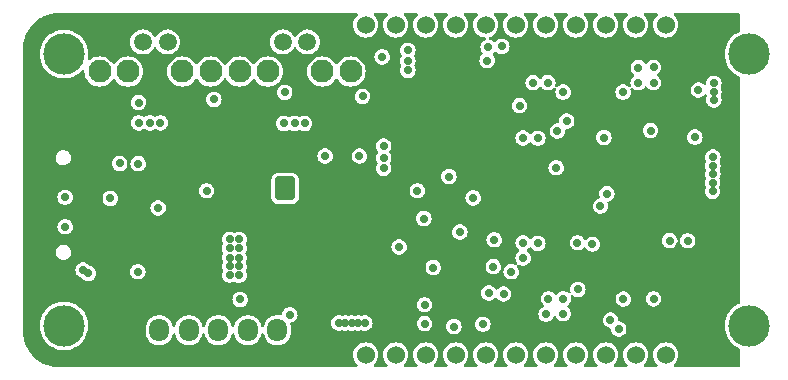
<source format=gbr>
%TF.GenerationSoftware,KiCad,Pcbnew,7.0.6*%
%TF.CreationDate,2023-10-11T20:15:21+08:00*%
%TF.ProjectId,PCB_ESP32WROOM32E_RPI_Zero_Form_Hackster,5043425f-4553-4503-9332-57524f4f4d33,rev?*%
%TF.SameCoordinates,Original*%
%TF.FileFunction,Copper,L2,Inr*%
%TF.FilePolarity,Positive*%
%FSLAX46Y46*%
G04 Gerber Fmt 4.6, Leading zero omitted, Abs format (unit mm)*
G04 Created by KiCad (PCBNEW 7.0.6) date 2023-10-11 20:15:21*
%MOMM*%
%LPD*%
G01*
G04 APERTURE LIST*
G04 Aperture macros list*
%AMRoundRect*
0 Rectangle with rounded corners*
0 $1 Rounding radius*
0 $2 $3 $4 $5 $6 $7 $8 $9 X,Y pos of 4 corners*
0 Add a 4 corners polygon primitive as box body*
4,1,4,$2,$3,$4,$5,$6,$7,$8,$9,$2,$3,0*
0 Add four circle primitives for the rounded corners*
1,1,$1+$1,$2,$3*
1,1,$1+$1,$4,$5*
1,1,$1+$1,$6,$7*
1,1,$1+$1,$8,$9*
0 Add four rect primitives between the rounded corners*
20,1,$1+$1,$2,$3,$4,$5,0*
20,1,$1+$1,$4,$5,$6,$7,0*
20,1,$1+$1,$6,$7,$8,$9,0*
20,1,$1+$1,$8,$9,$2,$3,0*%
G04 Aperture macros list end*
%TA.AperFunction,ComponentPad*%
%ADD10RoundRect,0.250000X0.600000X0.725000X-0.600000X0.725000X-0.600000X-0.725000X0.600000X-0.725000X0*%
%TD*%
%TA.AperFunction,ComponentPad*%
%ADD11O,1.700000X1.950000*%
%TD*%
%TA.AperFunction,ComponentPad*%
%ADD12R,1.508000X1.508000*%
%TD*%
%TA.AperFunction,ComponentPad*%
%ADD13C,1.508000*%
%TD*%
%TA.AperFunction,ComponentPad*%
%ADD14C,1.950000*%
%TD*%
%TA.AperFunction,ComponentPad*%
%ADD15RoundRect,0.250000X0.600000X0.750000X-0.600000X0.750000X-0.600000X-0.750000X0.600000X-0.750000X0*%
%TD*%
%TA.AperFunction,ComponentPad*%
%ADD16O,1.700000X2.000000*%
%TD*%
%TA.AperFunction,ComponentPad*%
%ADD17C,3.500000*%
%TD*%
%TA.AperFunction,ComponentPad*%
%ADD18R,1.524000X1.524000*%
%TD*%
%TA.AperFunction,ComponentPad*%
%ADD19C,1.524000*%
%TD*%
%TA.AperFunction,ViaPad*%
%ADD20C,0.700000*%
%TD*%
G04 APERTURE END LIST*
D10*
%TO.N,GND*%
%TO.C,J4*%
X91700000Y-107900000D03*
D11*
%TO.N,/ESP32S3_Minsys/RTS*%
X89200000Y-107900000D03*
%TO.N,/ESP32S3_Minsys/ESP_TXD*%
X86700000Y-107900000D03*
%TO.N,/ESP32S3_Minsys/ESP_RXD*%
X84200000Y-107900000D03*
%TO.N,/ESP32S3_Minsys/DTR*%
X81700000Y-107900000D03*
%TO.N,/ESP32S3_Minsys/3V3*%
X79200000Y-107900000D03*
%TD*%
D12*
%TO.N,GND*%
%TO.C,S5*%
X82300000Y-83500000D03*
D13*
%TO.N,/ESP32S3_Minsys/IO33*%
X77800000Y-83500000D03*
D14*
%TO.N,N/C*%
X83550000Y-86000000D03*
X76550000Y-86000000D03*
%TD*%
D15*
%TO.N,/ESP32S3_Minsys/5V*%
%TO.C,J1*%
X89850000Y-95900000D03*
D16*
%TO.N,GND*%
X87350000Y-95900000D03*
%TD*%
D17*
%TO.N,*%
%TO.C,Coral_Dev_Board1*%
X129130000Y-107530000D03*
X129130000Y-84530000D03*
X71130000Y-107530000D03*
X71130000Y-84530000D03*
D18*
%TO.N,GND*%
X124630000Y-82060000D03*
D19*
%TO.N,unconnected-(Coral_Dev_Board1-Pin_2-Pad2)*%
X122090000Y-82060000D03*
%TO.N,Net-(Coral_Dev_Board1-Pin_3)*%
X119550000Y-82060000D03*
%TO.N,unconnected-(Coral_Dev_Board1-Pin_4-Pad4)*%
X117010000Y-82060000D03*
%TO.N,Net-(Coral_Dev_Board1-Pin_5)*%
X114470000Y-82060000D03*
%TO.N,Net-(Coral_Dev_Board1-Pin_6)*%
X111930000Y-82060000D03*
%TO.N,Net-(Coral_Dev_Board1-Pin_7)*%
X109390000Y-82060000D03*
%TO.N,Net-(Coral_Dev_Board1-Pin_8)*%
X106850000Y-82060000D03*
%TO.N,unconnected-(Coral_Dev_Board1-Pin_9-Pad9)*%
X104310000Y-82060000D03*
%TO.N,Net-(Coral_Dev_Board1-Pin_10)*%
X101770000Y-82060000D03*
%TO.N,Net-(Coral_Dev_Board1-Pin_11)*%
X99230000Y-82060000D03*
%TO.N,Net-(Coral_Dev_Board1-Pin_12)*%
X96690000Y-82060000D03*
D18*
%TO.N,GND*%
X124630000Y-110000000D03*
D19*
%TO.N,unconnected-(Coral_Dev_Board1-Pin_14-Pad14)*%
X122090000Y-110000000D03*
%TO.N,Net-(Coral_Dev_Board1-Pin_15)*%
X119550000Y-110000000D03*
%TO.N,Net-(Coral_Dev_Board1-Pin_16)*%
X117010000Y-110000000D03*
%TO.N,Net-(Coral_Dev_Board1-Pin_17)*%
X114470000Y-110000000D03*
%TO.N,Net-(Coral_Dev_Board1-Pin_18)*%
X111930000Y-110000000D03*
%TO.N,Net-(Coral_Dev_Board1-Pin_19)*%
X109390000Y-110000000D03*
%TO.N,Net-(Coral_Dev_Board1-Pin_20)*%
X106850000Y-110000000D03*
%TO.N,Net-(Coral_Dev_Board1-Pin_21)*%
X104310000Y-110000000D03*
%TO.N,Net-(Coral_Dev_Board1-Pin_22)*%
X101770000Y-110000000D03*
%TO.N,Net-(Coral_Dev_Board1-Pin_23)*%
X99230000Y-110000000D03*
%TO.N,Net-(Coral_Dev_Board1-Pin_24)*%
X96690000Y-110000000D03*
%TD*%
D12*
%TO.N,GND*%
%TO.C,S6*%
X94150000Y-83500000D03*
D13*
%TO.N,/ESP32S3_Minsys/IO26*%
X89650000Y-83500000D03*
D14*
%TO.N,N/C*%
X95400000Y-86000000D03*
X88400000Y-86000000D03*
%TD*%
D12*
%TO.N,GND*%
%TO.C,S4*%
X75400000Y-83500000D03*
D13*
%TO.N,/ESP32S3_Minsys/IO25*%
X79900000Y-83500000D03*
D14*
%TO.N,N/C*%
X74150000Y-86000000D03*
X81150000Y-86000000D03*
%TD*%
D12*
%TO.N,GND*%
%TO.C,S3*%
X87250000Y-83500000D03*
D13*
%TO.N,/ESP32S3_Minsys/IO27*%
X91750000Y-83500000D03*
D14*
%TO.N,N/C*%
X86000000Y-86000000D03*
X93000000Y-86000000D03*
%TD*%
D20*
%TO.N,GND*%
X76650000Y-81650000D03*
X99700000Y-104300000D03*
X74600000Y-108850000D03*
X105050000Y-83350000D03*
X73900000Y-108850000D03*
X126200000Y-99350000D03*
X69200000Y-90400000D03*
X68350000Y-97200000D03*
X72150000Y-104150000D03*
X75300000Y-109600000D03*
X93800000Y-81700000D03*
X75300000Y-110350000D03*
X126200000Y-100750000D03*
X75300000Y-108850000D03*
X116550000Y-93300000D03*
X125750000Y-107950000D03*
X125350000Y-84200000D03*
X105750000Y-83350000D03*
X69100000Y-97200000D03*
X112150000Y-96000000D03*
X116050000Y-83700000D03*
X115850000Y-93300000D03*
X75950000Y-81650000D03*
X69200000Y-91100000D03*
X71450000Y-104150000D03*
X126050000Y-84950000D03*
X69100000Y-103450000D03*
X74600000Y-109600000D03*
X73900000Y-110350000D03*
X72150000Y-104900000D03*
X112900000Y-96000000D03*
X70750000Y-88850000D03*
X68450000Y-90400000D03*
X112150000Y-97400000D03*
X73900000Y-109600000D03*
X124350000Y-107200000D03*
X124525000Y-93100000D03*
X72150000Y-88100000D03*
X124150000Y-95025000D03*
X75300000Y-108100000D03*
X68350000Y-102750000D03*
X70750000Y-88100000D03*
X80950000Y-81550000D03*
X70750000Y-104900000D03*
X89050000Y-81700000D03*
X72150000Y-88850000D03*
X106000000Y-87250000D03*
X100400000Y-104300000D03*
X120600000Y-99050000D03*
X105300000Y-87250000D03*
X124650000Y-84200000D03*
X93100000Y-81700000D03*
X70750000Y-104150000D03*
X68350000Y-103450000D03*
X124525000Y-94475000D03*
X116750000Y-83700000D03*
X124525000Y-93775000D03*
X120600000Y-97650000D03*
X100400000Y-103550000D03*
X112900000Y-97400000D03*
X69100000Y-102050000D03*
X68350000Y-96500000D03*
X69100000Y-96500000D03*
X125050000Y-107200000D03*
X68450000Y-91100000D03*
X75250000Y-81650000D03*
X71450000Y-88850000D03*
X117450000Y-83700000D03*
X69100000Y-95800000D03*
X74600000Y-110350000D03*
X99700000Y-103550000D03*
X90450000Y-81700000D03*
X69100000Y-102750000D03*
X68450000Y-91800000D03*
X106700000Y-87250000D03*
X74600000Y-108100000D03*
X126050000Y-84200000D03*
X68350000Y-95800000D03*
X125750000Y-107200000D03*
X125050000Y-107950000D03*
X112150000Y-96700000D03*
X120600000Y-98350000D03*
X69200000Y-91800000D03*
X125350000Y-84950000D03*
X73900000Y-108100000D03*
X81650000Y-81550000D03*
X112900000Y-96700000D03*
X124350000Y-107950000D03*
X124650000Y-84950000D03*
X71450000Y-104900000D03*
X89750000Y-81700000D03*
X92400000Y-81700000D03*
X126200000Y-100050000D03*
X82350000Y-81550000D03*
X68350000Y-102050000D03*
X71450000Y-88100000D03*
%TO.N,/ESP32S3_Minsys/5V*%
X94950000Y-107300000D03*
X95500000Y-107300000D03*
X96600000Y-107300000D03*
X94400000Y-107300000D03*
X96050000Y-107300000D03*
%TO.N,/ESP32S3_Minsys/3V3*%
X85150000Y-100200000D03*
X85150000Y-103250000D03*
X100250000Y-85100000D03*
X85950000Y-102500000D03*
X85950000Y-100200000D03*
X85150000Y-102500000D03*
X91500000Y-90400000D03*
X126075000Y-93250000D03*
X126075000Y-94700000D03*
X126075000Y-93975000D03*
X126050000Y-96150000D03*
X100250000Y-84200000D03*
X89750000Y-90400000D03*
X79300000Y-90350000D03*
X85950000Y-103250000D03*
X77450000Y-90350000D03*
X78400000Y-90350000D03*
X85150000Y-101750000D03*
X85150000Y-100950000D03*
X85950000Y-100950000D03*
X126050000Y-95425000D03*
X98200000Y-93300000D03*
X73200000Y-103100000D03*
X85950000Y-101750000D03*
X90650000Y-90400000D03*
X98200000Y-94200000D03*
X72750000Y-102800000D03*
X98200000Y-92300000D03*
X100250000Y-85900000D03*
%TO.N,/ESP32S3_Minsys/SPI_CS*%
X75050000Y-96750000D03*
%TO.N,/ESP32S3_Minsys/SPI_MOSI*%
X83200000Y-96100000D03*
%TO.N,/ESP32S3_Minsys/SPI_CLK*%
X79100000Y-97550000D03*
%TO.N,/ESP32S3_Minsys/SPI_MISO*%
X77390000Y-102960000D03*
%TO.N,/ESP32S3_Minsys/CHIP_PU*%
X105773500Y-96697000D03*
X124540000Y-91560000D03*
X124845000Y-87575000D03*
X112800000Y-94150000D03*
%TO.N,Net-(Coral_Dev_Board1-Pin_12)*%
X98070000Y-84760000D03*
%TO.N,/ESP32S3_Minsys/RTS*%
X107550000Y-100250000D03*
X101600000Y-98450000D03*
X99500000Y-100850000D03*
%TO.N,/ESP32S3_Minsys/DTR*%
X90250000Y-106600000D03*
X107480500Y-102524500D03*
X102400000Y-102600000D03*
%TO.N,/ESP32S3_Minsys/ESP_RXD*%
X86050000Y-105300000D03*
%TO.N,/ESP32S3_Minsys/ESP_3V3*%
X126150000Y-87700000D03*
X126150000Y-88400000D03*
X126150000Y-87000000D03*
%TO.N,Net-(Coral_Dev_Board1-Pin_16)*%
X116550000Y-97400000D03*
X115875000Y-100625000D03*
%TO.N,/ESP32S3_Minsys/SDA*%
X122410000Y-100312500D03*
%TO.N,/ESP32S3_Minsys/SCL*%
X123940000Y-100332500D03*
%TO.N,/ESP32S3_Minsys/CS*%
X71226500Y-96644200D03*
X110000000Y-91630000D03*
%TO.N,/ESP32S3_Minsys/IO0*%
X101050000Y-96100000D03*
X103728000Y-94892000D03*
X104650000Y-99600000D03*
%TO.N,/ESP32S3_Minsys/SCK*%
X112100000Y-86950000D03*
X77410000Y-93810000D03*
X96150000Y-93150000D03*
X93240000Y-93160000D03*
%TO.N,/ESP32S3_Minsys/MOSI*%
X75849000Y-93781700D03*
X110000000Y-100510000D03*
%TO.N,Net-(Coral_Dev_Board1-Pin_5)*%
X116850000Y-91600000D03*
X111250000Y-91650000D03*
%TO.N,Net-(Coral_Dev_Board1-Pin_6)*%
X108200000Y-83875500D03*
%TO.N,Net-(Coral_Dev_Board1-Pin_7)*%
X114600000Y-100500000D03*
X111250000Y-100550000D03*
%TO.N,Net-(Coral_Dev_Board1-Pin_10)*%
X107050000Y-83950000D03*
X121050000Y-85650000D03*
%TO.N,Net-(Coral_Dev_Board1-Pin_11)*%
X106950000Y-85075500D03*
X119760000Y-85670000D03*
%TO.N,Net-(Coral_Dev_Board1-Pin_20)*%
X113400000Y-106500000D03*
%TO.N,Net-(Coral_Dev_Board1-Pin_21)*%
X106600000Y-107400000D03*
X108350000Y-104850000D03*
%TO.N,Net-(Coral_Dev_Board1-Pin_22)*%
X117100000Y-96350000D03*
X109000000Y-102950000D03*
X104150000Y-107600000D03*
X107100000Y-104750000D03*
%TO.N,Net-(Coral_Dev_Board1-Pin_23)*%
X111950000Y-106550000D03*
%TO.N,/ESP32S3_Minsys/MISO*%
X110000000Y-101800000D03*
X71237500Y-99150000D03*
%TO.N,/ESP32S3_Minsys/SVN*%
X120800000Y-91000000D03*
%TO.N,/ESP32S3_Minsys/IO21*%
X121050000Y-105250000D03*
%TO.N,/ESP32S3_Minsys/IO19*%
X118490000Y-105260000D03*
%TO.N,/ESP32S3_Minsys/IO16*%
X113400000Y-105250000D03*
%TO.N,/ESP32S3_Minsys/IO27*%
X113400000Y-87750000D03*
X96410000Y-88110000D03*
%TO.N,/ESP32S3_Minsys/IO4*%
X112150000Y-105250000D03*
%TO.N,/ESP32S3_Minsys/IO12*%
X110850000Y-86950000D03*
%TO.N,/ESP32S3_Minsys/IO32*%
X118470000Y-87750000D03*
%TO.N,/ESP32S3_Minsys/IO33*%
X112900000Y-91050000D03*
X77450000Y-88637500D03*
%TO.N,/ESP32S3_Minsys/IO25*%
X83830000Y-88370000D03*
X113700000Y-90200000D03*
%TO.N,/ESP32S3_Minsys/IO26*%
X89825000Y-87760000D03*
X109700000Y-88900000D03*
%TO.N,/ESP32S3_Minsys/IO17*%
X114650000Y-104450000D03*
%TO.N,Net-(IC1-RXD0)*%
X117400000Y-107050000D03*
X101662500Y-105750000D03*
%TO.N,/ESP32S3_Minsys/IO34*%
X121050000Y-86950000D03*
%TO.N,/ESP32S3_Minsys/IO35*%
X119750000Y-86950000D03*
%TO.N,Net-(IC1-TXD0)*%
X118100000Y-107800000D03*
X101662500Y-107350000D03*
%TD*%
%TA.AperFunction,Conductor*%
%TO.N,GND*%
G36*
X95959640Y-81075185D02*
G01*
X96005395Y-81127989D01*
X96015339Y-81197147D01*
X95986314Y-81260703D01*
X95971266Y-81275353D01*
X95935063Y-81305063D01*
X95802291Y-81466846D01*
X95703629Y-81651428D01*
X95642872Y-81851715D01*
X95622359Y-82060000D01*
X95642872Y-82268284D01*
X95673250Y-82368427D01*
X95703628Y-82468569D01*
X95784021Y-82618974D01*
X95802291Y-82653153D01*
X95935063Y-82814936D01*
X96052510Y-82911322D01*
X96096850Y-82947711D01*
X96281431Y-83046372D01*
X96481714Y-83107127D01*
X96690000Y-83127641D01*
X96898286Y-83107127D01*
X97098569Y-83046372D01*
X97283150Y-82947711D01*
X97444936Y-82814936D01*
X97577711Y-82653150D01*
X97676372Y-82468569D01*
X97737127Y-82268286D01*
X97757641Y-82060000D01*
X97737127Y-81851714D01*
X97676372Y-81651431D01*
X97577711Y-81466850D01*
X97567171Y-81454007D01*
X97444936Y-81305063D01*
X97408734Y-81275353D01*
X97369400Y-81217607D01*
X97367529Y-81147763D01*
X97403717Y-81087994D01*
X97466473Y-81057279D01*
X97487399Y-81055500D01*
X98432601Y-81055500D01*
X98499640Y-81075185D01*
X98545395Y-81127989D01*
X98555339Y-81197147D01*
X98526314Y-81260703D01*
X98511266Y-81275353D01*
X98475063Y-81305063D01*
X98342291Y-81466846D01*
X98243629Y-81651428D01*
X98182872Y-81851715D01*
X98162359Y-82060000D01*
X98182872Y-82268284D01*
X98213250Y-82368427D01*
X98243628Y-82468569D01*
X98324021Y-82618974D01*
X98342291Y-82653153D01*
X98475063Y-82814936D01*
X98592510Y-82911322D01*
X98636850Y-82947711D01*
X98821431Y-83046372D01*
X99021714Y-83107127D01*
X99230000Y-83127641D01*
X99438286Y-83107127D01*
X99638569Y-83046372D01*
X99823150Y-82947711D01*
X99984936Y-82814936D01*
X100117711Y-82653150D01*
X100216372Y-82468569D01*
X100277127Y-82268286D01*
X100297641Y-82060000D01*
X100277127Y-81851714D01*
X100216372Y-81651431D01*
X100117711Y-81466850D01*
X100107171Y-81454007D01*
X99984936Y-81305063D01*
X99948734Y-81275353D01*
X99909400Y-81217607D01*
X99907529Y-81147763D01*
X99943717Y-81087994D01*
X100006473Y-81057279D01*
X100027399Y-81055500D01*
X100972601Y-81055500D01*
X101039640Y-81075185D01*
X101085395Y-81127989D01*
X101095339Y-81197147D01*
X101066314Y-81260703D01*
X101051266Y-81275353D01*
X101015063Y-81305063D01*
X100882291Y-81466846D01*
X100783629Y-81651428D01*
X100722872Y-81851715D01*
X100702359Y-82060000D01*
X100722872Y-82268284D01*
X100753250Y-82368427D01*
X100783628Y-82468569D01*
X100864021Y-82618974D01*
X100882291Y-82653153D01*
X101015063Y-82814936D01*
X101132510Y-82911322D01*
X101176850Y-82947711D01*
X101361431Y-83046372D01*
X101561714Y-83107127D01*
X101770000Y-83127641D01*
X101978286Y-83107127D01*
X102178569Y-83046372D01*
X102363150Y-82947711D01*
X102524936Y-82814936D01*
X102657711Y-82653150D01*
X102756372Y-82468569D01*
X102817127Y-82268286D01*
X102837641Y-82060000D01*
X102817127Y-81851714D01*
X102756372Y-81651431D01*
X102657711Y-81466850D01*
X102647171Y-81454007D01*
X102524936Y-81305063D01*
X102488734Y-81275353D01*
X102449400Y-81217607D01*
X102447529Y-81147763D01*
X102483717Y-81087994D01*
X102546473Y-81057279D01*
X102567399Y-81055500D01*
X103512601Y-81055500D01*
X103579640Y-81075185D01*
X103625395Y-81127989D01*
X103635339Y-81197147D01*
X103606314Y-81260703D01*
X103591266Y-81275353D01*
X103555063Y-81305063D01*
X103422291Y-81466846D01*
X103323629Y-81651428D01*
X103262872Y-81851715D01*
X103242359Y-82059999D01*
X103262872Y-82268284D01*
X103293250Y-82368427D01*
X103323628Y-82468569D01*
X103404021Y-82618974D01*
X103422291Y-82653153D01*
X103555063Y-82814936D01*
X103672510Y-82911322D01*
X103716850Y-82947711D01*
X103901431Y-83046372D01*
X104101714Y-83107127D01*
X104310000Y-83127641D01*
X104518286Y-83107127D01*
X104718569Y-83046372D01*
X104903150Y-82947711D01*
X105064936Y-82814936D01*
X105197711Y-82653150D01*
X105296372Y-82468569D01*
X105357127Y-82268286D01*
X105377641Y-82060000D01*
X105357127Y-81851714D01*
X105296372Y-81651431D01*
X105197711Y-81466850D01*
X105187171Y-81454007D01*
X105064936Y-81305063D01*
X105028734Y-81275353D01*
X104989400Y-81217607D01*
X104987529Y-81147763D01*
X105023717Y-81087994D01*
X105086473Y-81057279D01*
X105107399Y-81055500D01*
X106052601Y-81055500D01*
X106119640Y-81075185D01*
X106165395Y-81127989D01*
X106175339Y-81197147D01*
X106146314Y-81260703D01*
X106131266Y-81275353D01*
X106095063Y-81305063D01*
X105962291Y-81466846D01*
X105863629Y-81651428D01*
X105802872Y-81851715D01*
X105782359Y-82059999D01*
X105802872Y-82268284D01*
X105833250Y-82368427D01*
X105863628Y-82468569D01*
X105944021Y-82618974D01*
X105962291Y-82653153D01*
X106095063Y-82814936D01*
X106212510Y-82911322D01*
X106256850Y-82947711D01*
X106441431Y-83046372D01*
X106641714Y-83107127D01*
X106746702Y-83117467D01*
X106811489Y-83143628D01*
X106851848Y-83200662D01*
X106854965Y-83270462D01*
X106819851Y-83330867D01*
X106792175Y-83350666D01*
X106677761Y-83410716D01*
X106559516Y-83515471D01*
X106469781Y-83645475D01*
X106469780Y-83645476D01*
X106413762Y-83793181D01*
X106394722Y-83949999D01*
X106394722Y-83950000D01*
X106413762Y-84106818D01*
X106469780Y-84254523D01*
X106469781Y-84254524D01*
X106559518Y-84384532D01*
X106560607Y-84385761D01*
X106561119Y-84386851D01*
X106563778Y-84390703D01*
X106563137Y-84391145D01*
X106590324Y-84448996D01*
X106581136Y-84518259D01*
X106550013Y-84560797D01*
X106459518Y-84640968D01*
X106369781Y-84770975D01*
X106369780Y-84770976D01*
X106313762Y-84918681D01*
X106294722Y-85075499D01*
X106294722Y-85075500D01*
X106313762Y-85232318D01*
X106356678Y-85345476D01*
X106369780Y-85380023D01*
X106459517Y-85510030D01*
X106577760Y-85614783D01*
X106577762Y-85614784D01*
X106717634Y-85688196D01*
X106871014Y-85726000D01*
X106871015Y-85726000D01*
X107028985Y-85726000D01*
X107182365Y-85688196D01*
X107267315Y-85643610D01*
X107322240Y-85614783D01*
X107440483Y-85510030D01*
X107530220Y-85380023D01*
X107586237Y-85232318D01*
X107605278Y-85075500D01*
X107598479Y-85019500D01*
X107586237Y-84918681D01*
X107544967Y-84809862D01*
X107530220Y-84770977D01*
X107440483Y-84640970D01*
X107440481Y-84640967D01*
X107439393Y-84639739D01*
X107438880Y-84638648D01*
X107436222Y-84634797D01*
X107436862Y-84634354D01*
X107409675Y-84576504D01*
X107418863Y-84507241D01*
X107449985Y-84464702D01*
X107540483Y-84384530D01*
X107557025Y-84360563D01*
X107611307Y-84316574D01*
X107680755Y-84308914D01*
X107741300Y-84338187D01*
X107793611Y-84384530D01*
X107827762Y-84414785D01*
X107967634Y-84488196D01*
X108121014Y-84526000D01*
X108121015Y-84526000D01*
X108278985Y-84526000D01*
X108432365Y-84488196D01*
X108494705Y-84455477D01*
X108572240Y-84414783D01*
X108690483Y-84310030D01*
X108780220Y-84180023D01*
X108836237Y-84032318D01*
X108855278Y-83875500D01*
X108836237Y-83718682D01*
X108833388Y-83711171D01*
X108808473Y-83645475D01*
X108780220Y-83570977D01*
X108690483Y-83440970D01*
X108572240Y-83336217D01*
X108572238Y-83336216D01*
X108572237Y-83336215D01*
X108432365Y-83262803D01*
X108278986Y-83225000D01*
X108278985Y-83225000D01*
X108121015Y-83225000D01*
X108121014Y-83225000D01*
X107967634Y-83262803D01*
X107827762Y-83336215D01*
X107709515Y-83440971D01*
X107692972Y-83464938D01*
X107638688Y-83508927D01*
X107569239Y-83516584D01*
X107508698Y-83487311D01*
X107452745Y-83437742D01*
X107422237Y-83410714D01*
X107282366Y-83337304D01*
X107178374Y-83311673D01*
X107117994Y-83276517D01*
X107086205Y-83214298D01*
X107093101Y-83144769D01*
X107136492Y-83090006D01*
X107172048Y-83072617D01*
X107258569Y-83046372D01*
X107443150Y-82947711D01*
X107604936Y-82814936D01*
X107737711Y-82653150D01*
X107836372Y-82468569D01*
X107897127Y-82268286D01*
X107917641Y-82060000D01*
X107897127Y-81851714D01*
X107836372Y-81651431D01*
X107737711Y-81466850D01*
X107727171Y-81454007D01*
X107604936Y-81305063D01*
X107568734Y-81275353D01*
X107529400Y-81217607D01*
X107527529Y-81147763D01*
X107563717Y-81087994D01*
X107626473Y-81057279D01*
X107647399Y-81055500D01*
X108592601Y-81055500D01*
X108659640Y-81075185D01*
X108705395Y-81127989D01*
X108715339Y-81197147D01*
X108686314Y-81260703D01*
X108671266Y-81275353D01*
X108635063Y-81305063D01*
X108502291Y-81466846D01*
X108403629Y-81651428D01*
X108342872Y-81851715D01*
X108322359Y-82059999D01*
X108342872Y-82268284D01*
X108373250Y-82368427D01*
X108403628Y-82468569D01*
X108484021Y-82618974D01*
X108502291Y-82653153D01*
X108635063Y-82814936D01*
X108752510Y-82911322D01*
X108796850Y-82947711D01*
X108981431Y-83046372D01*
X109181714Y-83107127D01*
X109390000Y-83127641D01*
X109598286Y-83107127D01*
X109798569Y-83046372D01*
X109983150Y-82947711D01*
X110144936Y-82814936D01*
X110277711Y-82653150D01*
X110376372Y-82468569D01*
X110437127Y-82268286D01*
X110457641Y-82060000D01*
X110437127Y-81851714D01*
X110376372Y-81651431D01*
X110277711Y-81466850D01*
X110267171Y-81454007D01*
X110144936Y-81305063D01*
X110108734Y-81275353D01*
X110069400Y-81217607D01*
X110067529Y-81147763D01*
X110103717Y-81087994D01*
X110166473Y-81057279D01*
X110187399Y-81055500D01*
X111132601Y-81055500D01*
X111199640Y-81075185D01*
X111245395Y-81127989D01*
X111255339Y-81197147D01*
X111226314Y-81260703D01*
X111211266Y-81275353D01*
X111175063Y-81305063D01*
X111042291Y-81466846D01*
X110943629Y-81651428D01*
X110882872Y-81851715D01*
X110862359Y-82059999D01*
X110882872Y-82268284D01*
X110913250Y-82368427D01*
X110943628Y-82468569D01*
X111024021Y-82618974D01*
X111042291Y-82653153D01*
X111175063Y-82814936D01*
X111292510Y-82911322D01*
X111336850Y-82947711D01*
X111521431Y-83046372D01*
X111721714Y-83107127D01*
X111930000Y-83127641D01*
X112138286Y-83107127D01*
X112338569Y-83046372D01*
X112523150Y-82947711D01*
X112684936Y-82814936D01*
X112817711Y-82653150D01*
X112916372Y-82468569D01*
X112977127Y-82268286D01*
X112997641Y-82060000D01*
X112977127Y-81851714D01*
X112916372Y-81651431D01*
X112817711Y-81466850D01*
X112807171Y-81454007D01*
X112684936Y-81305063D01*
X112648734Y-81275353D01*
X112609400Y-81217607D01*
X112607529Y-81147763D01*
X112643717Y-81087994D01*
X112706473Y-81057279D01*
X112727399Y-81055500D01*
X113672601Y-81055500D01*
X113739640Y-81075185D01*
X113785395Y-81127989D01*
X113795339Y-81197147D01*
X113766314Y-81260703D01*
X113751266Y-81275353D01*
X113715063Y-81305063D01*
X113582291Y-81466846D01*
X113483629Y-81651428D01*
X113422872Y-81851715D01*
X113402359Y-82060000D01*
X113422872Y-82268284D01*
X113453250Y-82368427D01*
X113483628Y-82468569D01*
X113564021Y-82618974D01*
X113582291Y-82653153D01*
X113715063Y-82814936D01*
X113832510Y-82911322D01*
X113876850Y-82947711D01*
X114061431Y-83046372D01*
X114261714Y-83107127D01*
X114470000Y-83127641D01*
X114678286Y-83107127D01*
X114878569Y-83046372D01*
X115063150Y-82947711D01*
X115224936Y-82814936D01*
X115357711Y-82653150D01*
X115456372Y-82468569D01*
X115517127Y-82268286D01*
X115537641Y-82060000D01*
X115517127Y-81851714D01*
X115456372Y-81651431D01*
X115357711Y-81466850D01*
X115347171Y-81454007D01*
X115224936Y-81305063D01*
X115188734Y-81275353D01*
X115149400Y-81217607D01*
X115147529Y-81147763D01*
X115183717Y-81087994D01*
X115246473Y-81057279D01*
X115267399Y-81055500D01*
X116212601Y-81055500D01*
X116279640Y-81075185D01*
X116325395Y-81127989D01*
X116335339Y-81197147D01*
X116306314Y-81260703D01*
X116291266Y-81275353D01*
X116255063Y-81305063D01*
X116122291Y-81466846D01*
X116023629Y-81651428D01*
X115962872Y-81851715D01*
X115942359Y-82060000D01*
X115962872Y-82268284D01*
X115993250Y-82368427D01*
X116023628Y-82468569D01*
X116104021Y-82618974D01*
X116122291Y-82653153D01*
X116255063Y-82814936D01*
X116372510Y-82911322D01*
X116416850Y-82947711D01*
X116601431Y-83046372D01*
X116801714Y-83107127D01*
X117010000Y-83127641D01*
X117218286Y-83107127D01*
X117418569Y-83046372D01*
X117603150Y-82947711D01*
X117764936Y-82814936D01*
X117897711Y-82653150D01*
X117996372Y-82468569D01*
X118057127Y-82268286D01*
X118077641Y-82060000D01*
X118057127Y-81851714D01*
X117996372Y-81651431D01*
X117897711Y-81466850D01*
X117887171Y-81454007D01*
X117764936Y-81305063D01*
X117728734Y-81275353D01*
X117689400Y-81217607D01*
X117687529Y-81147763D01*
X117723717Y-81087994D01*
X117786473Y-81057279D01*
X117807399Y-81055500D01*
X118752601Y-81055500D01*
X118819640Y-81075185D01*
X118865395Y-81127989D01*
X118875339Y-81197147D01*
X118846314Y-81260703D01*
X118831266Y-81275353D01*
X118795063Y-81305063D01*
X118662291Y-81466846D01*
X118563629Y-81651428D01*
X118502872Y-81851715D01*
X118482359Y-82060000D01*
X118502872Y-82268284D01*
X118533250Y-82368427D01*
X118563628Y-82468569D01*
X118644021Y-82618974D01*
X118662291Y-82653153D01*
X118795063Y-82814936D01*
X118912510Y-82911322D01*
X118956850Y-82947711D01*
X119141431Y-83046372D01*
X119341714Y-83107127D01*
X119550000Y-83127641D01*
X119758286Y-83107127D01*
X119958569Y-83046372D01*
X120143150Y-82947711D01*
X120304936Y-82814936D01*
X120437711Y-82653150D01*
X120536372Y-82468569D01*
X120597127Y-82268286D01*
X120617641Y-82060000D01*
X120597127Y-81851714D01*
X120536372Y-81651431D01*
X120437711Y-81466850D01*
X120427171Y-81454007D01*
X120304936Y-81305063D01*
X120268734Y-81275353D01*
X120229400Y-81217607D01*
X120227529Y-81147763D01*
X120263717Y-81087994D01*
X120326473Y-81057279D01*
X120347399Y-81055500D01*
X121292601Y-81055500D01*
X121359640Y-81075185D01*
X121405395Y-81127989D01*
X121415339Y-81197147D01*
X121386314Y-81260703D01*
X121371266Y-81275353D01*
X121335063Y-81305063D01*
X121202291Y-81466846D01*
X121103629Y-81651428D01*
X121042872Y-81851715D01*
X121022359Y-82060000D01*
X121042872Y-82268284D01*
X121073250Y-82368427D01*
X121103628Y-82468569D01*
X121184021Y-82618974D01*
X121202291Y-82653153D01*
X121335063Y-82814936D01*
X121452510Y-82911322D01*
X121496850Y-82947711D01*
X121681431Y-83046372D01*
X121881714Y-83107127D01*
X122090000Y-83127641D01*
X122298286Y-83107127D01*
X122498569Y-83046372D01*
X122683150Y-82947711D01*
X122844936Y-82814936D01*
X122977711Y-82653150D01*
X123076372Y-82468569D01*
X123137127Y-82268286D01*
X123157641Y-82060000D01*
X123137127Y-81851714D01*
X123076372Y-81651431D01*
X122977711Y-81466850D01*
X122967171Y-81454007D01*
X122844936Y-81305063D01*
X122808734Y-81275353D01*
X122769400Y-81217607D01*
X122767529Y-81147763D01*
X122803717Y-81087994D01*
X122866473Y-81057279D01*
X122887399Y-81055500D01*
X128226976Y-81055500D01*
X128294015Y-81075185D01*
X128339770Y-81127989D01*
X128350976Y-81179344D01*
X128352705Y-82550558D01*
X128333105Y-82617622D01*
X128280359Y-82663443D01*
X128278108Y-82664447D01*
X128184432Y-82705137D01*
X128184430Y-82705138D01*
X127944757Y-82850886D01*
X127727154Y-83027919D01*
X127535692Y-83232925D01*
X127535692Y-83232926D01*
X127535689Y-83232928D01*
X127535688Y-83232931D01*
X127470982Y-83324597D01*
X127373919Y-83462103D01*
X127244863Y-83711171D01*
X127150926Y-83975483D01*
X127150921Y-83975500D01*
X127093852Y-84250135D01*
X127093851Y-84250137D01*
X127074709Y-84529999D01*
X127093851Y-84809862D01*
X127093852Y-84809864D01*
X127150921Y-85084499D01*
X127150926Y-85084516D01*
X127243672Y-85345476D01*
X127244864Y-85348830D01*
X127373919Y-85597896D01*
X127535688Y-85827069D01*
X127535692Y-85827073D01*
X127535692Y-85827074D01*
X127714488Y-86018518D01*
X127727155Y-86032081D01*
X127944754Y-86209111D01*
X127944756Y-86209112D01*
X127944757Y-86209113D01*
X128184433Y-86354863D01*
X128184437Y-86354865D01*
X128283100Y-86397720D01*
X128336747Y-86442483D01*
X128357677Y-86509144D01*
X128357699Y-86511298D01*
X128381693Y-105537967D01*
X128362093Y-105605031D01*
X128309347Y-105650852D01*
X128307096Y-105651857D01*
X128184425Y-105705141D01*
X127944757Y-105850886D01*
X127727154Y-106027919D01*
X127535692Y-106232925D01*
X127535692Y-106232926D01*
X127535689Y-106232928D01*
X127535688Y-106232931D01*
X127491539Y-106295475D01*
X127373919Y-106462103D01*
X127244863Y-106711171D01*
X127150926Y-106975483D01*
X127150921Y-106975500D01*
X127093852Y-107250135D01*
X127093851Y-107250137D01*
X127074709Y-107530000D01*
X127093851Y-107809862D01*
X127093852Y-107809864D01*
X127150921Y-108084499D01*
X127150926Y-108084516D01*
X127244863Y-108348828D01*
X127244864Y-108348830D01*
X127373919Y-108597896D01*
X127535688Y-108827069D01*
X127535692Y-108827073D01*
X127535692Y-108827074D01*
X127652556Y-108952205D01*
X127727155Y-109032081D01*
X127944754Y-109209111D01*
X127944756Y-109209112D01*
X127944757Y-109209113D01*
X128184433Y-109354863D01*
X128184437Y-109354865D01*
X128312120Y-109410325D01*
X128365767Y-109455088D01*
X128386697Y-109521749D01*
X128386719Y-109523903D01*
X128388430Y-110880344D01*
X128368830Y-110947408D01*
X128316084Y-110993229D01*
X128264430Y-111004500D01*
X122887399Y-111004500D01*
X122820360Y-110984815D01*
X122774605Y-110932011D01*
X122764661Y-110862853D01*
X122793686Y-110799297D01*
X122808734Y-110784647D01*
X122844936Y-110754936D01*
X122965961Y-110607467D01*
X122977711Y-110593150D01*
X123076372Y-110408569D01*
X123137127Y-110208286D01*
X123157641Y-110000000D01*
X123137127Y-109791714D01*
X123076372Y-109591431D01*
X122977711Y-109406850D01*
X122935048Y-109354865D01*
X122844936Y-109245063D01*
X122683153Y-109112291D01*
X122683151Y-109112290D01*
X122683150Y-109112289D01*
X122498569Y-109013628D01*
X122398427Y-108983250D01*
X122298284Y-108952872D01*
X122090000Y-108932359D01*
X121881715Y-108952872D01*
X121681428Y-109013629D01*
X121496846Y-109112291D01*
X121335063Y-109245063D01*
X121202291Y-109406846D01*
X121103629Y-109591428D01*
X121042872Y-109791715D01*
X121022359Y-110000000D01*
X121042872Y-110208284D01*
X121052640Y-110240484D01*
X121103628Y-110408569D01*
X121190385Y-110570880D01*
X121202291Y-110593153D01*
X121335063Y-110754936D01*
X121371266Y-110784647D01*
X121410600Y-110842393D01*
X121412471Y-110912237D01*
X121376283Y-110972006D01*
X121313527Y-111002721D01*
X121292601Y-111004500D01*
X120347399Y-111004500D01*
X120280360Y-110984815D01*
X120234605Y-110932011D01*
X120224661Y-110862853D01*
X120253686Y-110799297D01*
X120268734Y-110784647D01*
X120304936Y-110754936D01*
X120425961Y-110607467D01*
X120437711Y-110593150D01*
X120536372Y-110408569D01*
X120597127Y-110208286D01*
X120617641Y-110000000D01*
X120597127Y-109791714D01*
X120536372Y-109591431D01*
X120437711Y-109406850D01*
X120395048Y-109354865D01*
X120304936Y-109245063D01*
X120143153Y-109112291D01*
X120143151Y-109112290D01*
X120143150Y-109112289D01*
X119958569Y-109013628D01*
X119858427Y-108983250D01*
X119758284Y-108952872D01*
X119550000Y-108932359D01*
X119341715Y-108952872D01*
X119141428Y-109013629D01*
X118956846Y-109112291D01*
X118795063Y-109245063D01*
X118662291Y-109406846D01*
X118563629Y-109591428D01*
X118502872Y-109791715D01*
X118482359Y-110000000D01*
X118502872Y-110208284D01*
X118512640Y-110240484D01*
X118563628Y-110408569D01*
X118650385Y-110570880D01*
X118662291Y-110593153D01*
X118795063Y-110754936D01*
X118831266Y-110784647D01*
X118870600Y-110842393D01*
X118872471Y-110912237D01*
X118836283Y-110972006D01*
X118773527Y-111002721D01*
X118752601Y-111004500D01*
X117807399Y-111004500D01*
X117740360Y-110984815D01*
X117694605Y-110932011D01*
X117684661Y-110862853D01*
X117713686Y-110799297D01*
X117728734Y-110784647D01*
X117764936Y-110754936D01*
X117885961Y-110607467D01*
X117897711Y-110593150D01*
X117996372Y-110408569D01*
X118057127Y-110208286D01*
X118077641Y-110000000D01*
X118057127Y-109791714D01*
X117996372Y-109591431D01*
X117897711Y-109406850D01*
X117855048Y-109354865D01*
X117764936Y-109245063D01*
X117603153Y-109112291D01*
X117603151Y-109112290D01*
X117603150Y-109112289D01*
X117418569Y-109013628D01*
X117318427Y-108983250D01*
X117218284Y-108952872D01*
X117010000Y-108932359D01*
X116801715Y-108952872D01*
X116601428Y-109013629D01*
X116416846Y-109112291D01*
X116255063Y-109245063D01*
X116122291Y-109406846D01*
X116023629Y-109591428D01*
X115962872Y-109791715D01*
X115942359Y-110000000D01*
X115962872Y-110208284D01*
X115972640Y-110240484D01*
X116023628Y-110408569D01*
X116110385Y-110570880D01*
X116122291Y-110593153D01*
X116255063Y-110754936D01*
X116291266Y-110784647D01*
X116330600Y-110842393D01*
X116332471Y-110912237D01*
X116296283Y-110972006D01*
X116233527Y-111002721D01*
X116212601Y-111004500D01*
X115267399Y-111004500D01*
X115200360Y-110984815D01*
X115154605Y-110932011D01*
X115144661Y-110862853D01*
X115173686Y-110799297D01*
X115188734Y-110784647D01*
X115224936Y-110754936D01*
X115345961Y-110607467D01*
X115357711Y-110593150D01*
X115456372Y-110408569D01*
X115517127Y-110208286D01*
X115537641Y-110000000D01*
X115517127Y-109791714D01*
X115456372Y-109591431D01*
X115357711Y-109406850D01*
X115315048Y-109354865D01*
X115224936Y-109245063D01*
X115063153Y-109112291D01*
X115063151Y-109112290D01*
X115063150Y-109112289D01*
X114878569Y-109013628D01*
X114778427Y-108983250D01*
X114678284Y-108952872D01*
X114470000Y-108932359D01*
X114261715Y-108952872D01*
X114061428Y-109013629D01*
X113876846Y-109112291D01*
X113715063Y-109245063D01*
X113582291Y-109406846D01*
X113483629Y-109591428D01*
X113422872Y-109791715D01*
X113402359Y-110000000D01*
X113422872Y-110208284D01*
X113432640Y-110240484D01*
X113483628Y-110408569D01*
X113570385Y-110570880D01*
X113582291Y-110593153D01*
X113715063Y-110754936D01*
X113751266Y-110784647D01*
X113790600Y-110842393D01*
X113792471Y-110912237D01*
X113756283Y-110972006D01*
X113693527Y-111002721D01*
X113672601Y-111004500D01*
X112727399Y-111004500D01*
X112660360Y-110984815D01*
X112614605Y-110932011D01*
X112604661Y-110862853D01*
X112633686Y-110799297D01*
X112648734Y-110784647D01*
X112684936Y-110754936D01*
X112805961Y-110607467D01*
X112817711Y-110593150D01*
X112916372Y-110408569D01*
X112977127Y-110208286D01*
X112997641Y-110000000D01*
X112977127Y-109791714D01*
X112916372Y-109591431D01*
X112817711Y-109406850D01*
X112775048Y-109354865D01*
X112684936Y-109245063D01*
X112523153Y-109112291D01*
X112523151Y-109112290D01*
X112523150Y-109112289D01*
X112338569Y-109013628D01*
X112238427Y-108983250D01*
X112138284Y-108952872D01*
X111930000Y-108932359D01*
X111721715Y-108952872D01*
X111521428Y-109013629D01*
X111336846Y-109112291D01*
X111175063Y-109245063D01*
X111042291Y-109406846D01*
X110943629Y-109591428D01*
X110882872Y-109791715D01*
X110862359Y-110000000D01*
X110882872Y-110208284D01*
X110892640Y-110240484D01*
X110943628Y-110408569D01*
X111030385Y-110570880D01*
X111042291Y-110593153D01*
X111175063Y-110754936D01*
X111211266Y-110784647D01*
X111250600Y-110842393D01*
X111252471Y-110912237D01*
X111216283Y-110972006D01*
X111153527Y-111002721D01*
X111132601Y-111004500D01*
X110187399Y-111004500D01*
X110120360Y-110984815D01*
X110074605Y-110932011D01*
X110064661Y-110862853D01*
X110093686Y-110799297D01*
X110108734Y-110784647D01*
X110144936Y-110754936D01*
X110265961Y-110607467D01*
X110277711Y-110593150D01*
X110376372Y-110408569D01*
X110437127Y-110208286D01*
X110457641Y-110000000D01*
X110437127Y-109791714D01*
X110376372Y-109591431D01*
X110277711Y-109406850D01*
X110235048Y-109354865D01*
X110144936Y-109245063D01*
X109983153Y-109112291D01*
X109983151Y-109112290D01*
X109983150Y-109112289D01*
X109798569Y-109013628D01*
X109698427Y-108983250D01*
X109598284Y-108952872D01*
X109390000Y-108932359D01*
X109181715Y-108952872D01*
X108981428Y-109013629D01*
X108796846Y-109112291D01*
X108635063Y-109245063D01*
X108502291Y-109406846D01*
X108403629Y-109591428D01*
X108342872Y-109791715D01*
X108322359Y-110000000D01*
X108342872Y-110208284D01*
X108352640Y-110240484D01*
X108403628Y-110408569D01*
X108490385Y-110570880D01*
X108502291Y-110593153D01*
X108635063Y-110754936D01*
X108671266Y-110784647D01*
X108710600Y-110842393D01*
X108712471Y-110912237D01*
X108676283Y-110972006D01*
X108613527Y-111002721D01*
X108592601Y-111004500D01*
X107647399Y-111004500D01*
X107580360Y-110984815D01*
X107534605Y-110932011D01*
X107524661Y-110862853D01*
X107553686Y-110799297D01*
X107568734Y-110784647D01*
X107604936Y-110754936D01*
X107725961Y-110607467D01*
X107737711Y-110593150D01*
X107836372Y-110408569D01*
X107897127Y-110208286D01*
X107917641Y-110000000D01*
X107897127Y-109791714D01*
X107836372Y-109591431D01*
X107737711Y-109406850D01*
X107695048Y-109354865D01*
X107604936Y-109245063D01*
X107443153Y-109112291D01*
X107443151Y-109112290D01*
X107443150Y-109112289D01*
X107258569Y-109013628D01*
X107158427Y-108983250D01*
X107058284Y-108952872D01*
X106850000Y-108932359D01*
X106641715Y-108952872D01*
X106441428Y-109013629D01*
X106256846Y-109112291D01*
X106095063Y-109245063D01*
X105962291Y-109406846D01*
X105863629Y-109591428D01*
X105802872Y-109791715D01*
X105782359Y-110000000D01*
X105802872Y-110208284D01*
X105812640Y-110240484D01*
X105863628Y-110408569D01*
X105950385Y-110570880D01*
X105962291Y-110593153D01*
X106095063Y-110754936D01*
X106131266Y-110784647D01*
X106170600Y-110842393D01*
X106172471Y-110912237D01*
X106136283Y-110972006D01*
X106073527Y-111002721D01*
X106052601Y-111004500D01*
X105107399Y-111004500D01*
X105040360Y-110984815D01*
X104994605Y-110932011D01*
X104984661Y-110862853D01*
X105013686Y-110799297D01*
X105028734Y-110784647D01*
X105064936Y-110754936D01*
X105185961Y-110607467D01*
X105197711Y-110593150D01*
X105296372Y-110408569D01*
X105357127Y-110208286D01*
X105377641Y-110000000D01*
X105357127Y-109791714D01*
X105296372Y-109591431D01*
X105197711Y-109406850D01*
X105155048Y-109354865D01*
X105064936Y-109245063D01*
X104903153Y-109112291D01*
X104903151Y-109112290D01*
X104903150Y-109112289D01*
X104718569Y-109013628D01*
X104618427Y-108983250D01*
X104518284Y-108952872D01*
X104310000Y-108932359D01*
X104101715Y-108952872D01*
X103901428Y-109013629D01*
X103716846Y-109112291D01*
X103555063Y-109245063D01*
X103422291Y-109406846D01*
X103323629Y-109591428D01*
X103262872Y-109791715D01*
X103242359Y-110000000D01*
X103262872Y-110208284D01*
X103272640Y-110240484D01*
X103323628Y-110408569D01*
X103410385Y-110570880D01*
X103422291Y-110593153D01*
X103555063Y-110754936D01*
X103591266Y-110784647D01*
X103630600Y-110842393D01*
X103632471Y-110912237D01*
X103596283Y-110972006D01*
X103533527Y-111002721D01*
X103512601Y-111004500D01*
X102567399Y-111004500D01*
X102500360Y-110984815D01*
X102454605Y-110932011D01*
X102444661Y-110862853D01*
X102473686Y-110799297D01*
X102488734Y-110784647D01*
X102524936Y-110754936D01*
X102645961Y-110607467D01*
X102657711Y-110593150D01*
X102756372Y-110408569D01*
X102817127Y-110208286D01*
X102837641Y-110000000D01*
X102817127Y-109791714D01*
X102756372Y-109591431D01*
X102657711Y-109406850D01*
X102615048Y-109354865D01*
X102524936Y-109245063D01*
X102363153Y-109112291D01*
X102363151Y-109112290D01*
X102363150Y-109112289D01*
X102178569Y-109013628D01*
X102078427Y-108983250D01*
X101978284Y-108952872D01*
X101770000Y-108932359D01*
X101561715Y-108952872D01*
X101361428Y-109013629D01*
X101176846Y-109112291D01*
X101015063Y-109245063D01*
X100882291Y-109406846D01*
X100783629Y-109591428D01*
X100722872Y-109791715D01*
X100702359Y-109999999D01*
X100722872Y-110208284D01*
X100732640Y-110240484D01*
X100783628Y-110408569D01*
X100870385Y-110570880D01*
X100882291Y-110593153D01*
X101015063Y-110754936D01*
X101051266Y-110784647D01*
X101090600Y-110842393D01*
X101092471Y-110912237D01*
X101056283Y-110972006D01*
X100993527Y-111002721D01*
X100972601Y-111004500D01*
X100027399Y-111004500D01*
X99960360Y-110984815D01*
X99914605Y-110932011D01*
X99904661Y-110862853D01*
X99933686Y-110799297D01*
X99948734Y-110784647D01*
X99984936Y-110754936D01*
X100105961Y-110607467D01*
X100117711Y-110593150D01*
X100216372Y-110408569D01*
X100277127Y-110208286D01*
X100297641Y-110000000D01*
X100277127Y-109791714D01*
X100216372Y-109591431D01*
X100117711Y-109406850D01*
X100075048Y-109354865D01*
X99984936Y-109245063D01*
X99823153Y-109112291D01*
X99823151Y-109112290D01*
X99823150Y-109112289D01*
X99638569Y-109013628D01*
X99538427Y-108983250D01*
X99438284Y-108952872D01*
X99230000Y-108932359D01*
X99021715Y-108952872D01*
X98821428Y-109013629D01*
X98636846Y-109112291D01*
X98475063Y-109245063D01*
X98342291Y-109406846D01*
X98243629Y-109591428D01*
X98182872Y-109791715D01*
X98162359Y-109999999D01*
X98182872Y-110208284D01*
X98192640Y-110240484D01*
X98243628Y-110408569D01*
X98330385Y-110570880D01*
X98342291Y-110593153D01*
X98475063Y-110754936D01*
X98511266Y-110784647D01*
X98550600Y-110842393D01*
X98552471Y-110912237D01*
X98516283Y-110972006D01*
X98453527Y-111002721D01*
X98432601Y-111004500D01*
X97487399Y-111004500D01*
X97420360Y-110984815D01*
X97374605Y-110932011D01*
X97364661Y-110862853D01*
X97393686Y-110799297D01*
X97408734Y-110784647D01*
X97444936Y-110754936D01*
X97565961Y-110607467D01*
X97577711Y-110593150D01*
X97676372Y-110408569D01*
X97737127Y-110208286D01*
X97757641Y-110000000D01*
X97737127Y-109791714D01*
X97676372Y-109591431D01*
X97577711Y-109406850D01*
X97535048Y-109354865D01*
X97444936Y-109245063D01*
X97283153Y-109112291D01*
X97283151Y-109112290D01*
X97283150Y-109112289D01*
X97098569Y-109013628D01*
X96998427Y-108983250D01*
X96898284Y-108952872D01*
X96690000Y-108932359D01*
X96481715Y-108952872D01*
X96281428Y-109013629D01*
X96096846Y-109112291D01*
X95935063Y-109245063D01*
X95802291Y-109406846D01*
X95703629Y-109591428D01*
X95642872Y-109791715D01*
X95622359Y-110000000D01*
X95642872Y-110208284D01*
X95652640Y-110240484D01*
X95703628Y-110408569D01*
X95790385Y-110570880D01*
X95802291Y-110593153D01*
X95935063Y-110754936D01*
X95971266Y-110784647D01*
X96010600Y-110842393D01*
X96012471Y-110912237D01*
X95976283Y-110972006D01*
X95913527Y-111002721D01*
X95892601Y-111004500D01*
X70631623Y-111004500D01*
X70628379Y-111004415D01*
X70610478Y-111003476D01*
X70322323Y-110988374D01*
X70315865Y-110987695D01*
X70014781Y-110940009D01*
X70008429Y-110938659D01*
X69713970Y-110859759D01*
X69707794Y-110857753D01*
X69423198Y-110748506D01*
X69417265Y-110745865D01*
X69385029Y-110729440D01*
X69145635Y-110607463D01*
X69140018Y-110604219D01*
X69122973Y-110593150D01*
X68884362Y-110438193D01*
X68879109Y-110434376D01*
X68642194Y-110242527D01*
X68637368Y-110238181D01*
X68421818Y-110022631D01*
X68417472Y-110017805D01*
X68225623Y-109780890D01*
X68221806Y-109775637D01*
X68159742Y-109680067D01*
X68055775Y-109519973D01*
X68052540Y-109514370D01*
X67914129Y-109242724D01*
X67911493Y-109236801D01*
X67802242Y-108952194D01*
X67800240Y-108946029D01*
X67768365Y-108827069D01*
X67721337Y-108651560D01*
X67719993Y-108645232D01*
X67673048Y-108348830D01*
X67672304Y-108344133D01*
X67671625Y-108337675D01*
X67655585Y-108031622D01*
X67655500Y-108028376D01*
X67655500Y-107530000D01*
X69074709Y-107530000D01*
X69093851Y-107809862D01*
X69093852Y-107809864D01*
X69150921Y-108084499D01*
X69150926Y-108084516D01*
X69244863Y-108348828D01*
X69244864Y-108348830D01*
X69373919Y-108597896D01*
X69535688Y-108827069D01*
X69535692Y-108827073D01*
X69535692Y-108827074D01*
X69652556Y-108952205D01*
X69727155Y-109032081D01*
X69944754Y-109209111D01*
X69944756Y-109209112D01*
X69944757Y-109209113D01*
X70184433Y-109354863D01*
X70393257Y-109445567D01*
X70441725Y-109466620D01*
X70711839Y-109542303D01*
X70956159Y-109575884D01*
X70989741Y-109580500D01*
X70989742Y-109580500D01*
X71270259Y-109580500D01*
X71300219Y-109576381D01*
X71548161Y-109542303D01*
X71818275Y-109466620D01*
X72075568Y-109354862D01*
X72315246Y-109209111D01*
X72532845Y-109032081D01*
X72724312Y-108827069D01*
X72886081Y-108597896D01*
X73015136Y-108348830D01*
X73109075Y-108084511D01*
X73109076Y-108084504D01*
X73109078Y-108084499D01*
X73110388Y-108078194D01*
X78049500Y-108078194D01*
X78064244Y-108237310D01*
X78114146Y-108412696D01*
X78122596Y-108442392D01*
X78122596Y-108442394D01*
X78217632Y-108633253D01*
X78217634Y-108633255D01*
X78346128Y-108803407D01*
X78503698Y-108947052D01*
X78684981Y-109059298D01*
X78883802Y-109136321D01*
X79093390Y-109175500D01*
X79093392Y-109175500D01*
X79306608Y-109175500D01*
X79306610Y-109175500D01*
X79516198Y-109136321D01*
X79715019Y-109059298D01*
X79896302Y-108947052D01*
X80053872Y-108803407D01*
X80182366Y-108633255D01*
X80246756Y-108503942D01*
X80277403Y-108442394D01*
X80277403Y-108442393D01*
X80277405Y-108442389D01*
X80330734Y-108254959D01*
X80368014Y-108195867D01*
X80431323Y-108166310D01*
X80500563Y-108175672D01*
X80553749Y-108220982D01*
X80569265Y-108254959D01*
X80614146Y-108412696D01*
X80622596Y-108442392D01*
X80622596Y-108442394D01*
X80717632Y-108633253D01*
X80717634Y-108633255D01*
X80846128Y-108803407D01*
X81003698Y-108947052D01*
X81184981Y-109059298D01*
X81383802Y-109136321D01*
X81593390Y-109175500D01*
X81593392Y-109175500D01*
X81806608Y-109175500D01*
X81806610Y-109175500D01*
X82016198Y-109136321D01*
X82215019Y-109059298D01*
X82396302Y-108947052D01*
X82553872Y-108803407D01*
X82682366Y-108633255D01*
X82746756Y-108503942D01*
X82777403Y-108442394D01*
X82777403Y-108442393D01*
X82777405Y-108442389D01*
X82830734Y-108254959D01*
X82868014Y-108195867D01*
X82931323Y-108166310D01*
X83000563Y-108175672D01*
X83053749Y-108220982D01*
X83069265Y-108254959D01*
X83114146Y-108412696D01*
X83122596Y-108442392D01*
X83122596Y-108442394D01*
X83217632Y-108633253D01*
X83217634Y-108633255D01*
X83346128Y-108803407D01*
X83503698Y-108947052D01*
X83684981Y-109059298D01*
X83883802Y-109136321D01*
X84093390Y-109175500D01*
X84093392Y-109175500D01*
X84306608Y-109175500D01*
X84306610Y-109175500D01*
X84516198Y-109136321D01*
X84715019Y-109059298D01*
X84896302Y-108947052D01*
X85053872Y-108803407D01*
X85182366Y-108633255D01*
X85246756Y-108503942D01*
X85277403Y-108442394D01*
X85277403Y-108442393D01*
X85277405Y-108442389D01*
X85330734Y-108254959D01*
X85368014Y-108195867D01*
X85431323Y-108166310D01*
X85500563Y-108175672D01*
X85553749Y-108220982D01*
X85569265Y-108254959D01*
X85614146Y-108412696D01*
X85622596Y-108442392D01*
X85622596Y-108442394D01*
X85717632Y-108633253D01*
X85717634Y-108633255D01*
X85846128Y-108803407D01*
X86003698Y-108947052D01*
X86184981Y-109059298D01*
X86383802Y-109136321D01*
X86593390Y-109175500D01*
X86593392Y-109175500D01*
X86806608Y-109175500D01*
X86806610Y-109175500D01*
X87016198Y-109136321D01*
X87215019Y-109059298D01*
X87396302Y-108947052D01*
X87553872Y-108803407D01*
X87682366Y-108633255D01*
X87746756Y-108503942D01*
X87777403Y-108442394D01*
X87777403Y-108442393D01*
X87777405Y-108442389D01*
X87830734Y-108254959D01*
X87868014Y-108195867D01*
X87931323Y-108166310D01*
X88000563Y-108175672D01*
X88053749Y-108220982D01*
X88069265Y-108254959D01*
X88114146Y-108412696D01*
X88122596Y-108442392D01*
X88122596Y-108442394D01*
X88217632Y-108633253D01*
X88217634Y-108633255D01*
X88346128Y-108803407D01*
X88503698Y-108947052D01*
X88684981Y-109059298D01*
X88883802Y-109136321D01*
X89093390Y-109175500D01*
X89093392Y-109175500D01*
X89306608Y-109175500D01*
X89306610Y-109175500D01*
X89516198Y-109136321D01*
X89715019Y-109059298D01*
X89896302Y-108947052D01*
X90053872Y-108803407D01*
X90182366Y-108633255D01*
X90246756Y-108503942D01*
X90277403Y-108442394D01*
X90277403Y-108442393D01*
X90277405Y-108442389D01*
X90335756Y-108237310D01*
X90350500Y-108078194D01*
X90350500Y-107721806D01*
X90335756Y-107562690D01*
X90287469Y-107392981D01*
X90288055Y-107323115D01*
X90303186Y-107300000D01*
X93744722Y-107300000D01*
X93763762Y-107456818D01*
X93801688Y-107556818D01*
X93819780Y-107604523D01*
X93909517Y-107734530D01*
X94027760Y-107839283D01*
X94027762Y-107839284D01*
X94167634Y-107912696D01*
X94321014Y-107950500D01*
X94321015Y-107950500D01*
X94478985Y-107950500D01*
X94639649Y-107910901D01*
X94640046Y-107912512D01*
X94700665Y-107907829D01*
X94715202Y-107912096D01*
X94717633Y-107912695D01*
X94717635Y-107912696D01*
X94804585Y-107934127D01*
X94871014Y-107950500D01*
X94871015Y-107950500D01*
X95028985Y-107950500D01*
X95189649Y-107910901D01*
X95190046Y-107912512D01*
X95250665Y-107907829D01*
X95265202Y-107912096D01*
X95267633Y-107912695D01*
X95267635Y-107912696D01*
X95354585Y-107934127D01*
X95421014Y-107950500D01*
X95421015Y-107950500D01*
X95578985Y-107950500D01*
X95739649Y-107910901D01*
X95740046Y-107912512D01*
X95800665Y-107907829D01*
X95815202Y-107912096D01*
X95817633Y-107912695D01*
X95817635Y-107912696D01*
X95904585Y-107934127D01*
X95971014Y-107950500D01*
X95971015Y-107950500D01*
X96128985Y-107950500D01*
X96289649Y-107910901D01*
X96290046Y-107912512D01*
X96350665Y-107907829D01*
X96365202Y-107912096D01*
X96367633Y-107912695D01*
X96367635Y-107912696D01*
X96454585Y-107934127D01*
X96521014Y-107950500D01*
X96521015Y-107950500D01*
X96678985Y-107950500D01*
X96832365Y-107912696D01*
X96876974Y-107889283D01*
X96972240Y-107839283D01*
X97090483Y-107734530D01*
X97180220Y-107604523D01*
X97236237Y-107456818D01*
X97249207Y-107350000D01*
X101007222Y-107350000D01*
X101026262Y-107506818D01*
X101077979Y-107643182D01*
X101082280Y-107654523D01*
X101172017Y-107784530D01*
X101290260Y-107889283D01*
X101290262Y-107889284D01*
X101430134Y-107962696D01*
X101583514Y-108000500D01*
X101583515Y-108000500D01*
X101741485Y-108000500D01*
X101894865Y-107962696D01*
X101939474Y-107939283D01*
X102034740Y-107889283D01*
X102152983Y-107784530D01*
X102242720Y-107654523D01*
X102263398Y-107600000D01*
X103494722Y-107600000D01*
X103513762Y-107756818D01*
X103545038Y-107839284D01*
X103569780Y-107904523D01*
X103659517Y-108034530D01*
X103777760Y-108139283D01*
X103777762Y-108139284D01*
X103917634Y-108212696D01*
X104071014Y-108250500D01*
X104071015Y-108250500D01*
X104228985Y-108250500D01*
X104382365Y-108212696D01*
X104382365Y-108212695D01*
X104522240Y-108139283D01*
X104640483Y-108034530D01*
X104730220Y-107904523D01*
X104786237Y-107756818D01*
X104805278Y-107600000D01*
X104796779Y-107529999D01*
X104786237Y-107443181D01*
X104769860Y-107400000D01*
X105944722Y-107400000D01*
X105963762Y-107556818D01*
X106000818Y-107654524D01*
X106019780Y-107704523D01*
X106109517Y-107834530D01*
X106227760Y-107939283D01*
X106227762Y-107939284D01*
X106367634Y-108012696D01*
X106521014Y-108050500D01*
X106521015Y-108050500D01*
X106678985Y-108050500D01*
X106832365Y-108012696D01*
X106855602Y-108000500D01*
X106972240Y-107939283D01*
X107090483Y-107834530D01*
X107180220Y-107704523D01*
X107236237Y-107556818D01*
X107255278Y-107400000D01*
X107251086Y-107365471D01*
X107236237Y-107243181D01*
X107198312Y-107143182D01*
X107180220Y-107095477D01*
X107090483Y-106965470D01*
X106972240Y-106860717D01*
X106972238Y-106860716D01*
X106972237Y-106860715D01*
X106832365Y-106787303D01*
X106678986Y-106749500D01*
X106678985Y-106749500D01*
X106521015Y-106749500D01*
X106521014Y-106749500D01*
X106367634Y-106787303D01*
X106227762Y-106860715D01*
X106109516Y-106965471D01*
X106019781Y-107095475D01*
X106019780Y-107095476D01*
X105963762Y-107243181D01*
X105944722Y-107399999D01*
X105944722Y-107400000D01*
X104769860Y-107400000D01*
X104753782Y-107357605D01*
X104730220Y-107295477D01*
X104640483Y-107165470D01*
X104522240Y-107060717D01*
X104522238Y-107060716D01*
X104522237Y-107060715D01*
X104382365Y-106987303D01*
X104228986Y-106949500D01*
X104228985Y-106949500D01*
X104071015Y-106949500D01*
X104071014Y-106949500D01*
X103917634Y-106987303D01*
X103777762Y-107060715D01*
X103659516Y-107165471D01*
X103569781Y-107295475D01*
X103569780Y-107295476D01*
X103513762Y-107443181D01*
X103494722Y-107599999D01*
X103494722Y-107600000D01*
X102263398Y-107600000D01*
X102298737Y-107506818D01*
X102317778Y-107350000D01*
X102307416Y-107264656D01*
X102298737Y-107193181D01*
X102261682Y-107095476D01*
X102242720Y-107045477D01*
X102152983Y-106915470D01*
X102034740Y-106810717D01*
X102034738Y-106810716D01*
X102034737Y-106810715D01*
X101894865Y-106737303D01*
X101741486Y-106699500D01*
X101741485Y-106699500D01*
X101583515Y-106699500D01*
X101583514Y-106699500D01*
X101430134Y-106737303D01*
X101290262Y-106810715D01*
X101172016Y-106915471D01*
X101082281Y-107045475D01*
X101082280Y-107045476D01*
X101026262Y-107193181D01*
X101007222Y-107349999D01*
X101007222Y-107350000D01*
X97249207Y-107350000D01*
X97255278Y-107300000D01*
X97250987Y-107264656D01*
X97236237Y-107143181D01*
X97199182Y-107045476D01*
X97180220Y-106995477D01*
X97090483Y-106865470D01*
X96972240Y-106760717D01*
X96972238Y-106760716D01*
X96972237Y-106760715D01*
X96832365Y-106687303D01*
X96678986Y-106649500D01*
X96678985Y-106649500D01*
X96521015Y-106649500D01*
X96367635Y-106687304D01*
X96367634Y-106687304D01*
X96360353Y-106689099D01*
X96359957Y-106687493D01*
X96299301Y-106692163D01*
X96284781Y-106687899D01*
X96128985Y-106649500D01*
X95971015Y-106649500D01*
X95817635Y-106687304D01*
X95817634Y-106687304D01*
X95810353Y-106689099D01*
X95809957Y-106687494D01*
X95749293Y-106692161D01*
X95734791Y-106687902D01*
X95677263Y-106673723D01*
X95578985Y-106649500D01*
X95421015Y-106649500D01*
X95267635Y-106687304D01*
X95267634Y-106687304D01*
X95260353Y-106689099D01*
X95259957Y-106687493D01*
X95199301Y-106692163D01*
X95184781Y-106687899D01*
X95028985Y-106649500D01*
X94871015Y-106649500D01*
X94717635Y-106687304D01*
X94717634Y-106687304D01*
X94710353Y-106689099D01*
X94709957Y-106687493D01*
X94649301Y-106692163D01*
X94634781Y-106687899D01*
X94478985Y-106649500D01*
X94321015Y-106649500D01*
X94321014Y-106649500D01*
X94167634Y-106687303D01*
X94027762Y-106760715D01*
X93909516Y-106865471D01*
X93819781Y-106995475D01*
X93819780Y-106995476D01*
X93763762Y-107143181D01*
X93744722Y-107299999D01*
X93744722Y-107300000D01*
X90303186Y-107300000D01*
X90326322Y-107264656D01*
X90377058Y-107238651D01*
X90482365Y-107212696D01*
X90622240Y-107139283D01*
X90740483Y-107034530D01*
X90830220Y-106904523D01*
X90886237Y-106756818D01*
X90905278Y-106600000D01*
X90899207Y-106550000D01*
X111294722Y-106550000D01*
X111313762Y-106706818D01*
X111369182Y-106852947D01*
X111369780Y-106854523D01*
X111459517Y-106984530D01*
X111577760Y-107089283D01*
X111577762Y-107089284D01*
X111717634Y-107162696D01*
X111871014Y-107200500D01*
X111871015Y-107200500D01*
X112028985Y-107200500D01*
X112182365Y-107162696D01*
X112205602Y-107150500D01*
X112322240Y-107089283D01*
X112440483Y-106984530D01*
X112530220Y-106854523D01*
X112568539Y-106753482D01*
X112610717Y-106697780D01*
X112676314Y-106673723D01*
X112744505Y-106688950D01*
X112793638Y-106738626D01*
X112800421Y-106753478D01*
X112813250Y-106787304D01*
X112819781Y-106804525D01*
X112861849Y-106865471D01*
X112909517Y-106934530D01*
X113027760Y-107039283D01*
X113027762Y-107039284D01*
X113167634Y-107112696D01*
X113321014Y-107150500D01*
X113321015Y-107150500D01*
X113478985Y-107150500D01*
X113632365Y-107112696D01*
X113632364Y-107112696D01*
X113751821Y-107050000D01*
X116744721Y-107050000D01*
X116763762Y-107206818D01*
X116818064Y-107349999D01*
X116819780Y-107354523D01*
X116909517Y-107484530D01*
X117027760Y-107589283D01*
X117027762Y-107589284D01*
X117167634Y-107662696D01*
X117321014Y-107700500D01*
X117321015Y-107700500D01*
X117322786Y-107700500D01*
X117324035Y-107700866D01*
X117328460Y-107701404D01*
X117328370Y-107702139D01*
X117389825Y-107720185D01*
X117435580Y-107772989D01*
X117445882Y-107809554D01*
X117463762Y-107956818D01*
X117509793Y-108078190D01*
X117519780Y-108104523D01*
X117609517Y-108234530D01*
X117727760Y-108339283D01*
X117727762Y-108339284D01*
X117867634Y-108412696D01*
X118021014Y-108450500D01*
X118021015Y-108450500D01*
X118178985Y-108450500D01*
X118332365Y-108412696D01*
X118332365Y-108412695D01*
X118472240Y-108339283D01*
X118590483Y-108234530D01*
X118680220Y-108104523D01*
X118736237Y-107956818D01*
X118755278Y-107800000D01*
X118738607Y-107662696D01*
X118736237Y-107643181D01*
X118705710Y-107562689D01*
X118680220Y-107495477D01*
X118590483Y-107365470D01*
X118472240Y-107260717D01*
X118472238Y-107260716D01*
X118472237Y-107260715D01*
X118332365Y-107187303D01*
X118178986Y-107149500D01*
X118178985Y-107149500D01*
X118177214Y-107149500D01*
X118175964Y-107149133D01*
X118171540Y-107148596D01*
X118171629Y-107147860D01*
X118110175Y-107129815D01*
X118064420Y-107077011D01*
X118054118Y-107040446D01*
X118036237Y-106893181D01*
X118002614Y-106804525D01*
X117980220Y-106745477D01*
X117890483Y-106615470D01*
X117772240Y-106510717D01*
X117772238Y-106510716D01*
X117772237Y-106510715D01*
X117632365Y-106437303D01*
X117478986Y-106399500D01*
X117478985Y-106399500D01*
X117321015Y-106399500D01*
X117321014Y-106399500D01*
X117167634Y-106437303D01*
X117027762Y-106510715D01*
X116909516Y-106615471D01*
X116819781Y-106745475D01*
X116819780Y-106745476D01*
X116763762Y-106893181D01*
X116744721Y-107049999D01*
X116744721Y-107050000D01*
X113751821Y-107050000D01*
X113772240Y-107039283D01*
X113890483Y-106934530D01*
X113980220Y-106804523D01*
X114036237Y-106656818D01*
X114055278Y-106500000D01*
X114047666Y-106437304D01*
X114036237Y-106343181D01*
X113999182Y-106245476D01*
X113980220Y-106195477D01*
X113890483Y-106065470D01*
X113890482Y-106065468D01*
X113780253Y-105967816D01*
X113743126Y-105908627D01*
X113743892Y-105838761D01*
X113780253Y-105782184D01*
X113890482Y-105684531D01*
X113890483Y-105684530D01*
X113980220Y-105554523D01*
X114036237Y-105406818D01*
X114054064Y-105260000D01*
X117834721Y-105260000D01*
X117853762Y-105416818D01*
X117905988Y-105554524D01*
X117909780Y-105564523D01*
X117999517Y-105694530D01*
X118117760Y-105799283D01*
X118117762Y-105799284D01*
X118257634Y-105872696D01*
X118411014Y-105910500D01*
X118411015Y-105910500D01*
X118568985Y-105910500D01*
X118722365Y-105872696D01*
X118786027Y-105839283D01*
X118862240Y-105799283D01*
X118980483Y-105694530D01*
X119070220Y-105564523D01*
X119126237Y-105416818D01*
X119145278Y-105260000D01*
X119144064Y-105250000D01*
X120394721Y-105250000D01*
X120413762Y-105406818D01*
X120455814Y-105517697D01*
X120469780Y-105554523D01*
X120559517Y-105684530D01*
X120677760Y-105789283D01*
X120677762Y-105789284D01*
X120817634Y-105862696D01*
X120971014Y-105900500D01*
X120971015Y-105900500D01*
X121128985Y-105900500D01*
X121282365Y-105862696D01*
X121282364Y-105862695D01*
X121422240Y-105789283D01*
X121540483Y-105684530D01*
X121630220Y-105554523D01*
X121686237Y-105406818D01*
X121705278Y-105250000D01*
X121686237Y-105093182D01*
X121686236Y-105093180D01*
X121656665Y-105015206D01*
X121630220Y-104945477D01*
X121540483Y-104815470D01*
X121422240Y-104710717D01*
X121422238Y-104710716D01*
X121422237Y-104710715D01*
X121282365Y-104637303D01*
X121128986Y-104599500D01*
X121128985Y-104599500D01*
X120971015Y-104599500D01*
X120971014Y-104599500D01*
X120817634Y-104637303D01*
X120677762Y-104710715D01*
X120559516Y-104815471D01*
X120469781Y-104945475D01*
X120469780Y-104945476D01*
X120413762Y-105093181D01*
X120394721Y-105249999D01*
X120394721Y-105250000D01*
X119144064Y-105250000D01*
X119126237Y-105103182D01*
X119107783Y-105054524D01*
X119085390Y-104995477D01*
X119070220Y-104955477D01*
X118980483Y-104825470D01*
X118862240Y-104720717D01*
X118862238Y-104720716D01*
X118862237Y-104720715D01*
X118722365Y-104647303D01*
X118568986Y-104609500D01*
X118568985Y-104609500D01*
X118411015Y-104609500D01*
X118411014Y-104609500D01*
X118257634Y-104647303D01*
X118117762Y-104720715D01*
X117999516Y-104825471D01*
X117909781Y-104955475D01*
X117909780Y-104955476D01*
X117853762Y-105103181D01*
X117834721Y-105259999D01*
X117834721Y-105260000D01*
X114054064Y-105260000D01*
X114055278Y-105250000D01*
X114036237Y-105093182D01*
X114033085Y-105084870D01*
X114027717Y-105015206D01*
X114060863Y-104953700D01*
X114122001Y-104919878D01*
X114191719Y-104924478D01*
X114231253Y-104948082D01*
X114277759Y-104989282D01*
X114277761Y-104989284D01*
X114417634Y-105062696D01*
X114571014Y-105100500D01*
X114571015Y-105100500D01*
X114728985Y-105100500D01*
X114882365Y-105062696D01*
X114972848Y-105015206D01*
X115022240Y-104989283D01*
X115140483Y-104884530D01*
X115230220Y-104754523D01*
X115286237Y-104606818D01*
X115305278Y-104450000D01*
X115301086Y-104415471D01*
X115286237Y-104293181D01*
X115250708Y-104199500D01*
X115230220Y-104145477D01*
X115140483Y-104015470D01*
X115022240Y-103910717D01*
X115022238Y-103910716D01*
X115022237Y-103910715D01*
X114882365Y-103837303D01*
X114728986Y-103799500D01*
X114728985Y-103799500D01*
X114571015Y-103799500D01*
X114571014Y-103799500D01*
X114417634Y-103837303D01*
X114277762Y-103910715D01*
X114159516Y-104015471D01*
X114069781Y-104145475D01*
X114069780Y-104145476D01*
X114013762Y-104293181D01*
X113994722Y-104449999D01*
X113994722Y-104450000D01*
X114013763Y-104606819D01*
X114013763Y-104606820D01*
X114016916Y-104615134D01*
X114022282Y-104684797D01*
X113989133Y-104746302D01*
X113927994Y-104780122D01*
X113858276Y-104775519D01*
X113818748Y-104751919D01*
X113772240Y-104710717D01*
X113772237Y-104710714D01*
X113632365Y-104637303D01*
X113478986Y-104599500D01*
X113478985Y-104599500D01*
X113321015Y-104599500D01*
X113321014Y-104599500D01*
X113167634Y-104637303D01*
X113027762Y-104710715D01*
X112909517Y-104815469D01*
X112877050Y-104862507D01*
X112822766Y-104906497D01*
X112753318Y-104914156D01*
X112690753Y-104883052D01*
X112672950Y-104862507D01*
X112664317Y-104850000D01*
X112640483Y-104815470D01*
X112522240Y-104710717D01*
X112522238Y-104710716D01*
X112522237Y-104710715D01*
X112382365Y-104637303D01*
X112228986Y-104599500D01*
X112228985Y-104599500D01*
X112071015Y-104599500D01*
X112071014Y-104599500D01*
X111917634Y-104637303D01*
X111777762Y-104710715D01*
X111659516Y-104815471D01*
X111569781Y-104945475D01*
X111569780Y-104945476D01*
X111513762Y-105093181D01*
X111494722Y-105249999D01*
X111494722Y-105250000D01*
X111513762Y-105406818D01*
X111555814Y-105517697D01*
X111569780Y-105554523D01*
X111659517Y-105684530D01*
X111725847Y-105743293D01*
X111762973Y-105802481D01*
X111762206Y-105872347D01*
X111723789Y-105930707D01*
X111701247Y-105945904D01*
X111577761Y-106010716D01*
X111459516Y-106115471D01*
X111369781Y-106245475D01*
X111369780Y-106245476D01*
X111313762Y-106393181D01*
X111294722Y-106549999D01*
X111294722Y-106550000D01*
X90899207Y-106550000D01*
X90888535Y-106462103D01*
X90886237Y-106443181D01*
X90855088Y-106361049D01*
X90830220Y-106295477D01*
X90740483Y-106165470D01*
X90622240Y-106060717D01*
X90622238Y-106060716D01*
X90622237Y-106060715D01*
X90482365Y-105987303D01*
X90328986Y-105949500D01*
X90328985Y-105949500D01*
X90171015Y-105949500D01*
X90171014Y-105949500D01*
X90017634Y-105987303D01*
X89877762Y-106060715D01*
X89759516Y-106165471D01*
X89669781Y-106295475D01*
X89669780Y-106295476D01*
X89613763Y-106443180D01*
X89601353Y-106545385D01*
X89573731Y-106609563D01*
X89515797Y-106648619D01*
X89455472Y-106652327D01*
X89391516Y-106640371D01*
X89306610Y-106624500D01*
X89093390Y-106624500D01*
X88883802Y-106663679D01*
X88883799Y-106663679D01*
X88883799Y-106663680D01*
X88684982Y-106740701D01*
X88684980Y-106740702D01*
X88503699Y-106852947D01*
X88346127Y-106996593D01*
X88217632Y-107166746D01*
X88122596Y-107357605D01*
X88122596Y-107357607D01*
X88069266Y-107545039D01*
X88031986Y-107604132D01*
X87968676Y-107633689D01*
X87899437Y-107624327D01*
X87846251Y-107579017D01*
X87830734Y-107545039D01*
X87813517Y-107484530D01*
X87777405Y-107357611D01*
X87777403Y-107357606D01*
X87777403Y-107357605D01*
X87682367Y-107166746D01*
X87553872Y-106996593D01*
X87552646Y-106995475D01*
X87396302Y-106852948D01*
X87215019Y-106740702D01*
X87215017Y-106740701D01*
X87081815Y-106689099D01*
X87016198Y-106663679D01*
X86806610Y-106624500D01*
X86593390Y-106624500D01*
X86383802Y-106663679D01*
X86383799Y-106663679D01*
X86383799Y-106663680D01*
X86184982Y-106740701D01*
X86184980Y-106740702D01*
X86003699Y-106852947D01*
X85846127Y-106996593D01*
X85717632Y-107166746D01*
X85622596Y-107357605D01*
X85622596Y-107357607D01*
X85569266Y-107545039D01*
X85531986Y-107604132D01*
X85468676Y-107633689D01*
X85399437Y-107624327D01*
X85346251Y-107579017D01*
X85330734Y-107545039D01*
X85313517Y-107484530D01*
X85277405Y-107357611D01*
X85277403Y-107357606D01*
X85277403Y-107357605D01*
X85182367Y-107166746D01*
X85053872Y-106996593D01*
X85052646Y-106995475D01*
X84896302Y-106852948D01*
X84715019Y-106740702D01*
X84715017Y-106740701D01*
X84581815Y-106689099D01*
X84516198Y-106663679D01*
X84306610Y-106624500D01*
X84093390Y-106624500D01*
X83883802Y-106663679D01*
X83883799Y-106663679D01*
X83883799Y-106663680D01*
X83684982Y-106740701D01*
X83684980Y-106740702D01*
X83503699Y-106852947D01*
X83346127Y-106996593D01*
X83217632Y-107166746D01*
X83122596Y-107357605D01*
X83122596Y-107357607D01*
X83069266Y-107545039D01*
X83031986Y-107604132D01*
X82968676Y-107633689D01*
X82899437Y-107624327D01*
X82846251Y-107579017D01*
X82830734Y-107545039D01*
X82813517Y-107484530D01*
X82777405Y-107357611D01*
X82777403Y-107357606D01*
X82777403Y-107357605D01*
X82682367Y-107166746D01*
X82553872Y-106996593D01*
X82552646Y-106995475D01*
X82396302Y-106852948D01*
X82215019Y-106740702D01*
X82215017Y-106740701D01*
X82081815Y-106689099D01*
X82016198Y-106663679D01*
X81806610Y-106624500D01*
X81593390Y-106624500D01*
X81383802Y-106663679D01*
X81383799Y-106663679D01*
X81383799Y-106663680D01*
X81184982Y-106740701D01*
X81184980Y-106740702D01*
X81003699Y-106852947D01*
X80846127Y-106996593D01*
X80717632Y-107166746D01*
X80622596Y-107357605D01*
X80622596Y-107357607D01*
X80569266Y-107545039D01*
X80531986Y-107604132D01*
X80468676Y-107633689D01*
X80399437Y-107624327D01*
X80346251Y-107579017D01*
X80330734Y-107545039D01*
X80313517Y-107484530D01*
X80277405Y-107357611D01*
X80277403Y-107357606D01*
X80277403Y-107357605D01*
X80182367Y-107166746D01*
X80053872Y-106996593D01*
X80052646Y-106995475D01*
X79896302Y-106852948D01*
X79715019Y-106740702D01*
X79715017Y-106740701D01*
X79581815Y-106689099D01*
X79516198Y-106663679D01*
X79306610Y-106624500D01*
X79093390Y-106624500D01*
X78883802Y-106663679D01*
X78883799Y-106663679D01*
X78883799Y-106663680D01*
X78684982Y-106740701D01*
X78684980Y-106740702D01*
X78503699Y-106852947D01*
X78346127Y-106996593D01*
X78217632Y-107166746D01*
X78122596Y-107357605D01*
X78122596Y-107357607D01*
X78065915Y-107556818D01*
X78064244Y-107562690D01*
X78049500Y-107721806D01*
X78049500Y-108078194D01*
X73110388Y-108078194D01*
X73146477Y-107904523D01*
X73166148Y-107809862D01*
X73185291Y-107530000D01*
X73166872Y-107260717D01*
X73166148Y-107250137D01*
X73166147Y-107250135D01*
X73164702Y-107243182D01*
X73143112Y-107139283D01*
X73109078Y-106975500D01*
X73109073Y-106975483D01*
X73065524Y-106852948D01*
X73015136Y-106711170D01*
X72886081Y-106462104D01*
X72724312Y-106232931D01*
X72724307Y-106232925D01*
X72532845Y-106027919D01*
X72482921Y-105987303D01*
X72315246Y-105850889D01*
X72315244Y-105850888D01*
X72315242Y-105850886D01*
X72075566Y-105705136D01*
X71818276Y-105593380D01*
X71548166Y-105517698D01*
X71548162Y-105517697D01*
X71548161Y-105517697D01*
X71409209Y-105498598D01*
X71270259Y-105479500D01*
X71270258Y-105479500D01*
X70989742Y-105479500D01*
X70989741Y-105479500D01*
X70711839Y-105517697D01*
X70711833Y-105517698D01*
X70441723Y-105593380D01*
X70184433Y-105705136D01*
X69944757Y-105850886D01*
X69727154Y-106027919D01*
X69535692Y-106232925D01*
X69535692Y-106232926D01*
X69535689Y-106232928D01*
X69535688Y-106232931D01*
X69491539Y-106295475D01*
X69373919Y-106462103D01*
X69244863Y-106711171D01*
X69150926Y-106975483D01*
X69150921Y-106975500D01*
X69093852Y-107250135D01*
X69093851Y-107250137D01*
X69074709Y-107530000D01*
X67655500Y-107530000D01*
X67655500Y-105300000D01*
X85394722Y-105300000D01*
X85413762Y-105456818D01*
X85465479Y-105593182D01*
X85469780Y-105604523D01*
X85559517Y-105734530D01*
X85677760Y-105839283D01*
X85677762Y-105839284D01*
X85817634Y-105912696D01*
X85971014Y-105950500D01*
X85971015Y-105950500D01*
X86128985Y-105950500D01*
X86282365Y-105912696D01*
X86305602Y-105900500D01*
X86422240Y-105839283D01*
X86523021Y-105750000D01*
X101007222Y-105750000D01*
X101026262Y-105906818D01*
X101072190Y-106027919D01*
X101082280Y-106054523D01*
X101172017Y-106184530D01*
X101290260Y-106289283D01*
X101290262Y-106289284D01*
X101430134Y-106362696D01*
X101583514Y-106400500D01*
X101583515Y-106400500D01*
X101741485Y-106400500D01*
X101894865Y-106362696D01*
X101992653Y-106311372D01*
X102034740Y-106289283D01*
X102152983Y-106184530D01*
X102242720Y-106054523D01*
X102298737Y-105906818D01*
X102317778Y-105750000D01*
X102309829Y-105684529D01*
X102298737Y-105593181D01*
X102247021Y-105456818D01*
X102242720Y-105445477D01*
X102152983Y-105315470D01*
X102034740Y-105210717D01*
X102034738Y-105210716D01*
X102034737Y-105210715D01*
X101894865Y-105137303D01*
X101741486Y-105099500D01*
X101741485Y-105099500D01*
X101583515Y-105099500D01*
X101583514Y-105099500D01*
X101430134Y-105137303D01*
X101290262Y-105210715D01*
X101172016Y-105315471D01*
X101082281Y-105445475D01*
X101082280Y-105445476D01*
X101026262Y-105593181D01*
X101007222Y-105749999D01*
X101007222Y-105750000D01*
X86523021Y-105750000D01*
X86540483Y-105734530D01*
X86630220Y-105604523D01*
X86686237Y-105456818D01*
X86705278Y-105300000D01*
X86686237Y-105143182D01*
X86684007Y-105137303D01*
X86655713Y-105062696D01*
X86630220Y-104995477D01*
X86540483Y-104865470D01*
X86422240Y-104760717D01*
X86422238Y-104760716D01*
X86422237Y-104760715D01*
X86401822Y-104750000D01*
X106444722Y-104750000D01*
X106463762Y-104906818D01*
X106501688Y-105006818D01*
X106519780Y-105054523D01*
X106609517Y-105184530D01*
X106727760Y-105289283D01*
X106727762Y-105289284D01*
X106867634Y-105362696D01*
X107021014Y-105400500D01*
X107021015Y-105400500D01*
X107178985Y-105400500D01*
X107332365Y-105362696D01*
X107332364Y-105362695D01*
X107472240Y-105289283D01*
X107590483Y-105184530D01*
X107590485Y-105184526D01*
X107590487Y-105184525D01*
X107595457Y-105178916D01*
X107597162Y-105180426D01*
X107642703Y-105143510D01*
X107712150Y-105135840D01*
X107774720Y-105166934D01*
X107792537Y-105187493D01*
X107859517Y-105284530D01*
X107977760Y-105389283D01*
X107977762Y-105389284D01*
X108117634Y-105462696D01*
X108271014Y-105500500D01*
X108271015Y-105500500D01*
X108428985Y-105500500D01*
X108582365Y-105462696D01*
X108593564Y-105456818D01*
X108722240Y-105389283D01*
X108840483Y-105284530D01*
X108930220Y-105154523D01*
X108986237Y-105006818D01*
X109005278Y-104850000D01*
X109001086Y-104815471D01*
X108986237Y-104693181D01*
X108956637Y-104615134D01*
X108930220Y-104545477D01*
X108840483Y-104415470D01*
X108722240Y-104310717D01*
X108722238Y-104310716D01*
X108722237Y-104310715D01*
X108582365Y-104237303D01*
X108428986Y-104199500D01*
X108428985Y-104199500D01*
X108271015Y-104199500D01*
X108271014Y-104199500D01*
X108117634Y-104237303D01*
X107977762Y-104310715D01*
X107859512Y-104415474D01*
X107854543Y-104421084D01*
X107852842Y-104419577D01*
X107807255Y-104456506D01*
X107737805Y-104464151D01*
X107675247Y-104433035D01*
X107657462Y-104412506D01*
X107645595Y-104395315D01*
X107590483Y-104315470D01*
X107472240Y-104210717D01*
X107472238Y-104210716D01*
X107472237Y-104210715D01*
X107332365Y-104137303D01*
X107178986Y-104099500D01*
X107178985Y-104099500D01*
X107021015Y-104099500D01*
X107021014Y-104099500D01*
X106867634Y-104137303D01*
X106727762Y-104210715D01*
X106609516Y-104315471D01*
X106519781Y-104445475D01*
X106519780Y-104445476D01*
X106463762Y-104593181D01*
X106444722Y-104749999D01*
X106444722Y-104750000D01*
X86401822Y-104750000D01*
X86282365Y-104687303D01*
X86128986Y-104649500D01*
X86128985Y-104649500D01*
X85971015Y-104649500D01*
X85971014Y-104649500D01*
X85817634Y-104687303D01*
X85677762Y-104760715D01*
X85559516Y-104865471D01*
X85469781Y-104995475D01*
X85469780Y-104995476D01*
X85413762Y-105143181D01*
X85394722Y-105299999D01*
X85394722Y-105300000D01*
X67655500Y-105300000D01*
X67655500Y-102800000D01*
X72094722Y-102800000D01*
X72113762Y-102956818D01*
X72165479Y-103093182D01*
X72169780Y-103104523D01*
X72259517Y-103234530D01*
X72377760Y-103339283D01*
X72517635Y-103412696D01*
X72601856Y-103433453D01*
X72662236Y-103468608D01*
X72674232Y-103483411D01*
X72709514Y-103534527D01*
X72709516Y-103534529D01*
X72709517Y-103534530D01*
X72827760Y-103639283D01*
X72827762Y-103639284D01*
X72967634Y-103712696D01*
X73121014Y-103750500D01*
X73121015Y-103750500D01*
X73278985Y-103750500D01*
X73432365Y-103712696D01*
X73486034Y-103684528D01*
X73572240Y-103639283D01*
X73690483Y-103534530D01*
X73780220Y-103404523D01*
X73836237Y-103256818D01*
X73855278Y-103100000D01*
X73850881Y-103063783D01*
X73838279Y-102960000D01*
X76734722Y-102960000D01*
X76753762Y-103116818D01*
X76805988Y-103254524D01*
X76809780Y-103264523D01*
X76899517Y-103394530D01*
X77017760Y-103499283D01*
X77017762Y-103499284D01*
X77157634Y-103572696D01*
X77311014Y-103610500D01*
X77311015Y-103610500D01*
X77468985Y-103610500D01*
X77622365Y-103572696D01*
X77695087Y-103534528D01*
X77762240Y-103499283D01*
X77880483Y-103394530D01*
X77970220Y-103264523D01*
X77975728Y-103250000D01*
X84494722Y-103250000D01*
X84513762Y-103406818D01*
X84562197Y-103534528D01*
X84569780Y-103554523D01*
X84659517Y-103684530D01*
X84777760Y-103789283D01*
X84789860Y-103795633D01*
X84917634Y-103862696D01*
X85071014Y-103900500D01*
X85071015Y-103900500D01*
X85228985Y-103900500D01*
X85382365Y-103862696D01*
X85492374Y-103804957D01*
X85560882Y-103791232D01*
X85607624Y-103804957D01*
X85717635Y-103862696D01*
X85794325Y-103881597D01*
X85871014Y-103900500D01*
X85871015Y-103900500D01*
X86028985Y-103900500D01*
X86182365Y-103862696D01*
X86182364Y-103862696D01*
X86322240Y-103789283D01*
X86440483Y-103684530D01*
X86530220Y-103554523D01*
X86586237Y-103406818D01*
X86605278Y-103250000D01*
X86596172Y-103175000D01*
X86586237Y-103093181D01*
X86563993Y-103034528D01*
X86530220Y-102945477D01*
X86530217Y-102945472D01*
X86530193Y-102945437D01*
X86530183Y-102945407D01*
X86526733Y-102938833D01*
X86527825Y-102938259D01*
X86508311Y-102879083D01*
X86525777Y-102811431D01*
X86530192Y-102804562D01*
X86530220Y-102804523D01*
X86586237Y-102656818D01*
X86593136Y-102600000D01*
X101744722Y-102600000D01*
X101763762Y-102756818D01*
X101791147Y-102829024D01*
X101819780Y-102904523D01*
X101909517Y-103034530D01*
X102027760Y-103139283D01*
X102027762Y-103139284D01*
X102167634Y-103212696D01*
X102321014Y-103250500D01*
X102321015Y-103250500D01*
X102478985Y-103250500D01*
X102632365Y-103212696D01*
X102632364Y-103212695D01*
X102772240Y-103139283D01*
X102890483Y-103034530D01*
X102980220Y-102904523D01*
X103036237Y-102756818D01*
X103055278Y-102600000D01*
X103046229Y-102525470D01*
X103046111Y-102524500D01*
X106825222Y-102524500D01*
X106844262Y-102681318D01*
X106890988Y-102804523D01*
X106900280Y-102829023D01*
X106990017Y-102959030D01*
X107108260Y-103063783D01*
X107108262Y-103063784D01*
X107248134Y-103137196D01*
X107401514Y-103175000D01*
X107401515Y-103175000D01*
X107559485Y-103175000D01*
X107712865Y-103137196D01*
X107712864Y-103137195D01*
X107852740Y-103063783D01*
X107970983Y-102959030D01*
X107977216Y-102950000D01*
X108344722Y-102950000D01*
X108363762Y-103106818D01*
X108403917Y-103212696D01*
X108419780Y-103254523D01*
X108509517Y-103384530D01*
X108627760Y-103489283D01*
X108627762Y-103489284D01*
X108767634Y-103562696D01*
X108921014Y-103600500D01*
X108921015Y-103600500D01*
X109078985Y-103600500D01*
X109232365Y-103562696D01*
X109286034Y-103534528D01*
X109372240Y-103489283D01*
X109490483Y-103384530D01*
X109580220Y-103254523D01*
X109636237Y-103106818D01*
X109655278Y-102950000D01*
X109653853Y-102938259D01*
X109636237Y-102793181D01*
X109614992Y-102737164D01*
X109580220Y-102645477D01*
X109507589Y-102540253D01*
X109485707Y-102473899D01*
X109503172Y-102406248D01*
X109554440Y-102358778D01*
X109623234Y-102346561D01*
X109667266Y-102360018D01*
X109767634Y-102412696D01*
X109921014Y-102450500D01*
X109921015Y-102450500D01*
X110078985Y-102450500D01*
X110232365Y-102412696D01*
X110250004Y-102403438D01*
X110372240Y-102339283D01*
X110490483Y-102234530D01*
X110580220Y-102104523D01*
X110636237Y-101956818D01*
X110655278Y-101800000D01*
X110652603Y-101777965D01*
X110636237Y-101643181D01*
X110582926Y-101502613D01*
X110580220Y-101495477D01*
X110490483Y-101365470D01*
X110372240Y-101260717D01*
X110372235Y-101260714D01*
X110366928Y-101257051D01*
X110322937Y-101202769D01*
X110315277Y-101133320D01*
X110346379Y-101070755D01*
X110366928Y-101052949D01*
X110372229Y-101049288D01*
X110372240Y-101049283D01*
X110490483Y-100944530D01*
X110509145Y-100917492D01*
X110563427Y-100873503D01*
X110632876Y-100865843D01*
X110695441Y-100896946D01*
X110713244Y-100917492D01*
X110759517Y-100984530D01*
X110877760Y-101089283D01*
X110877762Y-101089284D01*
X111017634Y-101162696D01*
X111171014Y-101200500D01*
X111171015Y-101200500D01*
X111328985Y-101200500D01*
X111482365Y-101162696D01*
X111505602Y-101150500D01*
X111622240Y-101089283D01*
X111740483Y-100984530D01*
X111830220Y-100854523D01*
X111886237Y-100706818D01*
X111905278Y-100550000D01*
X111900633Y-100511740D01*
X111899207Y-100500000D01*
X113944722Y-100500000D01*
X113963762Y-100656818D01*
X114015479Y-100793182D01*
X114019780Y-100804523D01*
X114109517Y-100934530D01*
X114227760Y-101039283D01*
X114227762Y-101039284D01*
X114367634Y-101112696D01*
X114521014Y-101150500D01*
X114521015Y-101150500D01*
X114678985Y-101150500D01*
X114832365Y-101112696D01*
X114876974Y-101089283D01*
X114972240Y-101039283D01*
X115090483Y-100934530D01*
X115092305Y-100931889D01*
X115094139Y-100930403D01*
X115095457Y-100928916D01*
X115095704Y-100929135D01*
X115146583Y-100887896D01*
X115216031Y-100880232D01*
X115278598Y-100911330D01*
X115296408Y-100931882D01*
X115384517Y-101059530D01*
X115502760Y-101164283D01*
X115502762Y-101164284D01*
X115642634Y-101237696D01*
X115796014Y-101275500D01*
X115796015Y-101275500D01*
X115953985Y-101275500D01*
X116107365Y-101237696D01*
X116107364Y-101237696D01*
X116247240Y-101164283D01*
X116365483Y-101059530D01*
X116455220Y-100929523D01*
X116511237Y-100781818D01*
X116530278Y-100625000D01*
X116529310Y-100617023D01*
X116511237Y-100468181D01*
X116463971Y-100343552D01*
X116455220Y-100320477D01*
X116449714Y-100312500D01*
X121754721Y-100312500D01*
X121773762Y-100469318D01*
X121806077Y-100554523D01*
X121829780Y-100617023D01*
X121919517Y-100747030D01*
X122037760Y-100851783D01*
X122049860Y-100858133D01*
X122177634Y-100925196D01*
X122331014Y-100963000D01*
X122331015Y-100963000D01*
X122488985Y-100963000D01*
X122642365Y-100925196D01*
X122668784Y-100911330D01*
X122782240Y-100851783D01*
X122900483Y-100747030D01*
X122990220Y-100617023D01*
X123046237Y-100469318D01*
X123050689Y-100432646D01*
X123078309Y-100368469D01*
X123136243Y-100329412D01*
X123206095Y-100327876D01*
X123265690Y-100364348D01*
X123296105Y-100427251D01*
X123296881Y-100432644D01*
X123303763Y-100489319D01*
X123328492Y-100554523D01*
X123359780Y-100637023D01*
X123449517Y-100767030D01*
X123567760Y-100871783D01*
X123567762Y-100871784D01*
X123707634Y-100945196D01*
X123861014Y-100983000D01*
X123861015Y-100983000D01*
X124018985Y-100983000D01*
X124172365Y-100945196D01*
X124202966Y-100929135D01*
X124312240Y-100871783D01*
X124430483Y-100767030D01*
X124520220Y-100637023D01*
X124576237Y-100489318D01*
X124595278Y-100332500D01*
X124592850Y-100312499D01*
X124576237Y-100175681D01*
X124544949Y-100093182D01*
X124520220Y-100027977D01*
X124430483Y-99897970D01*
X124312240Y-99793217D01*
X124312238Y-99793216D01*
X124312237Y-99793215D01*
X124172365Y-99719803D01*
X124018986Y-99682000D01*
X124018985Y-99682000D01*
X123861015Y-99682000D01*
X123861014Y-99682000D01*
X123707634Y-99719803D01*
X123567762Y-99793215D01*
X123567759Y-99793217D01*
X123567760Y-99793217D01*
X123472092Y-99877971D01*
X123449516Y-99897971D01*
X123359781Y-100027975D01*
X123359780Y-100027976D01*
X123303763Y-100175680D01*
X123299310Y-100212354D01*
X123271688Y-100276532D01*
X123213753Y-100315588D01*
X123143901Y-100317123D01*
X123084307Y-100280648D01*
X123053893Y-100217745D01*
X123053118Y-100212353D01*
X123051557Y-100199500D01*
X123046237Y-100155682D01*
X122990220Y-100007977D01*
X122900483Y-99877970D01*
X122782240Y-99773217D01*
X122782238Y-99773216D01*
X122782237Y-99773215D01*
X122642365Y-99699803D01*
X122488986Y-99662000D01*
X122488985Y-99662000D01*
X122331015Y-99662000D01*
X122331014Y-99662000D01*
X122177634Y-99699803D01*
X122037762Y-99773215D01*
X121919516Y-99877971D01*
X121829781Y-100007975D01*
X121829780Y-100007976D01*
X121773762Y-100155681D01*
X121754721Y-100312499D01*
X121754721Y-100312500D01*
X116449714Y-100312500D01*
X116365483Y-100190470D01*
X116247240Y-100085717D01*
X116247238Y-100085716D01*
X116247237Y-100085715D01*
X116107365Y-100012303D01*
X115953986Y-99974500D01*
X115953985Y-99974500D01*
X115796015Y-99974500D01*
X115796014Y-99974500D01*
X115642634Y-100012303D01*
X115502762Y-100085715D01*
X115384513Y-100190473D01*
X115382686Y-100193121D01*
X115380849Y-100194608D01*
X115379543Y-100196084D01*
X115379297Y-100195866D01*
X115328401Y-100237109D01*
X115258952Y-100244765D01*
X115196389Y-100213658D01*
X115178590Y-100193116D01*
X115176764Y-100190471D01*
X115090483Y-100065470D01*
X114972240Y-99960717D01*
X114972238Y-99960716D01*
X114972237Y-99960715D01*
X114832365Y-99887303D01*
X114678986Y-99849500D01*
X114678985Y-99849500D01*
X114521015Y-99849500D01*
X114521014Y-99849500D01*
X114367634Y-99887303D01*
X114227762Y-99960715D01*
X114109516Y-100065471D01*
X114019781Y-100195475D01*
X114019780Y-100195476D01*
X113963762Y-100343181D01*
X113944722Y-100499999D01*
X113944722Y-100500000D01*
X111899207Y-100500000D01*
X111886237Y-100393181D01*
X111857392Y-100317123D01*
X111830220Y-100245477D01*
X111740483Y-100115470D01*
X111622240Y-100010717D01*
X111622238Y-100010716D01*
X111622237Y-100010715D01*
X111482365Y-99937303D01*
X111328986Y-99899500D01*
X111328985Y-99899500D01*
X111171015Y-99899500D01*
X111171014Y-99899500D01*
X111017634Y-99937303D01*
X110877762Y-100010715D01*
X110759515Y-100115471D01*
X110740852Y-100142509D01*
X110686568Y-100186498D01*
X110617119Y-100194155D01*
X110554555Y-100163050D01*
X110536754Y-100142506D01*
X110534529Y-100139283D01*
X110490483Y-100075470D01*
X110372240Y-99970717D01*
X110372238Y-99970716D01*
X110372237Y-99970715D01*
X110232365Y-99897303D01*
X110078986Y-99859500D01*
X110078985Y-99859500D01*
X109921015Y-99859500D01*
X109921014Y-99859500D01*
X109767634Y-99897303D01*
X109627762Y-99970715D01*
X109509516Y-100075471D01*
X109419781Y-100205475D01*
X109419780Y-100205476D01*
X109363762Y-100353181D01*
X109344722Y-100509999D01*
X109344722Y-100510000D01*
X109363762Y-100666818D01*
X109415988Y-100804524D01*
X109419780Y-100814523D01*
X109509517Y-100944530D01*
X109627760Y-101049283D01*
X109627761Y-101049283D01*
X109627763Y-101049285D01*
X109633075Y-101052952D01*
X109677064Y-101107236D01*
X109684721Y-101176685D01*
X109653616Y-101239249D01*
X109633075Y-101257048D01*
X109627763Y-101260714D01*
X109509516Y-101365471D01*
X109419781Y-101495475D01*
X109419780Y-101495476D01*
X109363762Y-101643181D01*
X109344722Y-101799999D01*
X109344722Y-101800000D01*
X109363762Y-101956818D01*
X109414261Y-102089970D01*
X109419780Y-102104523D01*
X109450825Y-102149500D01*
X109492409Y-102209745D01*
X109514292Y-102276100D01*
X109496826Y-102343751D01*
X109445559Y-102391221D01*
X109376765Y-102403438D01*
X109332733Y-102389981D01*
X109232365Y-102337303D01*
X109078986Y-102299500D01*
X109078985Y-102299500D01*
X108921015Y-102299500D01*
X108921014Y-102299500D01*
X108767634Y-102337303D01*
X108627762Y-102410715D01*
X108509516Y-102515471D01*
X108419781Y-102645475D01*
X108419780Y-102645476D01*
X108363762Y-102793181D01*
X108344722Y-102949999D01*
X108344722Y-102950000D01*
X107977216Y-102950000D01*
X108060720Y-102829023D01*
X108116737Y-102681318D01*
X108135778Y-102524500D01*
X108116737Y-102367682D01*
X108115898Y-102365471D01*
X108089353Y-102295476D01*
X108060720Y-102219977D01*
X107970983Y-102089970D01*
X107852740Y-101985217D01*
X107852738Y-101985216D01*
X107852737Y-101985215D01*
X107712865Y-101911803D01*
X107559486Y-101874000D01*
X107559485Y-101874000D01*
X107401515Y-101874000D01*
X107401514Y-101874000D01*
X107248134Y-101911803D01*
X107108262Y-101985215D01*
X106990016Y-102089971D01*
X106900281Y-102219975D01*
X106900280Y-102219976D01*
X106844262Y-102367681D01*
X106825222Y-102524499D01*
X106825222Y-102524500D01*
X103046111Y-102524500D01*
X103036237Y-102443181D01*
X102999875Y-102347303D01*
X102980220Y-102295477D01*
X102890483Y-102165470D01*
X102772240Y-102060717D01*
X102772238Y-102060716D01*
X102772237Y-102060715D01*
X102632365Y-101987303D01*
X102478986Y-101949500D01*
X102478985Y-101949500D01*
X102321015Y-101949500D01*
X102321014Y-101949500D01*
X102167634Y-101987303D01*
X102027762Y-102060715D01*
X101909516Y-102165471D01*
X101819781Y-102295475D01*
X101819780Y-102295476D01*
X101763762Y-102443181D01*
X101744722Y-102599999D01*
X101744722Y-102600000D01*
X86593136Y-102600000D01*
X86605278Y-102500000D01*
X86603737Y-102487304D01*
X86586237Y-102343181D01*
X86554961Y-102260715D01*
X86530220Y-102195477D01*
X86530217Y-102195472D01*
X86530193Y-102195437D01*
X86530183Y-102195407D01*
X86526733Y-102188833D01*
X86527825Y-102188259D01*
X86508311Y-102129083D01*
X86525777Y-102061431D01*
X86530191Y-102054565D01*
X86530220Y-102054523D01*
X86586237Y-101906818D01*
X86605278Y-101750000D01*
X86586237Y-101593182D01*
X86580923Y-101579171D01*
X86530220Y-101445478D01*
X86530220Y-101445477D01*
X86512937Y-101420438D01*
X86491055Y-101354086D01*
X86508520Y-101286435D01*
X86512925Y-101279577D01*
X86530220Y-101254523D01*
X86586237Y-101106818D01*
X86605278Y-100950000D01*
X86603400Y-100934529D01*
X86593136Y-100850000D01*
X98844722Y-100850000D01*
X98863762Y-101006818D01*
X98911739Y-101133320D01*
X98919780Y-101154523D01*
X99009517Y-101284530D01*
X99127760Y-101389283D01*
X99127762Y-101389284D01*
X99267634Y-101462696D01*
X99421014Y-101500500D01*
X99421015Y-101500500D01*
X99578985Y-101500500D01*
X99732365Y-101462696D01*
X99732364Y-101462696D01*
X99872240Y-101389283D01*
X99990483Y-101284530D01*
X100080220Y-101154523D01*
X100136237Y-101006818D01*
X100155278Y-100850000D01*
X100150971Y-100814524D01*
X100136237Y-100693181D01*
X100091416Y-100574999D01*
X100080220Y-100545477D01*
X99990483Y-100415470D01*
X99872240Y-100310717D01*
X99872238Y-100310716D01*
X99872237Y-100310715D01*
X99732365Y-100237303D01*
X99578986Y-100199500D01*
X99578985Y-100199500D01*
X99421015Y-100199500D01*
X99421014Y-100199500D01*
X99267634Y-100237303D01*
X99127762Y-100310715D01*
X99009516Y-100415471D01*
X98919781Y-100545475D01*
X98919780Y-100545476D01*
X98863762Y-100693181D01*
X98844722Y-100849999D01*
X98844722Y-100850000D01*
X86593136Y-100850000D01*
X86586237Y-100793181D01*
X86557135Y-100716447D01*
X86530220Y-100645477D01*
X86530217Y-100645472D01*
X86530193Y-100645437D01*
X86530183Y-100645407D01*
X86526733Y-100638833D01*
X86527825Y-100638259D01*
X86508311Y-100579083D01*
X86525777Y-100511431D01*
X86530191Y-100504565D01*
X86530220Y-100504523D01*
X86586237Y-100356818D01*
X86605278Y-100200000D01*
X86600792Y-100163050D01*
X86586237Y-100043181D01*
X86549182Y-99945476D01*
X86530220Y-99895477D01*
X86440483Y-99765470D01*
X86322240Y-99660717D01*
X86322238Y-99660716D01*
X86322237Y-99660715D01*
X86206557Y-99600000D01*
X103994722Y-99600000D01*
X104013762Y-99756818D01*
X104066349Y-99895476D01*
X104069780Y-99904523D01*
X104159517Y-100034530D01*
X104277760Y-100139283D01*
X104277762Y-100139284D01*
X104417634Y-100212696D01*
X104571014Y-100250500D01*
X104571015Y-100250500D01*
X104728985Y-100250500D01*
X104731014Y-100250000D01*
X106894722Y-100250000D01*
X106913762Y-100406818D01*
X106966349Y-100545476D01*
X106969780Y-100554523D01*
X107059517Y-100684530D01*
X107177760Y-100789283D01*
X107177762Y-100789284D01*
X107317634Y-100862696D01*
X107471014Y-100900500D01*
X107471015Y-100900500D01*
X107628985Y-100900500D01*
X107782365Y-100862696D01*
X107859833Y-100822037D01*
X107922240Y-100789283D01*
X108040483Y-100684530D01*
X108130220Y-100554523D01*
X108186237Y-100406818D01*
X108205278Y-100250000D01*
X108203737Y-100237304D01*
X108186237Y-100093181D01*
X108153923Y-100007977D01*
X108130220Y-99945477D01*
X108040483Y-99815470D01*
X107922240Y-99710717D01*
X107922238Y-99710716D01*
X107922237Y-99710715D01*
X107782365Y-99637303D01*
X107628986Y-99599500D01*
X107628985Y-99599500D01*
X107471015Y-99599500D01*
X107471014Y-99599500D01*
X107317634Y-99637303D01*
X107177762Y-99710715D01*
X107059516Y-99815471D01*
X106969781Y-99945475D01*
X106969780Y-99945476D01*
X106913762Y-100093181D01*
X106894722Y-100249999D01*
X106894722Y-100250000D01*
X104731014Y-100250000D01*
X104882365Y-100212696D01*
X104906557Y-100199999D01*
X105022240Y-100139283D01*
X105140483Y-100034530D01*
X105230220Y-99904523D01*
X105286237Y-99756818D01*
X105305278Y-99600000D01*
X105303737Y-99587304D01*
X105286237Y-99443181D01*
X105234521Y-99306818D01*
X105230220Y-99295477D01*
X105140483Y-99165470D01*
X105022240Y-99060717D01*
X105022238Y-99060716D01*
X105022237Y-99060715D01*
X104882365Y-98987303D01*
X104728986Y-98949500D01*
X104728985Y-98949500D01*
X104571015Y-98949500D01*
X104571014Y-98949500D01*
X104417634Y-98987303D01*
X104277762Y-99060715D01*
X104159516Y-99165471D01*
X104069781Y-99295475D01*
X104069780Y-99295476D01*
X104013762Y-99443181D01*
X103994722Y-99599999D01*
X103994722Y-99600000D01*
X86206557Y-99600000D01*
X86182365Y-99587303D01*
X86028986Y-99549500D01*
X86028985Y-99549500D01*
X85871015Y-99549500D01*
X85871014Y-99549500D01*
X85717637Y-99587303D01*
X85607625Y-99645042D01*
X85539116Y-99658767D01*
X85492373Y-99645041D01*
X85382365Y-99587303D01*
X85228986Y-99549500D01*
X85228985Y-99549500D01*
X85071015Y-99549500D01*
X85071014Y-99549500D01*
X84917634Y-99587303D01*
X84777762Y-99660715D01*
X84659516Y-99765471D01*
X84569781Y-99895475D01*
X84569780Y-99895476D01*
X84513762Y-100043181D01*
X84494722Y-100199999D01*
X84494722Y-100200000D01*
X84513762Y-100356818D01*
X84569780Y-100504523D01*
X84569783Y-100504530D01*
X84569808Y-100504565D01*
X84569817Y-100504594D01*
X84573267Y-100511167D01*
X84572174Y-100511740D01*
X84591688Y-100570921D01*
X84574219Y-100638571D01*
X84569814Y-100645427D01*
X84569781Y-100645473D01*
X84569781Y-100645475D01*
X84513762Y-100793181D01*
X84494722Y-100949999D01*
X84494722Y-100950000D01*
X84513762Y-101106818D01*
X84550152Y-101202769D01*
X84569780Y-101254523D01*
X84584259Y-101275500D01*
X84587061Y-101279559D01*
X84608944Y-101345914D01*
X84591479Y-101413565D01*
X84587064Y-101420434D01*
X84569780Y-101445475D01*
X84513762Y-101593181D01*
X84494722Y-101749999D01*
X84494722Y-101750000D01*
X84513762Y-101906818D01*
X84569780Y-102054523D01*
X84569783Y-102054530D01*
X84569808Y-102054565D01*
X84569817Y-102054594D01*
X84573267Y-102061167D01*
X84572174Y-102061740D01*
X84591688Y-102120921D01*
X84574219Y-102188571D01*
X84569808Y-102195435D01*
X84569783Y-102195469D01*
X84569780Y-102195476D01*
X84513762Y-102343181D01*
X84494722Y-102499999D01*
X84494722Y-102500000D01*
X84513762Y-102656818D01*
X84569780Y-102804523D01*
X84569783Y-102804530D01*
X84569808Y-102804565D01*
X84569817Y-102804594D01*
X84573267Y-102811167D01*
X84572174Y-102811740D01*
X84591688Y-102870921D01*
X84574219Y-102938571D01*
X84569808Y-102945435D01*
X84569783Y-102945469D01*
X84569780Y-102945476D01*
X84513762Y-103093181D01*
X84494722Y-103249999D01*
X84494722Y-103250000D01*
X77975728Y-103250000D01*
X78026237Y-103116818D01*
X78045278Y-102960000D01*
X78043515Y-102945476D01*
X78026237Y-102803181D01*
X77974010Y-102665471D01*
X77970220Y-102655477D01*
X77880483Y-102525470D01*
X77762240Y-102420717D01*
X77762238Y-102420716D01*
X77762237Y-102420715D01*
X77622365Y-102347303D01*
X77468986Y-102309500D01*
X77468985Y-102309500D01*
X77311015Y-102309500D01*
X77311014Y-102309500D01*
X77157634Y-102347303D01*
X77017762Y-102420715D01*
X76899516Y-102525471D01*
X76809781Y-102655475D01*
X76809780Y-102655476D01*
X76753762Y-102803181D01*
X76734722Y-102959999D01*
X76734722Y-102960000D01*
X73838279Y-102960000D01*
X73836237Y-102943181D01*
X73814992Y-102887163D01*
X73780220Y-102795477D01*
X73690483Y-102665470D01*
X73572240Y-102560717D01*
X73572238Y-102560716D01*
X73572237Y-102560715D01*
X73432366Y-102487304D01*
X73348141Y-102466545D01*
X73287761Y-102431389D01*
X73275771Y-102416595D01*
X73240483Y-102365470D01*
X73122240Y-102260717D01*
X73122238Y-102260716D01*
X73122237Y-102260715D01*
X72982365Y-102187303D01*
X72828986Y-102149500D01*
X72828985Y-102149500D01*
X72671015Y-102149500D01*
X72671014Y-102149500D01*
X72517634Y-102187303D01*
X72377762Y-102260715D01*
X72259516Y-102365471D01*
X72169781Y-102495475D01*
X72169780Y-102495476D01*
X72113762Y-102643181D01*
X72094722Y-102799999D01*
X72094722Y-102800000D01*
X67655500Y-102800000D01*
X67655500Y-101258833D01*
X70415624Y-101258833D01*
X70425944Y-101422860D01*
X70476732Y-101579171D01*
X70476734Y-101579175D01*
X70564798Y-101717940D01*
X70684603Y-101830445D01*
X70684611Y-101830451D01*
X70764860Y-101874568D01*
X70828632Y-101909627D01*
X70987823Y-101950500D01*
X70987827Y-101950500D01*
X71110923Y-101950500D01*
X71110925Y-101950500D01*
X71110930Y-101950499D01*
X71110934Y-101950499D01*
X71124174Y-101948826D01*
X71233058Y-101935071D01*
X71385871Y-101874568D01*
X71386653Y-101874000D01*
X71518835Y-101777965D01*
X71518835Y-101777963D01*
X71518837Y-101777963D01*
X71623600Y-101651326D01*
X71693579Y-101502613D01*
X71724376Y-101341170D01*
X71714056Y-101177140D01*
X71663268Y-101020829D01*
X71575202Y-100882060D01*
X71557933Y-100865843D01*
X71455396Y-100769554D01*
X71455388Y-100769548D01*
X71311371Y-100690374D01*
X71311361Y-100690371D01*
X71152180Y-100649500D01*
X71152177Y-100649500D01*
X71029075Y-100649500D01*
X71029065Y-100649500D01*
X70906942Y-100664929D01*
X70906939Y-100664929D01*
X70754130Y-100725431D01*
X70754121Y-100725436D01*
X70621164Y-100822034D01*
X70621162Y-100822037D01*
X70516400Y-100948673D01*
X70446420Y-101097387D01*
X70431294Y-101176685D01*
X70415624Y-101258830D01*
X70415624Y-101258832D01*
X70415624Y-101258833D01*
X67655500Y-101258833D01*
X67655500Y-99150000D01*
X70582222Y-99150000D01*
X70601262Y-99306818D01*
X70652979Y-99443182D01*
X70657280Y-99454523D01*
X70747017Y-99584530D01*
X70865260Y-99689283D01*
X70865262Y-99689284D01*
X71005134Y-99762696D01*
X71158514Y-99800500D01*
X71158515Y-99800500D01*
X71316485Y-99800500D01*
X71469865Y-99762696D01*
X71481064Y-99756818D01*
X71609740Y-99689283D01*
X71727983Y-99584530D01*
X71817720Y-99454523D01*
X71873737Y-99306818D01*
X71892778Y-99150000D01*
X71882178Y-99062696D01*
X71873737Y-98993181D01*
X71852492Y-98937164D01*
X71817720Y-98845477D01*
X71727983Y-98715470D01*
X71609740Y-98610717D01*
X71609738Y-98610716D01*
X71609737Y-98610715D01*
X71469865Y-98537303D01*
X71316486Y-98499500D01*
X71316485Y-98499500D01*
X71158515Y-98499500D01*
X71158514Y-98499500D01*
X71005134Y-98537303D01*
X70865262Y-98610715D01*
X70747016Y-98715471D01*
X70657281Y-98845475D01*
X70657280Y-98845476D01*
X70601262Y-98993181D01*
X70582222Y-99149999D01*
X70582222Y-99150000D01*
X67655500Y-99150000D01*
X67655500Y-98450000D01*
X100944722Y-98450000D01*
X100963762Y-98606818D01*
X101019780Y-98754522D01*
X101019780Y-98754523D01*
X101109517Y-98884530D01*
X101227760Y-98989283D01*
X101227762Y-98989284D01*
X101367634Y-99062696D01*
X101521014Y-99100500D01*
X101521015Y-99100500D01*
X101678985Y-99100500D01*
X101832365Y-99062696D01*
X101836139Y-99060715D01*
X101972240Y-98989283D01*
X102090483Y-98884530D01*
X102180220Y-98754523D01*
X102236237Y-98606818D01*
X102255278Y-98450000D01*
X102236237Y-98293182D01*
X102180220Y-98145477D01*
X102090483Y-98015470D01*
X101972240Y-97910717D01*
X101972238Y-97910716D01*
X101972237Y-97910715D01*
X101832365Y-97837303D01*
X101678986Y-97799500D01*
X101678985Y-97799500D01*
X101521015Y-97799500D01*
X101521014Y-97799500D01*
X101367634Y-97837303D01*
X101227762Y-97910715D01*
X101109516Y-98015471D01*
X101019781Y-98145475D01*
X101019780Y-98145476D01*
X100963762Y-98293181D01*
X100944722Y-98449999D01*
X100944722Y-98450000D01*
X67655500Y-98450000D01*
X67655500Y-97550000D01*
X78444722Y-97550000D01*
X78463762Y-97706818D01*
X78512197Y-97834528D01*
X78519780Y-97854523D01*
X78609517Y-97984530D01*
X78727760Y-98089283D01*
X78727762Y-98089284D01*
X78867634Y-98162696D01*
X79021014Y-98200500D01*
X79021015Y-98200500D01*
X79178985Y-98200500D01*
X79332365Y-98162696D01*
X79332364Y-98162695D01*
X79472240Y-98089283D01*
X79590483Y-97984530D01*
X79680220Y-97854523D01*
X79736237Y-97706818D01*
X79755278Y-97550000D01*
X79737065Y-97400000D01*
X115894721Y-97400000D01*
X115913762Y-97556818D01*
X115969780Y-97704523D01*
X116059517Y-97834530D01*
X116177760Y-97939283D01*
X116177762Y-97939284D01*
X116317634Y-98012696D01*
X116471014Y-98050500D01*
X116471015Y-98050500D01*
X116628985Y-98050500D01*
X116782365Y-98012696D01*
X116836034Y-97984528D01*
X116922240Y-97939283D01*
X117040483Y-97834530D01*
X117130220Y-97704523D01*
X117186237Y-97556818D01*
X117205278Y-97400000D01*
X117186237Y-97243182D01*
X117151079Y-97150479D01*
X117145713Y-97080821D01*
X117178860Y-97019315D01*
X117237348Y-96986115D01*
X117332365Y-96962696D01*
X117358988Y-96948723D01*
X117472240Y-96889283D01*
X117590483Y-96784530D01*
X117680220Y-96654523D01*
X117736237Y-96506818D01*
X117755278Y-96350000D01*
X117754025Y-96339676D01*
X117736237Y-96193181D01*
X117719860Y-96150000D01*
X125394721Y-96150000D01*
X125413762Y-96306818D01*
X125466349Y-96445476D01*
X125469780Y-96454523D01*
X125559517Y-96584530D01*
X125677760Y-96689283D01*
X125677762Y-96689284D01*
X125817634Y-96762696D01*
X125971014Y-96800500D01*
X125971015Y-96800500D01*
X126128985Y-96800500D01*
X126282365Y-96762696D01*
X126306557Y-96749999D01*
X126422240Y-96689283D01*
X126540483Y-96584530D01*
X126630220Y-96454523D01*
X126686237Y-96306818D01*
X126705278Y-96150000D01*
X126703737Y-96137304D01*
X126686237Y-95993181D01*
X126656765Y-95915470D01*
X126630220Y-95845477D01*
X126630218Y-95845474D01*
X126630034Y-95845123D01*
X126629976Y-95844835D01*
X126627560Y-95838464D01*
X126628619Y-95838062D01*
X126616311Y-95776614D01*
X126628026Y-95736713D01*
X126627560Y-95736536D01*
X126629857Y-95730477D01*
X126630034Y-95729877D01*
X126630215Y-95729528D01*
X126630220Y-95729523D01*
X126686237Y-95581818D01*
X126705278Y-95425000D01*
X126686237Y-95268182D01*
X126633780Y-95129865D01*
X126628414Y-95060205D01*
X126647675Y-95015455D01*
X126655216Y-95004529D01*
X126655218Y-95004526D01*
X126655218Y-95004525D01*
X126655220Y-95004523D01*
X126711237Y-94856818D01*
X126730278Y-94700000D01*
X126711237Y-94543182D01*
X126655220Y-94395477D01*
X126655218Y-94395474D01*
X126655034Y-94395123D01*
X126654976Y-94394835D01*
X126652560Y-94388464D01*
X126653619Y-94388062D01*
X126641311Y-94326614D01*
X126653026Y-94286713D01*
X126652560Y-94286536D01*
X126654857Y-94280477D01*
X126655034Y-94279877D01*
X126655217Y-94279527D01*
X126655220Y-94279523D01*
X126711237Y-94131818D01*
X126730278Y-93975000D01*
X126722341Y-93909628D01*
X126711237Y-93818181D01*
X126690194Y-93762696D01*
X126655220Y-93670477D01*
X126655217Y-93670472D01*
X126655031Y-93670116D01*
X126654973Y-93669826D01*
X126652560Y-93663464D01*
X126653618Y-93663062D01*
X126641311Y-93601606D01*
X126653028Y-93561714D01*
X126652560Y-93561537D01*
X126654868Y-93555449D01*
X126655041Y-93554863D01*
X126655217Y-93554527D01*
X126655220Y-93554523D01*
X126711237Y-93406818D01*
X126730278Y-93250000D01*
X126723880Y-93197303D01*
X126711237Y-93093181D01*
X126683795Y-93020824D01*
X126655220Y-92945477D01*
X126565483Y-92815470D01*
X126447240Y-92710717D01*
X126447238Y-92710716D01*
X126447237Y-92710715D01*
X126307365Y-92637303D01*
X126153986Y-92599500D01*
X126153985Y-92599500D01*
X125996015Y-92599500D01*
X125996014Y-92599500D01*
X125842634Y-92637303D01*
X125702762Y-92710715D01*
X125584516Y-92815471D01*
X125494781Y-92945475D01*
X125494780Y-92945476D01*
X125438762Y-93093181D01*
X125419721Y-93249999D01*
X125419721Y-93250000D01*
X125438762Y-93406818D01*
X125473913Y-93499500D01*
X125494778Y-93554519D01*
X125494782Y-93554527D01*
X125494968Y-93554882D01*
X125495025Y-93555170D01*
X125497440Y-93561536D01*
X125496380Y-93561937D01*
X125508688Y-93623391D01*
X125496975Y-93663287D01*
X125497440Y-93663464D01*
X125495156Y-93669486D01*
X125494975Y-93670103D01*
X125494784Y-93670466D01*
X125438762Y-93818181D01*
X125419721Y-93974999D01*
X125419721Y-93975000D01*
X125438762Y-94131818D01*
X125494782Y-94279527D01*
X125494968Y-94279882D01*
X125495025Y-94280170D01*
X125497440Y-94286536D01*
X125496380Y-94286937D01*
X125508688Y-94348391D01*
X125496975Y-94388287D01*
X125497440Y-94388464D01*
X125495156Y-94394486D01*
X125494975Y-94395103D01*
X125494784Y-94395466D01*
X125438762Y-94543181D01*
X125419721Y-94699999D01*
X125419721Y-94700000D01*
X125438763Y-94856818D01*
X125491218Y-94995132D01*
X125496585Y-95064795D01*
X125477331Y-95109536D01*
X125469780Y-95120476D01*
X125413762Y-95268181D01*
X125394721Y-95424999D01*
X125394721Y-95425000D01*
X125413762Y-95581818D01*
X125469783Y-95729532D01*
X125469971Y-95729889D01*
X125470029Y-95730178D01*
X125472440Y-95736536D01*
X125471382Y-95736937D01*
X125483687Y-95798399D01*
X125471974Y-95838287D01*
X125472440Y-95838464D01*
X125470148Y-95844504D01*
X125469971Y-95845111D01*
X125469783Y-95845467D01*
X125413762Y-95993181D01*
X125394721Y-96149999D01*
X125394721Y-96150000D01*
X117719860Y-96150000D01*
X117714992Y-96137164D01*
X117680220Y-96045477D01*
X117590483Y-95915470D01*
X117472240Y-95810717D01*
X117472238Y-95810716D01*
X117472237Y-95810715D01*
X117332365Y-95737303D01*
X117178986Y-95699500D01*
X117178985Y-95699500D01*
X117021015Y-95699500D01*
X117021014Y-95699500D01*
X116867634Y-95737303D01*
X116727762Y-95810715D01*
X116609516Y-95915471D01*
X116519781Y-96045475D01*
X116519780Y-96045476D01*
X116463762Y-96193181D01*
X116444721Y-96349999D01*
X116444721Y-96350000D01*
X116463762Y-96506817D01*
X116474272Y-96534528D01*
X116498919Y-96599517D01*
X116504286Y-96669179D01*
X116471139Y-96730685D01*
X116412652Y-96763884D01*
X116317633Y-96787304D01*
X116177762Y-96860715D01*
X116059516Y-96965471D01*
X115969781Y-97095475D01*
X115969780Y-97095476D01*
X115913762Y-97243181D01*
X115894721Y-97399999D01*
X115894721Y-97400000D01*
X79737065Y-97400000D01*
X79736237Y-97393182D01*
X79680220Y-97245477D01*
X79590483Y-97115470D01*
X79472240Y-97010717D01*
X79472238Y-97010716D01*
X79472237Y-97010715D01*
X79332365Y-96937303D01*
X79178986Y-96899500D01*
X79178985Y-96899500D01*
X79021015Y-96899500D01*
X79021014Y-96899500D01*
X78867634Y-96937303D01*
X78727762Y-97010715D01*
X78609516Y-97115471D01*
X78519781Y-97245475D01*
X78519780Y-97245476D01*
X78463762Y-97393181D01*
X78444722Y-97549999D01*
X78444722Y-97550000D01*
X67655500Y-97550000D01*
X67655500Y-96644200D01*
X70571222Y-96644200D01*
X70590262Y-96801018D01*
X70636275Y-96922342D01*
X70646280Y-96948723D01*
X70736017Y-97078730D01*
X70854260Y-97183483D01*
X70854262Y-97183484D01*
X70994134Y-97256896D01*
X71147514Y-97294700D01*
X71147515Y-97294700D01*
X71305485Y-97294700D01*
X71458865Y-97256896D01*
X71480624Y-97245476D01*
X71598740Y-97183483D01*
X71716983Y-97078730D01*
X71806720Y-96948723D01*
X71862737Y-96801018D01*
X71868932Y-96750000D01*
X74394722Y-96750000D01*
X74413762Y-96906818D01*
X74456427Y-97019315D01*
X74469780Y-97054523D01*
X74559517Y-97184530D01*
X74677760Y-97289283D01*
X74677762Y-97289284D01*
X74817634Y-97362696D01*
X74971014Y-97400500D01*
X74971015Y-97400500D01*
X75128985Y-97400500D01*
X75282365Y-97362696D01*
X75311318Y-97347500D01*
X75422240Y-97289283D01*
X75540483Y-97184530D01*
X75630220Y-97054523D01*
X75686237Y-96906818D01*
X75705278Y-96750000D01*
X75698370Y-96693102D01*
X75686237Y-96593181D01*
X75663993Y-96534528D01*
X75630220Y-96445477D01*
X75540483Y-96315470D01*
X75422240Y-96210717D01*
X75422238Y-96210716D01*
X75422237Y-96210715D01*
X75282365Y-96137303D01*
X75131015Y-96100000D01*
X82544722Y-96100000D01*
X82563762Y-96256818D01*
X82619780Y-96404523D01*
X82709517Y-96534530D01*
X82827760Y-96639283D01*
X82827762Y-96639284D01*
X82967634Y-96712696D01*
X83121014Y-96750500D01*
X83121015Y-96750500D01*
X83278985Y-96750500D01*
X83432365Y-96712696D01*
X83462273Y-96696999D01*
X83469698Y-96693102D01*
X88699500Y-96693102D01*
X88701853Y-96712696D01*
X88710122Y-96781561D01*
X88710122Y-96781563D01*
X88710123Y-96781564D01*
X88717795Y-96801018D01*
X88765639Y-96922343D01*
X88857077Y-97042922D01*
X88977656Y-97134360D01*
X88977657Y-97134360D01*
X88977658Y-97134361D01*
X89118436Y-97189877D01*
X89206898Y-97200500D01*
X89206903Y-97200500D01*
X90493097Y-97200500D01*
X90493102Y-97200500D01*
X90581564Y-97189877D01*
X90722342Y-97134361D01*
X90842922Y-97042922D01*
X90934361Y-96922342D01*
X90989877Y-96781564D01*
X91000500Y-96693102D01*
X91000500Y-96100000D01*
X100394722Y-96100000D01*
X100413762Y-96256818D01*
X100469780Y-96404523D01*
X100559517Y-96534530D01*
X100677760Y-96639283D01*
X100677762Y-96639284D01*
X100817634Y-96712696D01*
X100971014Y-96750500D01*
X100971015Y-96750500D01*
X101128985Y-96750500D01*
X101282365Y-96712696D01*
X101312271Y-96697000D01*
X105118222Y-96697000D01*
X105137262Y-96853818D01*
X105192892Y-97000500D01*
X105193280Y-97001523D01*
X105283017Y-97131530D01*
X105401260Y-97236283D01*
X105401262Y-97236284D01*
X105541134Y-97309696D01*
X105694514Y-97347500D01*
X105694515Y-97347500D01*
X105852485Y-97347500D01*
X106005865Y-97309696D01*
X106044758Y-97289283D01*
X106145740Y-97236283D01*
X106263983Y-97131530D01*
X106353720Y-97001523D01*
X106409737Y-96853818D01*
X106428778Y-96697000D01*
X106423621Y-96654523D01*
X106409737Y-96540181D01*
X106373819Y-96445475D01*
X106353720Y-96392477D01*
X106263983Y-96262470D01*
X106145740Y-96157717D01*
X106145738Y-96157716D01*
X106145737Y-96157715D01*
X106005865Y-96084303D01*
X105852486Y-96046500D01*
X105852485Y-96046500D01*
X105694515Y-96046500D01*
X105694514Y-96046500D01*
X105541134Y-96084303D01*
X105401262Y-96157715D01*
X105283016Y-96262471D01*
X105193281Y-96392475D01*
X105193280Y-96392476D01*
X105137262Y-96540181D01*
X105118222Y-96696999D01*
X105118222Y-96697000D01*
X101312271Y-96697000D01*
X101312273Y-96696999D01*
X101422240Y-96639283D01*
X101540483Y-96534530D01*
X101630220Y-96404523D01*
X101686237Y-96256818D01*
X101705278Y-96100000D01*
X101686237Y-95943182D01*
X101630220Y-95795477D01*
X101540483Y-95665470D01*
X101422240Y-95560717D01*
X101422238Y-95560716D01*
X101422237Y-95560715D01*
X101282365Y-95487303D01*
X101128986Y-95449500D01*
X101128985Y-95449500D01*
X100971015Y-95449500D01*
X100971014Y-95449500D01*
X100817634Y-95487303D01*
X100677762Y-95560715D01*
X100559516Y-95665471D01*
X100469781Y-95795475D01*
X100469780Y-95795476D01*
X100413762Y-95943181D01*
X100394722Y-96099999D01*
X100394722Y-96100000D01*
X91000500Y-96100000D01*
X91000500Y-95106898D01*
X90989877Y-95018436D01*
X90940017Y-94892000D01*
X103072722Y-94892000D01*
X103091762Y-95048818D01*
X103147780Y-95196522D01*
X103147780Y-95196523D01*
X103237517Y-95326530D01*
X103355760Y-95431283D01*
X103355762Y-95431284D01*
X103495634Y-95504696D01*
X103649014Y-95542500D01*
X103649015Y-95542500D01*
X103806985Y-95542500D01*
X103960365Y-95504696D01*
X103993504Y-95487303D01*
X104100240Y-95431283D01*
X104218483Y-95326530D01*
X104308220Y-95196523D01*
X104364237Y-95048818D01*
X104383278Y-94892000D01*
X104364237Y-94735182D01*
X104308220Y-94587477D01*
X104218483Y-94457470D01*
X104100240Y-94352717D01*
X104100238Y-94352716D01*
X104100237Y-94352715D01*
X103960365Y-94279303D01*
X103806986Y-94241500D01*
X103806985Y-94241500D01*
X103649015Y-94241500D01*
X103649014Y-94241500D01*
X103495634Y-94279303D01*
X103355762Y-94352715D01*
X103307493Y-94395477D01*
X103240843Y-94454524D01*
X103237516Y-94457471D01*
X103147781Y-94587475D01*
X103147780Y-94587476D01*
X103091762Y-94735181D01*
X103072722Y-94891999D01*
X103072722Y-94892000D01*
X90940017Y-94892000D01*
X90934361Y-94877658D01*
X90934360Y-94877657D01*
X90934360Y-94877656D01*
X90842922Y-94757077D01*
X90722343Y-94665639D01*
X90581561Y-94610122D01*
X90535926Y-94604642D01*
X90493102Y-94599500D01*
X89206898Y-94599500D01*
X89167853Y-94604188D01*
X89118438Y-94610122D01*
X88977656Y-94665639D01*
X88857077Y-94757077D01*
X88765639Y-94877656D01*
X88710122Y-95018438D01*
X88705107Y-95060205D01*
X88699500Y-95106898D01*
X88699500Y-96693102D01*
X83469698Y-96693102D01*
X83572240Y-96639283D01*
X83690483Y-96534530D01*
X83780220Y-96404523D01*
X83836237Y-96256818D01*
X83855278Y-96100000D01*
X83836237Y-95943182D01*
X83780220Y-95795477D01*
X83690483Y-95665470D01*
X83572240Y-95560717D01*
X83572238Y-95560716D01*
X83572237Y-95560715D01*
X83432365Y-95487303D01*
X83278986Y-95449500D01*
X83278985Y-95449500D01*
X83121015Y-95449500D01*
X83121014Y-95449500D01*
X82967634Y-95487303D01*
X82827762Y-95560715D01*
X82709516Y-95665471D01*
X82619781Y-95795475D01*
X82619780Y-95795476D01*
X82563762Y-95943181D01*
X82544722Y-96099999D01*
X82544722Y-96100000D01*
X75131015Y-96100000D01*
X75128986Y-96099500D01*
X75128985Y-96099500D01*
X74971015Y-96099500D01*
X74971014Y-96099500D01*
X74817634Y-96137303D01*
X74677762Y-96210715D01*
X74559516Y-96315471D01*
X74469781Y-96445475D01*
X74469780Y-96445476D01*
X74413762Y-96593181D01*
X74394722Y-96749999D01*
X74394722Y-96750000D01*
X71868932Y-96750000D01*
X71881778Y-96644200D01*
X71862737Y-96487382D01*
X71806720Y-96339677D01*
X71716983Y-96209670D01*
X71598740Y-96104917D01*
X71598738Y-96104916D01*
X71598737Y-96104915D01*
X71458865Y-96031503D01*
X71305486Y-95993700D01*
X71305485Y-95993700D01*
X71147515Y-95993700D01*
X71147514Y-95993700D01*
X70994134Y-96031503D01*
X70854262Y-96104915D01*
X70854259Y-96104917D01*
X70854260Y-96104917D01*
X70754630Y-96193181D01*
X70736016Y-96209671D01*
X70646281Y-96339675D01*
X70646280Y-96339676D01*
X70590262Y-96487381D01*
X70571222Y-96644199D01*
X70571222Y-96644200D01*
X67655500Y-96644200D01*
X67655500Y-93258833D01*
X70415624Y-93258833D01*
X70425944Y-93422860D01*
X70476732Y-93579171D01*
X70476734Y-93579175D01*
X70564798Y-93717940D01*
X70684603Y-93830445D01*
X70684611Y-93830451D01*
X70802893Y-93895477D01*
X70828632Y-93909627D01*
X70987823Y-93950500D01*
X70987827Y-93950500D01*
X71110923Y-93950500D01*
X71110925Y-93950500D01*
X71110930Y-93950499D01*
X71110934Y-93950499D01*
X71124174Y-93948826D01*
X71233058Y-93935071D01*
X71385871Y-93874568D01*
X71425913Y-93845476D01*
X71513694Y-93781700D01*
X75193722Y-93781700D01*
X75212762Y-93938518D01*
X75268780Y-94086223D01*
X75358517Y-94216230D01*
X75476760Y-94320983D01*
X75476762Y-94320984D01*
X75616634Y-94394396D01*
X75770014Y-94432200D01*
X75770015Y-94432200D01*
X75927985Y-94432200D01*
X76081365Y-94394396D01*
X76092667Y-94388464D01*
X76221240Y-94320983D01*
X76339483Y-94216230D01*
X76429220Y-94086223D01*
X76485237Y-93938518D01*
X76500842Y-93810000D01*
X76754722Y-93810000D01*
X76773762Y-93966818D01*
X76829780Y-94114522D01*
X76829780Y-94114523D01*
X76919517Y-94244530D01*
X77037760Y-94349283D01*
X77037762Y-94349284D01*
X77177634Y-94422696D01*
X77331014Y-94460500D01*
X77331015Y-94460500D01*
X77488985Y-94460500D01*
X77642365Y-94422696D01*
X77642364Y-94422695D01*
X77782240Y-94349283D01*
X77900483Y-94244530D01*
X77931220Y-94200000D01*
X97544722Y-94200000D01*
X97563762Y-94356818D01*
X97603084Y-94460500D01*
X97619780Y-94504523D01*
X97709517Y-94634530D01*
X97827760Y-94739283D01*
X97827762Y-94739284D01*
X97967634Y-94812696D01*
X98121014Y-94850500D01*
X98121015Y-94850500D01*
X98278985Y-94850500D01*
X98432365Y-94812696D01*
X98455602Y-94800500D01*
X98572240Y-94739283D01*
X98690483Y-94634530D01*
X98780220Y-94504523D01*
X98836237Y-94356818D01*
X98855278Y-94200000D01*
X98849207Y-94150000D01*
X112144722Y-94150000D01*
X112163762Y-94306818D01*
X112211314Y-94432200D01*
X112219780Y-94454523D01*
X112309517Y-94584530D01*
X112427760Y-94689283D01*
X112427762Y-94689284D01*
X112567634Y-94762696D01*
X112721014Y-94800500D01*
X112721015Y-94800500D01*
X112878985Y-94800500D01*
X113032365Y-94762696D01*
X113076974Y-94739283D01*
X113172240Y-94689283D01*
X113290483Y-94584530D01*
X113380220Y-94454523D01*
X113436237Y-94306818D01*
X113455278Y-94150000D01*
X113450971Y-94114524D01*
X113436237Y-93993181D01*
X113399182Y-93895476D01*
X113380220Y-93845477D01*
X113290483Y-93715470D01*
X113172240Y-93610717D01*
X113172238Y-93610716D01*
X113172237Y-93610715D01*
X113032365Y-93537303D01*
X112878986Y-93499500D01*
X112878985Y-93499500D01*
X112721015Y-93499500D01*
X112721014Y-93499500D01*
X112567634Y-93537303D01*
X112427762Y-93610715D01*
X112309516Y-93715471D01*
X112219781Y-93845475D01*
X112219780Y-93845476D01*
X112163762Y-93993181D01*
X112144722Y-94149999D01*
X112144722Y-94150000D01*
X98849207Y-94150000D01*
X98844900Y-94114524D01*
X98836237Y-94043181D01*
X98795236Y-93935071D01*
X98780220Y-93895477D01*
X98728423Y-93820436D01*
X98706542Y-93754086D01*
X98724007Y-93686435D01*
X98728403Y-93679592D01*
X98780220Y-93604523D01*
X98836237Y-93456818D01*
X98855278Y-93300000D01*
X98851723Y-93270717D01*
X98836237Y-93143181D01*
X98814992Y-93087164D01*
X98780220Y-92995477D01*
X98693912Y-92870438D01*
X98672030Y-92804086D01*
X98689495Y-92736434D01*
X98693905Y-92729571D01*
X98780220Y-92604523D01*
X98836237Y-92456818D01*
X98855278Y-92300000D01*
X98844678Y-92212696D01*
X98836237Y-92143181D01*
X98806408Y-92064529D01*
X98780220Y-91995477D01*
X98690483Y-91865470D01*
X98572240Y-91760717D01*
X98572238Y-91760716D01*
X98572237Y-91760715D01*
X98432365Y-91687303D01*
X98278986Y-91649500D01*
X98278985Y-91649500D01*
X98121015Y-91649500D01*
X98121014Y-91649500D01*
X97967634Y-91687303D01*
X97827762Y-91760715D01*
X97709516Y-91865471D01*
X97619781Y-91995475D01*
X97619780Y-91995476D01*
X97563762Y-92143181D01*
X97544722Y-92299999D01*
X97544722Y-92300000D01*
X97563762Y-92456818D01*
X97617875Y-92599500D01*
X97619780Y-92604523D01*
X97630958Y-92620717D01*
X97706086Y-92729560D01*
X97727969Y-92795915D01*
X97710503Y-92863566D01*
X97706086Y-92870440D01*
X97619781Y-92995475D01*
X97619780Y-92995476D01*
X97563762Y-93143181D01*
X97544722Y-93299999D01*
X97544722Y-93300000D01*
X97563762Y-93456818D01*
X97603629Y-93561937D01*
X97619780Y-93604523D01*
X97632804Y-93623391D01*
X97671574Y-93679560D01*
X97693457Y-93745915D01*
X97675991Y-93813566D01*
X97671574Y-93820440D01*
X97619781Y-93895475D01*
X97619780Y-93895476D01*
X97563762Y-94043181D01*
X97544722Y-94199999D01*
X97544722Y-94200000D01*
X77931220Y-94200000D01*
X77990220Y-94114523D01*
X78046237Y-93966818D01*
X78065278Y-93810000D01*
X78050621Y-93689283D01*
X78046237Y-93653181D01*
X78011548Y-93561714D01*
X77990220Y-93505477D01*
X77900483Y-93375470D01*
X77782240Y-93270717D01*
X77782238Y-93270716D01*
X77782237Y-93270715D01*
X77642365Y-93197303D01*
X77491015Y-93160000D01*
X92584722Y-93160000D01*
X92603762Y-93316818D01*
X92655988Y-93454524D01*
X92659780Y-93464523D01*
X92749517Y-93594530D01*
X92867760Y-93699283D01*
X92867762Y-93699284D01*
X93007634Y-93772696D01*
X93161014Y-93810500D01*
X93161015Y-93810500D01*
X93318985Y-93810500D01*
X93472365Y-93772696D01*
X93545083Y-93734530D01*
X93612240Y-93699283D01*
X93730483Y-93594530D01*
X93820220Y-93464523D01*
X93876237Y-93316818D01*
X93895278Y-93160000D01*
X93894064Y-93150000D01*
X95494722Y-93150000D01*
X95513762Y-93306818D01*
X95551688Y-93406818D01*
X95569780Y-93454523D01*
X95659517Y-93584530D01*
X95777760Y-93689283D01*
X95777762Y-93689284D01*
X95917634Y-93762696D01*
X96071014Y-93800500D01*
X96071015Y-93800500D01*
X96228985Y-93800500D01*
X96382365Y-93762696D01*
X96467639Y-93717940D01*
X96522240Y-93689283D01*
X96640483Y-93584530D01*
X96730220Y-93454523D01*
X96786237Y-93306818D01*
X96805278Y-93150000D01*
X96786516Y-92995475D01*
X96786237Y-92993181D01*
X96744094Y-92882060D01*
X96730220Y-92845477D01*
X96640483Y-92715470D01*
X96522240Y-92610717D01*
X96522238Y-92610716D01*
X96522237Y-92610715D01*
X96382365Y-92537303D01*
X96228986Y-92499500D01*
X96228985Y-92499500D01*
X96071015Y-92499500D01*
X96071014Y-92499500D01*
X95917634Y-92537303D01*
X95777762Y-92610715D01*
X95659516Y-92715471D01*
X95569781Y-92845475D01*
X95569780Y-92845476D01*
X95513762Y-92993181D01*
X95494722Y-93149999D01*
X95494722Y-93150000D01*
X93894064Y-93150000D01*
X93887676Y-93097387D01*
X93876237Y-93003181D01*
X93854352Y-92945475D01*
X93820220Y-92855477D01*
X93730483Y-92725470D01*
X93612240Y-92620717D01*
X93612238Y-92620716D01*
X93612237Y-92620715D01*
X93472365Y-92547303D01*
X93318986Y-92509500D01*
X93318985Y-92509500D01*
X93161015Y-92509500D01*
X93161014Y-92509500D01*
X93007634Y-92547303D01*
X92867762Y-92620715D01*
X92867759Y-92620717D01*
X92867760Y-92620717D01*
X92749556Y-92725436D01*
X92749516Y-92725471D01*
X92659781Y-92855475D01*
X92659780Y-92855476D01*
X92603762Y-93003181D01*
X92584722Y-93159999D01*
X92584722Y-93160000D01*
X77491015Y-93160000D01*
X77488986Y-93159500D01*
X77488985Y-93159500D01*
X77331015Y-93159500D01*
X77331014Y-93159500D01*
X77177634Y-93197303D01*
X77037762Y-93270715D01*
X76919516Y-93375471D01*
X76829781Y-93505475D01*
X76829780Y-93505476D01*
X76773762Y-93653181D01*
X76754722Y-93809999D01*
X76754722Y-93810000D01*
X76500842Y-93810000D01*
X76504278Y-93781700D01*
X76503825Y-93777965D01*
X76485237Y-93624881D01*
X76458799Y-93555170D01*
X76429220Y-93477177D01*
X76339483Y-93347170D01*
X76221240Y-93242417D01*
X76221238Y-93242416D01*
X76221237Y-93242415D01*
X76081365Y-93169003D01*
X75927986Y-93131200D01*
X75927985Y-93131200D01*
X75770015Y-93131200D01*
X75770014Y-93131200D01*
X75616634Y-93169003D01*
X75476762Y-93242415D01*
X75358516Y-93347171D01*
X75268781Y-93477175D01*
X75268780Y-93477176D01*
X75212762Y-93624881D01*
X75193722Y-93781699D01*
X75193722Y-93781700D01*
X71513694Y-93781700D01*
X71518835Y-93777965D01*
X71518835Y-93777963D01*
X71518837Y-93777963D01*
X71623600Y-93651326D01*
X71693579Y-93502613D01*
X71724376Y-93341170D01*
X71714056Y-93177140D01*
X71663268Y-93020829D01*
X71575202Y-92882060D01*
X71562828Y-92870440D01*
X71455396Y-92769554D01*
X71455388Y-92769548D01*
X71311371Y-92690374D01*
X71311361Y-92690371D01*
X71152180Y-92649500D01*
X71152177Y-92649500D01*
X71029075Y-92649500D01*
X71029065Y-92649500D01*
X70906942Y-92664929D01*
X70906939Y-92664929D01*
X70754130Y-92725431D01*
X70754121Y-92725436D01*
X70621164Y-92822034D01*
X70621162Y-92822037D01*
X70516400Y-92948673D01*
X70446420Y-93097387D01*
X70434572Y-93159500D01*
X70415624Y-93258830D01*
X70415624Y-93258832D01*
X70415624Y-93258833D01*
X67655500Y-93258833D01*
X67655500Y-91630000D01*
X109344722Y-91630000D01*
X109363762Y-91786818D01*
X109408403Y-91904524D01*
X109419780Y-91934523D01*
X109509517Y-92064530D01*
X109627760Y-92169283D01*
X109627762Y-92169284D01*
X109767634Y-92242696D01*
X109921014Y-92280500D01*
X109921015Y-92280500D01*
X110078985Y-92280500D01*
X110232365Y-92242696D01*
X110289524Y-92212696D01*
X110372240Y-92169283D01*
X110490483Y-92064530D01*
X110516048Y-92027492D01*
X110570329Y-91983503D01*
X110639777Y-91975843D01*
X110702342Y-92006945D01*
X110720147Y-92027493D01*
X110739184Y-92055073D01*
X110759517Y-92084530D01*
X110877760Y-92189283D01*
X110877762Y-92189284D01*
X111017634Y-92262696D01*
X111171014Y-92300500D01*
X111171015Y-92300500D01*
X111328985Y-92300500D01*
X111482365Y-92262696D01*
X111520471Y-92242696D01*
X111622240Y-92189283D01*
X111740483Y-92084530D01*
X111830220Y-91954523D01*
X111886237Y-91806818D01*
X111905278Y-91650000D01*
X111902850Y-91629999D01*
X111886237Y-91493181D01*
X111863993Y-91434528D01*
X111830220Y-91345477D01*
X111740483Y-91215470D01*
X111622240Y-91110717D01*
X111622238Y-91110716D01*
X111622237Y-91110715D01*
X111506557Y-91050000D01*
X112244722Y-91050000D01*
X112263762Y-91206818D01*
X112316349Y-91345476D01*
X112319780Y-91354523D01*
X112409517Y-91484530D01*
X112527760Y-91589283D01*
X112527762Y-91589284D01*
X112667634Y-91662696D01*
X112821014Y-91700500D01*
X112821015Y-91700500D01*
X112978985Y-91700500D01*
X113132365Y-91662696D01*
X113156557Y-91649999D01*
X113251821Y-91600000D01*
X116194721Y-91600000D01*
X116213762Y-91756818D01*
X116269780Y-91904522D01*
X116269780Y-91904523D01*
X116359517Y-92034530D01*
X116477760Y-92139283D01*
X116477762Y-92139284D01*
X116617634Y-92212696D01*
X116771014Y-92250500D01*
X116771015Y-92250500D01*
X116928985Y-92250500D01*
X117082365Y-92212696D01*
X117126974Y-92189283D01*
X117222240Y-92139283D01*
X117340483Y-92034530D01*
X117430220Y-91904523D01*
X117486237Y-91756818D01*
X117505278Y-91600000D01*
X117486237Y-91443182D01*
X117430220Y-91295477D01*
X117340483Y-91165470D01*
X117222240Y-91060717D01*
X117222238Y-91060716D01*
X117222237Y-91060715D01*
X117106557Y-91000000D01*
X120144721Y-91000000D01*
X120163762Y-91156818D01*
X120216349Y-91295476D01*
X120219780Y-91304523D01*
X120309517Y-91434530D01*
X120427760Y-91539283D01*
X120427762Y-91539284D01*
X120567634Y-91612696D01*
X120721014Y-91650500D01*
X120721015Y-91650500D01*
X120878985Y-91650500D01*
X121032365Y-91612696D01*
X121076974Y-91589283D01*
X121132767Y-91560000D01*
X123884721Y-91560000D01*
X123903762Y-91716818D01*
X123959780Y-91864523D01*
X124049517Y-91994530D01*
X124167760Y-92099283D01*
X124167762Y-92099284D01*
X124307634Y-92172696D01*
X124461014Y-92210500D01*
X124461015Y-92210500D01*
X124618985Y-92210500D01*
X124772365Y-92172696D01*
X124778868Y-92169283D01*
X124912240Y-92099283D01*
X125030483Y-91994530D01*
X125120220Y-91864523D01*
X125176237Y-91716818D01*
X125195278Y-91560000D01*
X125184737Y-91473182D01*
X125176237Y-91403181D01*
X125138821Y-91304524D01*
X125120220Y-91255477D01*
X125030483Y-91125470D01*
X124912240Y-91020717D01*
X124912238Y-91020716D01*
X124912237Y-91020715D01*
X124772365Y-90947303D01*
X124618986Y-90909500D01*
X124618985Y-90909500D01*
X124461015Y-90909500D01*
X124461014Y-90909500D01*
X124307634Y-90947303D01*
X124167762Y-91020715D01*
X124049516Y-91125471D01*
X123959781Y-91255475D01*
X123959780Y-91255476D01*
X123903762Y-91403181D01*
X123884721Y-91559999D01*
X123884721Y-91560000D01*
X121132767Y-91560000D01*
X121172240Y-91539283D01*
X121290483Y-91434530D01*
X121380220Y-91304523D01*
X121436237Y-91156818D01*
X121455278Y-91000000D01*
X121453737Y-90987304D01*
X121436237Y-90843181D01*
X121399182Y-90745476D01*
X121380220Y-90695477D01*
X121290483Y-90565470D01*
X121172240Y-90460717D01*
X121172238Y-90460716D01*
X121172237Y-90460715D01*
X121032365Y-90387303D01*
X120878986Y-90349500D01*
X120878985Y-90349500D01*
X120721015Y-90349500D01*
X120721014Y-90349500D01*
X120567634Y-90387303D01*
X120427762Y-90460715D01*
X120309516Y-90565471D01*
X120219781Y-90695475D01*
X120219780Y-90695476D01*
X120163762Y-90843181D01*
X120144721Y-90999999D01*
X120144721Y-91000000D01*
X117106557Y-91000000D01*
X117082365Y-90987303D01*
X116928986Y-90949500D01*
X116928985Y-90949500D01*
X116771015Y-90949500D01*
X116771014Y-90949500D01*
X116617634Y-90987303D01*
X116477762Y-91060715D01*
X116359516Y-91165471D01*
X116269781Y-91295475D01*
X116269780Y-91295476D01*
X116213762Y-91443181D01*
X116194721Y-91599999D01*
X116194721Y-91600000D01*
X113251821Y-91600000D01*
X113272240Y-91589283D01*
X113390483Y-91484530D01*
X113480220Y-91354523D01*
X113536237Y-91206818D01*
X113555278Y-91050000D01*
X113555278Y-91049999D01*
X113547926Y-90989446D01*
X113559387Y-90920522D01*
X113606291Y-90868737D01*
X113671022Y-90850500D01*
X113778985Y-90850500D01*
X113932365Y-90812696D01*
X113986034Y-90784528D01*
X114072240Y-90739283D01*
X114190483Y-90634530D01*
X114280220Y-90504523D01*
X114336237Y-90356818D01*
X114355278Y-90200000D01*
X114342587Y-90095475D01*
X114336237Y-90043181D01*
X114293163Y-89929605D01*
X114280220Y-89895477D01*
X114190483Y-89765470D01*
X114072240Y-89660717D01*
X114072238Y-89660716D01*
X114072237Y-89660715D01*
X113932365Y-89587303D01*
X113778986Y-89549500D01*
X113778985Y-89549500D01*
X113621015Y-89549500D01*
X113621014Y-89549500D01*
X113467634Y-89587303D01*
X113327762Y-89660715D01*
X113209516Y-89765471D01*
X113119781Y-89895475D01*
X113119780Y-89895476D01*
X113063762Y-90043181D01*
X113044722Y-90199999D01*
X113044722Y-90200000D01*
X113052074Y-90260554D01*
X113040613Y-90329478D01*
X112993709Y-90381263D01*
X112928978Y-90399500D01*
X112821014Y-90399500D01*
X112667634Y-90437303D01*
X112527762Y-90510715D01*
X112409516Y-90615471D01*
X112319781Y-90745475D01*
X112319780Y-90745476D01*
X112263762Y-90893181D01*
X112244722Y-91049999D01*
X112244722Y-91050000D01*
X111506557Y-91050000D01*
X111482365Y-91037303D01*
X111328986Y-90999500D01*
X111328985Y-90999500D01*
X111171015Y-90999500D01*
X111171014Y-90999500D01*
X111017634Y-91037303D01*
X110877762Y-91110715D01*
X110759516Y-91215470D01*
X110733951Y-91252508D01*
X110679667Y-91296497D01*
X110610219Y-91304155D01*
X110547654Y-91273051D01*
X110529852Y-91252506D01*
X110527365Y-91248903D01*
X110490483Y-91195470D01*
X110372240Y-91090717D01*
X110372238Y-91090716D01*
X110372237Y-91090715D01*
X110232365Y-91017303D01*
X110078986Y-90979500D01*
X110078985Y-90979500D01*
X109921015Y-90979500D01*
X109921014Y-90979500D01*
X109767634Y-91017303D01*
X109627762Y-91090715D01*
X109509516Y-91195471D01*
X109419781Y-91325475D01*
X109419780Y-91325476D01*
X109363762Y-91473181D01*
X109344722Y-91629999D01*
X109344722Y-91630000D01*
X67655500Y-91630000D01*
X67655500Y-90350000D01*
X76794722Y-90350000D01*
X76813762Y-90506818D01*
X76862197Y-90634528D01*
X76869780Y-90654523D01*
X76959517Y-90784530D01*
X77077760Y-90889283D01*
X77077762Y-90889284D01*
X77217634Y-90962696D01*
X77371014Y-91000500D01*
X77371015Y-91000500D01*
X77528985Y-91000500D01*
X77682365Y-90962696D01*
X77822237Y-90889285D01*
X77822238Y-90889283D01*
X77822240Y-90889283D01*
X77842774Y-90871091D01*
X77906006Y-90841371D01*
X77975270Y-90850555D01*
X78007225Y-90871090D01*
X78020669Y-90883001D01*
X78027762Y-90889285D01*
X78167634Y-90962696D01*
X78321014Y-91000500D01*
X78321015Y-91000500D01*
X78478985Y-91000500D01*
X78632365Y-90962696D01*
X78772233Y-90889287D01*
X78772234Y-90889285D01*
X78772240Y-90889283D01*
X78772244Y-90889279D01*
X78778408Y-90885025D01*
X78780094Y-90887467D01*
X78830901Y-90863535D01*
X78900172Y-90872659D01*
X78920923Y-90885983D01*
X78921587Y-90885022D01*
X78927756Y-90889279D01*
X78927760Y-90889283D01*
X78935187Y-90893181D01*
X79067634Y-90962696D01*
X79221014Y-91000500D01*
X79221015Y-91000500D01*
X79378985Y-91000500D01*
X79532365Y-90962696D01*
X79532365Y-90962695D01*
X79672240Y-90889283D01*
X79790483Y-90784530D01*
X79880220Y-90654523D01*
X79936237Y-90506818D01*
X79949207Y-90400000D01*
X89094722Y-90400000D01*
X89113762Y-90556818D01*
X89166349Y-90695476D01*
X89169780Y-90704523D01*
X89259517Y-90834530D01*
X89377760Y-90939283D01*
X89377762Y-90939284D01*
X89517634Y-91012696D01*
X89671014Y-91050500D01*
X89671015Y-91050500D01*
X89828985Y-91050500D01*
X89982365Y-91012696D01*
X90122238Y-90939284D01*
X90122237Y-90939284D01*
X90122240Y-90939283D01*
X90122241Y-90939281D01*
X90128412Y-90935023D01*
X90130093Y-90937458D01*
X90180955Y-90913526D01*
X90250223Y-90922681D01*
X90270924Y-90935984D01*
X90271588Y-90935023D01*
X90277761Y-90939284D01*
X90417634Y-91012696D01*
X90571014Y-91050500D01*
X90571015Y-91050500D01*
X90728985Y-91050500D01*
X90882365Y-91012696D01*
X91017374Y-90941836D01*
X91085880Y-90928111D01*
X91132625Y-90941837D01*
X91267634Y-91012696D01*
X91421014Y-91050500D01*
X91421015Y-91050500D01*
X91578985Y-91050500D01*
X91732365Y-91012696D01*
X91756557Y-90999999D01*
X91872240Y-90939283D01*
X91990483Y-90834530D01*
X92080220Y-90704523D01*
X92136237Y-90556818D01*
X92155278Y-90400000D01*
X92153737Y-90387304D01*
X92136237Y-90243181D01*
X92114992Y-90187163D01*
X92080220Y-90095477D01*
X91990483Y-89965470D01*
X91872240Y-89860717D01*
X91872238Y-89860716D01*
X91872237Y-89860715D01*
X91732365Y-89787303D01*
X91578986Y-89749500D01*
X91578985Y-89749500D01*
X91421015Y-89749500D01*
X91421014Y-89749500D01*
X91267634Y-89787303D01*
X91132626Y-89858162D01*
X91064118Y-89871888D01*
X91017374Y-89858162D01*
X90882365Y-89787303D01*
X90728986Y-89749500D01*
X90728985Y-89749500D01*
X90571015Y-89749500D01*
X90571014Y-89749500D01*
X90417634Y-89787303D01*
X90277764Y-89860714D01*
X90271587Y-89864978D01*
X90269910Y-89862548D01*
X90218992Y-89886481D01*
X90149728Y-89877296D01*
X90129072Y-89864021D01*
X90128413Y-89864978D01*
X90122242Y-89860719D01*
X90122240Y-89860717D01*
X90122237Y-89860715D01*
X90122235Y-89860714D01*
X89982365Y-89787303D01*
X89828986Y-89749500D01*
X89828985Y-89749500D01*
X89671015Y-89749500D01*
X89671014Y-89749500D01*
X89517634Y-89787303D01*
X89377762Y-89860715D01*
X89259516Y-89965471D01*
X89169781Y-90095475D01*
X89169780Y-90095476D01*
X89113762Y-90243181D01*
X89094722Y-90399999D01*
X89094722Y-90400000D01*
X79949207Y-90400000D01*
X79955278Y-90350000D01*
X79936237Y-90193182D01*
X79880220Y-90045477D01*
X79790483Y-89915470D01*
X79672240Y-89810717D01*
X79672238Y-89810716D01*
X79672237Y-89810715D01*
X79532365Y-89737303D01*
X79378986Y-89699500D01*
X79378985Y-89699500D01*
X79221015Y-89699500D01*
X79221014Y-89699500D01*
X79067634Y-89737303D01*
X78927764Y-89810714D01*
X78921587Y-89814978D01*
X78919910Y-89812548D01*
X78868992Y-89836481D01*
X78799728Y-89827296D01*
X78779072Y-89814021D01*
X78778413Y-89814978D01*
X78772242Y-89810719D01*
X78772240Y-89810717D01*
X78772237Y-89810715D01*
X78772235Y-89810714D01*
X78632365Y-89737303D01*
X78478986Y-89699500D01*
X78478985Y-89699500D01*
X78321015Y-89699500D01*
X78321014Y-89699500D01*
X78167634Y-89737303D01*
X78027767Y-89810712D01*
X78027761Y-89810716D01*
X78027760Y-89810717D01*
X78022950Y-89814978D01*
X78007225Y-89828909D01*
X77943991Y-89858629D01*
X77874728Y-89849444D01*
X77842775Y-89828909D01*
X77840489Y-89826884D01*
X77822240Y-89810717D01*
X77822235Y-89810714D01*
X77822232Y-89810712D01*
X77682365Y-89737303D01*
X77528986Y-89699500D01*
X77528985Y-89699500D01*
X77371015Y-89699500D01*
X77371014Y-89699500D01*
X77217634Y-89737303D01*
X77077762Y-89810715D01*
X77016511Y-89864978D01*
X76975001Y-89901753D01*
X76959516Y-89915471D01*
X76869781Y-90045475D01*
X76869780Y-90045476D01*
X76813762Y-90193181D01*
X76794722Y-90349999D01*
X76794722Y-90350000D01*
X67655500Y-90350000D01*
X67655500Y-88637500D01*
X76794722Y-88637500D01*
X76813762Y-88794318D01*
X76829013Y-88834530D01*
X76869780Y-88942023D01*
X76959517Y-89072030D01*
X77077760Y-89176783D01*
X77077762Y-89176784D01*
X77217634Y-89250196D01*
X77371014Y-89288000D01*
X77371015Y-89288000D01*
X77528985Y-89288000D01*
X77682365Y-89250196D01*
X77682365Y-89250195D01*
X77822240Y-89176783D01*
X77940483Y-89072030D01*
X78030220Y-88942023D01*
X78086237Y-88794318D01*
X78105278Y-88637500D01*
X78100176Y-88595476D01*
X78086237Y-88480681D01*
X78061146Y-88414523D01*
X78044261Y-88370000D01*
X83174722Y-88370000D01*
X83193762Y-88526818D01*
X83235739Y-88637500D01*
X83249780Y-88674523D01*
X83339517Y-88804530D01*
X83457760Y-88909283D01*
X83457762Y-88909284D01*
X83597634Y-88982696D01*
X83751014Y-89020500D01*
X83751015Y-89020500D01*
X83908985Y-89020500D01*
X84062365Y-88982696D01*
X84202240Y-88909283D01*
X84212718Y-88900000D01*
X109044722Y-88900000D01*
X109063762Y-89056818D01*
X109109260Y-89176784D01*
X109119780Y-89204523D01*
X109209517Y-89334530D01*
X109327760Y-89439283D01*
X109327762Y-89439284D01*
X109467634Y-89512696D01*
X109621014Y-89550500D01*
X109621015Y-89550500D01*
X109778985Y-89550500D01*
X109932365Y-89512696D01*
X109932365Y-89512695D01*
X110072240Y-89439283D01*
X110190483Y-89334530D01*
X110280220Y-89204523D01*
X110336237Y-89056818D01*
X110355278Y-88900000D01*
X110336237Y-88743182D01*
X110280220Y-88595477D01*
X110190483Y-88465470D01*
X110072240Y-88360717D01*
X110072238Y-88360716D01*
X110072237Y-88360715D01*
X109932365Y-88287303D01*
X109778986Y-88249500D01*
X109778985Y-88249500D01*
X109621015Y-88249500D01*
X109621014Y-88249500D01*
X109467634Y-88287303D01*
X109327762Y-88360715D01*
X109209516Y-88465471D01*
X109119781Y-88595475D01*
X109119780Y-88595476D01*
X109063762Y-88743181D01*
X109044722Y-88899999D01*
X109044722Y-88900000D01*
X84212718Y-88900000D01*
X84320483Y-88804530D01*
X84410220Y-88674523D01*
X84466237Y-88526818D01*
X84485278Y-88370000D01*
X84480783Y-88332975D01*
X84466237Y-88213181D01*
X84428730Y-88114284D01*
X84410220Y-88065477D01*
X84320483Y-87935470D01*
X84202240Y-87830717D01*
X84202238Y-87830716D01*
X84202237Y-87830715D01*
X84067504Y-87760000D01*
X89169722Y-87760000D01*
X89188762Y-87916818D01*
X89240988Y-88054524D01*
X89244780Y-88064523D01*
X89334517Y-88194530D01*
X89452760Y-88299283D01*
X89452762Y-88299284D01*
X89592634Y-88372696D01*
X89746014Y-88410500D01*
X89746015Y-88410500D01*
X89903985Y-88410500D01*
X90057365Y-88372696D01*
X90080189Y-88360717D01*
X90197240Y-88299283D01*
X90315483Y-88194530D01*
X90373830Y-88110000D01*
X95754722Y-88110000D01*
X95773762Y-88266818D01*
X95813917Y-88372696D01*
X95829780Y-88414523D01*
X95919517Y-88544530D01*
X96037760Y-88649283D01*
X96037762Y-88649284D01*
X96177634Y-88722696D01*
X96331014Y-88760500D01*
X96331015Y-88760500D01*
X96488985Y-88760500D01*
X96642365Y-88722696D01*
X96676990Y-88704523D01*
X96782240Y-88649283D01*
X96900483Y-88544530D01*
X96990220Y-88414523D01*
X97046237Y-88266818D01*
X97065278Y-88110000D01*
X97054934Y-88024804D01*
X97046237Y-87953181D01*
X97009691Y-87856818D01*
X96990220Y-87805477D01*
X96900483Y-87675470D01*
X96782240Y-87570717D01*
X96782238Y-87570716D01*
X96782237Y-87570715D01*
X96642365Y-87497303D01*
X96488986Y-87459500D01*
X96488985Y-87459500D01*
X96331015Y-87459500D01*
X96331014Y-87459500D01*
X96177634Y-87497303D01*
X96037762Y-87570715D01*
X95919516Y-87675471D01*
X95829781Y-87805475D01*
X95829780Y-87805476D01*
X95773762Y-87953181D01*
X95754722Y-88109999D01*
X95754722Y-88110000D01*
X90373830Y-88110000D01*
X90405220Y-88064523D01*
X90461237Y-87916818D01*
X90480278Y-87760000D01*
X90475361Y-87719500D01*
X90461237Y-87603181D01*
X90418041Y-87489283D01*
X90405220Y-87455477D01*
X90315483Y-87325470D01*
X90197240Y-87220717D01*
X90197238Y-87220716D01*
X90197237Y-87220715D01*
X90057365Y-87147303D01*
X89903986Y-87109500D01*
X89903985Y-87109500D01*
X89746015Y-87109500D01*
X89746014Y-87109500D01*
X89592634Y-87147303D01*
X89452762Y-87220715D01*
X89420130Y-87249624D01*
X89340526Y-87320147D01*
X89334516Y-87325471D01*
X89244781Y-87455475D01*
X89244780Y-87455476D01*
X89188762Y-87603181D01*
X89169722Y-87759999D01*
X89169722Y-87760000D01*
X84067504Y-87760000D01*
X84062365Y-87757303D01*
X83908986Y-87719500D01*
X83908985Y-87719500D01*
X83751015Y-87719500D01*
X83751014Y-87719500D01*
X83597634Y-87757303D01*
X83457762Y-87830715D01*
X83339516Y-87935471D01*
X83249781Y-88065475D01*
X83249780Y-88065476D01*
X83193762Y-88213181D01*
X83174722Y-88369999D01*
X83174722Y-88370000D01*
X78044261Y-88370000D01*
X78030220Y-88332977D01*
X77940483Y-88202970D01*
X77822240Y-88098217D01*
X77822238Y-88098216D01*
X77822237Y-88098215D01*
X77682365Y-88024803D01*
X77528986Y-87987000D01*
X77528985Y-87987000D01*
X77371015Y-87987000D01*
X77371014Y-87987000D01*
X77217634Y-88024803D01*
X77077762Y-88098215D01*
X76959516Y-88202971D01*
X76869781Y-88332975D01*
X76869780Y-88332976D01*
X76813762Y-88480681D01*
X76794722Y-88637499D01*
X76794722Y-88637500D01*
X67655500Y-88637500D01*
X67655500Y-84529999D01*
X69074709Y-84529999D01*
X69093851Y-84809862D01*
X69093852Y-84809864D01*
X69150921Y-85084499D01*
X69150926Y-85084516D01*
X69243672Y-85345476D01*
X69244864Y-85348830D01*
X69373919Y-85597896D01*
X69535688Y-85827069D01*
X69535692Y-85827073D01*
X69535692Y-85827074D01*
X69714488Y-86018518D01*
X69727155Y-86032081D01*
X69944754Y-86209111D01*
X69944756Y-86209112D01*
X69944757Y-86209113D01*
X70184433Y-86354863D01*
X70313023Y-86410717D01*
X70441725Y-86466620D01*
X70711839Y-86542303D01*
X70956159Y-86575884D01*
X70989741Y-86580500D01*
X70989742Y-86580500D01*
X71270259Y-86580500D01*
X71300219Y-86576381D01*
X71548161Y-86542303D01*
X71818275Y-86466620D01*
X72060949Y-86361212D01*
X72075566Y-86354863D01*
X72104441Y-86337304D01*
X72315246Y-86209111D01*
X72532845Y-86032081D01*
X72655841Y-85900382D01*
X72715984Y-85864825D01*
X72785805Y-85867426D01*
X72843136Y-85907363D01*
X72869774Y-85971955D01*
X72869993Y-85995816D01*
X72869628Y-85999992D01*
X72869628Y-86000000D01*
X72889079Y-86222329D01*
X72889081Y-86222339D01*
X72946841Y-86437905D01*
X72946843Y-86437909D01*
X72946844Y-86437913D01*
X73041165Y-86640186D01*
X73169178Y-86823007D01*
X73326993Y-86980822D01*
X73509814Y-87108835D01*
X73712087Y-87203156D01*
X73712093Y-87203157D01*
X73712094Y-87203158D01*
X73740305Y-87210717D01*
X73927666Y-87260920D01*
X74105533Y-87276481D01*
X74149999Y-87280372D01*
X74150000Y-87280372D01*
X74150001Y-87280372D01*
X74187055Y-87277129D01*
X74372334Y-87260920D01*
X74587913Y-87203156D01*
X74790186Y-87108835D01*
X74973007Y-86980822D01*
X75130822Y-86823007D01*
X75248426Y-86655050D01*
X75303002Y-86611427D01*
X75372501Y-86604235D01*
X75434855Y-86635757D01*
X75451571Y-86655047D01*
X75569178Y-86823007D01*
X75726993Y-86980822D01*
X75909814Y-87108835D01*
X76112087Y-87203156D01*
X76112093Y-87203157D01*
X76112094Y-87203158D01*
X76140305Y-87210717D01*
X76327666Y-87260920D01*
X76505533Y-87276481D01*
X76549999Y-87280372D01*
X76550000Y-87280372D01*
X76550001Y-87280372D01*
X76587055Y-87277129D01*
X76772334Y-87260920D01*
X76987913Y-87203156D01*
X77190186Y-87108835D01*
X77373007Y-86980822D01*
X77530822Y-86823007D01*
X77658835Y-86640186D01*
X77753156Y-86437913D01*
X77810920Y-86222334D01*
X77830372Y-86000000D01*
X79869628Y-86000000D01*
X79889079Y-86222329D01*
X79889081Y-86222339D01*
X79946841Y-86437905D01*
X79946843Y-86437909D01*
X79946844Y-86437913D01*
X80041165Y-86640186D01*
X80169178Y-86823007D01*
X80326993Y-86980822D01*
X80509814Y-87108835D01*
X80712087Y-87203156D01*
X80712093Y-87203157D01*
X80712094Y-87203158D01*
X80740305Y-87210717D01*
X80927666Y-87260920D01*
X81105533Y-87276481D01*
X81149999Y-87280372D01*
X81150000Y-87280372D01*
X81150001Y-87280372D01*
X81187055Y-87277129D01*
X81372334Y-87260920D01*
X81587913Y-87203156D01*
X81790186Y-87108835D01*
X81973007Y-86980822D01*
X82130822Y-86823007D01*
X82248426Y-86655050D01*
X82303002Y-86611427D01*
X82372501Y-86604235D01*
X82434855Y-86635757D01*
X82451571Y-86655047D01*
X82569178Y-86823007D01*
X82726993Y-86980822D01*
X82909814Y-87108835D01*
X83112087Y-87203156D01*
X83112093Y-87203157D01*
X83112094Y-87203158D01*
X83140305Y-87210717D01*
X83327666Y-87260920D01*
X83505533Y-87276481D01*
X83549999Y-87280372D01*
X83550000Y-87280372D01*
X83550001Y-87280372D01*
X83587055Y-87277129D01*
X83772334Y-87260920D01*
X83987913Y-87203156D01*
X84190186Y-87108835D01*
X84373007Y-86980822D01*
X84530822Y-86823007D01*
X84658835Y-86640186D01*
X84662617Y-86632074D01*
X84708788Y-86579634D01*
X84775981Y-86560481D01*
X84842863Y-86580695D01*
X84887383Y-86632075D01*
X84891163Y-86640183D01*
X84891164Y-86640184D01*
X84891165Y-86640186D01*
X85019178Y-86823007D01*
X85176993Y-86980822D01*
X85359814Y-87108835D01*
X85562087Y-87203156D01*
X85562093Y-87203157D01*
X85562094Y-87203158D01*
X85590305Y-87210717D01*
X85777666Y-87260920D01*
X85955533Y-87276481D01*
X85999999Y-87280372D01*
X86000000Y-87280372D01*
X86000001Y-87280372D01*
X86037055Y-87277129D01*
X86222334Y-87260920D01*
X86437913Y-87203156D01*
X86640186Y-87108835D01*
X86823007Y-86980822D01*
X86980822Y-86823007D01*
X87098426Y-86655050D01*
X87153002Y-86611427D01*
X87222501Y-86604235D01*
X87284855Y-86635757D01*
X87301571Y-86655047D01*
X87419178Y-86823007D01*
X87576993Y-86980822D01*
X87759814Y-87108835D01*
X87962087Y-87203156D01*
X87962093Y-87203157D01*
X87962094Y-87203158D01*
X87990305Y-87210717D01*
X88177666Y-87260920D01*
X88355533Y-87276481D01*
X88399999Y-87280372D01*
X88400000Y-87280372D01*
X88400001Y-87280372D01*
X88437055Y-87277129D01*
X88622334Y-87260920D01*
X88837913Y-87203156D01*
X89040186Y-87108835D01*
X89223007Y-86980822D01*
X89380822Y-86823007D01*
X89508835Y-86640186D01*
X89603156Y-86437913D01*
X89660920Y-86222334D01*
X89680372Y-86000000D01*
X91719628Y-86000000D01*
X91739079Y-86222329D01*
X91739081Y-86222339D01*
X91796841Y-86437905D01*
X91796843Y-86437909D01*
X91796844Y-86437913D01*
X91891165Y-86640186D01*
X92019178Y-86823007D01*
X92176993Y-86980822D01*
X92359814Y-87108835D01*
X92562087Y-87203156D01*
X92562093Y-87203157D01*
X92562094Y-87203158D01*
X92590305Y-87210717D01*
X92777666Y-87260920D01*
X92955533Y-87276481D01*
X92999999Y-87280372D01*
X93000000Y-87280372D01*
X93000001Y-87280372D01*
X93037055Y-87277129D01*
X93222334Y-87260920D01*
X93437913Y-87203156D01*
X93640186Y-87108835D01*
X93823007Y-86980822D01*
X93980822Y-86823007D01*
X94098426Y-86655050D01*
X94153002Y-86611427D01*
X94222501Y-86604235D01*
X94284855Y-86635757D01*
X94301571Y-86655047D01*
X94419178Y-86823007D01*
X94576993Y-86980822D01*
X94759814Y-87108835D01*
X94962087Y-87203156D01*
X94962093Y-87203157D01*
X94962094Y-87203158D01*
X94990305Y-87210717D01*
X95177666Y-87260920D01*
X95355533Y-87276481D01*
X95399999Y-87280372D01*
X95400000Y-87280372D01*
X95400001Y-87280372D01*
X95437055Y-87277129D01*
X95622334Y-87260920D01*
X95837913Y-87203156D01*
X96040186Y-87108835D01*
X96223007Y-86980822D01*
X96253829Y-86950000D01*
X110194722Y-86950000D01*
X110213762Y-87106818D01*
X110256958Y-87220715D01*
X110269780Y-87254523D01*
X110359517Y-87384530D01*
X110477760Y-87489283D01*
X110477762Y-87489284D01*
X110617634Y-87562696D01*
X110771014Y-87600500D01*
X110771015Y-87600500D01*
X110928985Y-87600500D01*
X111082365Y-87562696D01*
X111082364Y-87562695D01*
X111222240Y-87489283D01*
X111340483Y-87384530D01*
X111372950Y-87337492D01*
X111427233Y-87293503D01*
X111496681Y-87285843D01*
X111559246Y-87316946D01*
X111577049Y-87337492D01*
X111609517Y-87384530D01*
X111727760Y-87489283D01*
X111727762Y-87489284D01*
X111867634Y-87562696D01*
X112021014Y-87600500D01*
X112021015Y-87600500D01*
X112178985Y-87600500D01*
X112332365Y-87562696D01*
X112472238Y-87489284D01*
X112472237Y-87489284D01*
X112472240Y-87489283D01*
X112590483Y-87384530D01*
X112590483Y-87384528D01*
X112594046Y-87381373D01*
X112657279Y-87351651D01*
X112726543Y-87360835D01*
X112779846Y-87406007D01*
X112800266Y-87472826D01*
X112792215Y-87518159D01*
X112763763Y-87593181D01*
X112744722Y-87749999D01*
X112744722Y-87750000D01*
X112763762Y-87906818D01*
X112802716Y-88009530D01*
X112819780Y-88054523D01*
X112909517Y-88184530D01*
X113027760Y-88289283D01*
X113027762Y-88289284D01*
X113167634Y-88362696D01*
X113321014Y-88400500D01*
X113321015Y-88400500D01*
X113478985Y-88400500D01*
X113632365Y-88362696D01*
X113688991Y-88332976D01*
X113772240Y-88289283D01*
X113890483Y-88184530D01*
X113980220Y-88054523D01*
X114036237Y-87906818D01*
X114055278Y-87750000D01*
X117814721Y-87750000D01*
X117833762Y-87906818D01*
X117872716Y-88009530D01*
X117889780Y-88054523D01*
X117979517Y-88184530D01*
X118097760Y-88289283D01*
X118097762Y-88289284D01*
X118237634Y-88362696D01*
X118391014Y-88400500D01*
X118391015Y-88400500D01*
X118548985Y-88400500D01*
X118702365Y-88362696D01*
X118758991Y-88332976D01*
X118842240Y-88289283D01*
X118960483Y-88184530D01*
X119050220Y-88054523D01*
X119106237Y-87906818D01*
X119125278Y-87750000D01*
X119106237Y-87593182D01*
X119106236Y-87593179D01*
X119106236Y-87593177D01*
X119087905Y-87544844D01*
X119082537Y-87475181D01*
X119115683Y-87413675D01*
X119176821Y-87379853D01*
X119246539Y-87384453D01*
X119286071Y-87408055D01*
X119377760Y-87489283D01*
X119377762Y-87489284D01*
X119517634Y-87562696D01*
X119671014Y-87600500D01*
X119671015Y-87600500D01*
X119828985Y-87600500D01*
X119982365Y-87562696D01*
X119982365Y-87562695D01*
X120122240Y-87489283D01*
X120240483Y-87384530D01*
X120297950Y-87301273D01*
X120352233Y-87257284D01*
X120421681Y-87249624D01*
X120484246Y-87280727D01*
X120502048Y-87301272D01*
X120505331Y-87306028D01*
X120559515Y-87384528D01*
X120559517Y-87384530D01*
X120677760Y-87489283D01*
X120677762Y-87489284D01*
X120817634Y-87562696D01*
X120971014Y-87600500D01*
X120971015Y-87600500D01*
X121128985Y-87600500D01*
X121232445Y-87575000D01*
X124189721Y-87575000D01*
X124208762Y-87731818D01*
X124246270Y-87830717D01*
X124264780Y-87879523D01*
X124354517Y-88009530D01*
X124472760Y-88114283D01*
X124472762Y-88114284D01*
X124612634Y-88187696D01*
X124766014Y-88225500D01*
X124766015Y-88225500D01*
X124923985Y-88225500D01*
X125077365Y-88187696D01*
X125083401Y-88184528D01*
X125217240Y-88114283D01*
X125335483Y-88009530D01*
X125347712Y-87991811D01*
X125401990Y-87947823D01*
X125471438Y-87940160D01*
X125534005Y-87971261D01*
X125569824Y-88031250D01*
X125567525Y-88101082D01*
X125565704Y-88106221D01*
X125513763Y-88243178D01*
X125513763Y-88243180D01*
X125494721Y-88399999D01*
X125494721Y-88400000D01*
X125513762Y-88556818D01*
X125558403Y-88674524D01*
X125569780Y-88704523D01*
X125659517Y-88834530D01*
X125777760Y-88939283D01*
X125789860Y-88945633D01*
X125917634Y-89012696D01*
X126071014Y-89050500D01*
X126071015Y-89050500D01*
X126228985Y-89050500D01*
X126382365Y-89012696D01*
X126439524Y-88982696D01*
X126522240Y-88939283D01*
X126640483Y-88834530D01*
X126730220Y-88704523D01*
X126786237Y-88556818D01*
X126805278Y-88400000D01*
X126786237Y-88243182D01*
X126730220Y-88095477D01*
X126730217Y-88095473D01*
X126729648Y-88093972D01*
X126724281Y-88024308D01*
X126729648Y-88006028D01*
X126730217Y-88004526D01*
X126730220Y-88004523D01*
X126786237Y-87856818D01*
X126805278Y-87700000D01*
X126786237Y-87543182D01*
X126730220Y-87395477D01*
X126730217Y-87395473D01*
X126729648Y-87393972D01*
X126724281Y-87324308D01*
X126729648Y-87306028D01*
X126730217Y-87304526D01*
X126730220Y-87304523D01*
X126786237Y-87156818D01*
X126805278Y-87000000D01*
X126802950Y-86980822D01*
X126786237Y-86843181D01*
X126756037Y-86763552D01*
X126730220Y-86695477D01*
X126640483Y-86565470D01*
X126522240Y-86460717D01*
X126522238Y-86460716D01*
X126522237Y-86460715D01*
X126382365Y-86387303D01*
X126228986Y-86349500D01*
X126228985Y-86349500D01*
X126071015Y-86349500D01*
X126071014Y-86349500D01*
X125917634Y-86387303D01*
X125777762Y-86460715D01*
X125777759Y-86460717D01*
X125777760Y-86460717D01*
X125665149Y-86560481D01*
X125659516Y-86565471D01*
X125569781Y-86695475D01*
X125569780Y-86695476D01*
X125513762Y-86843181D01*
X125494722Y-86999999D01*
X125494722Y-87006027D01*
X125475037Y-87073066D01*
X125422233Y-87118821D01*
X125353075Y-87128765D01*
X125289519Y-87099740D01*
X125288495Y-87098843D01*
X125217240Y-87035717D01*
X125217238Y-87035716D01*
X125217237Y-87035715D01*
X125077365Y-86962303D01*
X124923986Y-86924500D01*
X124923985Y-86924500D01*
X124766015Y-86924500D01*
X124766014Y-86924500D01*
X124612634Y-86962303D01*
X124472762Y-87035715D01*
X124354516Y-87140471D01*
X124264781Y-87270475D01*
X124264780Y-87270476D01*
X124208762Y-87418181D01*
X124189721Y-87574999D01*
X124189721Y-87575000D01*
X121232445Y-87575000D01*
X121282365Y-87562696D01*
X121282364Y-87562695D01*
X121422240Y-87489283D01*
X121540483Y-87384530D01*
X121630220Y-87254523D01*
X121686237Y-87106818D01*
X121705278Y-86950000D01*
X121689859Y-86823007D01*
X121686237Y-86793181D01*
X121649182Y-86695476D01*
X121630220Y-86645477D01*
X121540483Y-86515470D01*
X121422240Y-86410717D01*
X121420486Y-86409796D01*
X121419440Y-86408783D01*
X121416066Y-86406455D01*
X121416453Y-86405894D01*
X121370274Y-86361212D01*
X121354299Y-86293193D01*
X121377634Y-86227336D01*
X121416277Y-86193850D01*
X121416066Y-86193545D01*
X121418839Y-86191630D01*
X121420487Y-86190203D01*
X121422240Y-86189283D01*
X121540483Y-86084530D01*
X121630220Y-85954523D01*
X121686237Y-85806818D01*
X121705278Y-85650000D01*
X121698952Y-85597896D01*
X121686237Y-85493181D01*
X121654880Y-85410500D01*
X121630220Y-85345477D01*
X121629854Y-85344947D01*
X121569023Y-85256818D01*
X121540483Y-85215470D01*
X121422240Y-85110717D01*
X121422238Y-85110716D01*
X121422237Y-85110715D01*
X121282365Y-85037303D01*
X121128986Y-84999500D01*
X121128985Y-84999500D01*
X120971015Y-84999500D01*
X120971014Y-84999500D01*
X120817634Y-85037303D01*
X120677762Y-85110715D01*
X120559515Y-85215471D01*
X120500146Y-85301482D01*
X120445863Y-85345472D01*
X120376415Y-85353131D01*
X120313850Y-85322027D01*
X120296047Y-85301481D01*
X120265218Y-85256818D01*
X120250483Y-85235470D01*
X120132240Y-85130717D01*
X120132238Y-85130716D01*
X120132237Y-85130715D01*
X119992365Y-85057303D01*
X119838986Y-85019500D01*
X119838985Y-85019500D01*
X119681015Y-85019500D01*
X119681014Y-85019500D01*
X119527634Y-85057303D01*
X119387762Y-85130715D01*
X119387759Y-85130717D01*
X119387760Y-85130717D01*
X119292092Y-85215471D01*
X119269516Y-85235471D01*
X119179781Y-85365475D01*
X119179780Y-85365476D01*
X119123762Y-85513181D01*
X119104721Y-85669999D01*
X119104721Y-85670000D01*
X119123762Y-85826818D01*
X119172195Y-85954523D01*
X119179780Y-85974523D01*
X119269517Y-86104530D01*
X119387759Y-86209282D01*
X119392709Y-86213667D01*
X119429836Y-86272857D01*
X119429068Y-86342722D01*
X119390651Y-86401082D01*
X119380933Y-86408525D01*
X119377769Y-86410709D01*
X119259516Y-86515471D01*
X119169781Y-86645475D01*
X119169780Y-86645476D01*
X119113762Y-86793181D01*
X119094721Y-86949999D01*
X119094721Y-86950000D01*
X119113762Y-87106818D01*
X119132095Y-87155156D01*
X119137462Y-87224819D01*
X119104315Y-87286325D01*
X119043176Y-87320147D01*
X118973458Y-87315545D01*
X118933926Y-87291943D01*
X118842240Y-87210717D01*
X118842238Y-87210716D01*
X118842237Y-87210715D01*
X118702365Y-87137303D01*
X118548986Y-87099500D01*
X118548985Y-87099500D01*
X118391015Y-87099500D01*
X118391014Y-87099500D01*
X118237634Y-87137303D01*
X118097762Y-87210715D01*
X117979516Y-87315471D01*
X117889781Y-87445475D01*
X117889780Y-87445476D01*
X117833762Y-87593181D01*
X117814721Y-87749999D01*
X117814721Y-87750000D01*
X114055278Y-87750000D01*
X114046229Y-87675470D01*
X114036237Y-87593181D01*
X114014992Y-87537163D01*
X113980220Y-87445477D01*
X113890483Y-87315470D01*
X113772240Y-87210717D01*
X113772238Y-87210716D01*
X113772237Y-87210715D01*
X113632365Y-87137303D01*
X113478986Y-87099500D01*
X113478985Y-87099500D01*
X113321015Y-87099500D01*
X113321014Y-87099500D01*
X113167634Y-87137303D01*
X113027761Y-87210715D01*
X113027759Y-87210717D01*
X112905952Y-87318627D01*
X112842719Y-87348348D01*
X112773456Y-87339164D01*
X112720153Y-87293991D01*
X112699733Y-87227172D01*
X112707784Y-87181841D01*
X112736237Y-87106818D01*
X112755278Y-86950000D01*
X112739859Y-86823007D01*
X112736237Y-86793181D01*
X112699182Y-86695476D01*
X112680220Y-86645477D01*
X112590483Y-86515470D01*
X112472240Y-86410717D01*
X112472238Y-86410716D01*
X112472237Y-86410715D01*
X112332365Y-86337303D01*
X112178986Y-86299500D01*
X112178985Y-86299500D01*
X112021015Y-86299500D01*
X112021014Y-86299500D01*
X111867634Y-86337303D01*
X111727762Y-86410715D01*
X111609517Y-86515469D01*
X111577050Y-86562507D01*
X111522766Y-86606497D01*
X111453318Y-86614156D01*
X111390753Y-86583052D01*
X111372950Y-86562507D01*
X111359004Y-86542303D01*
X111340483Y-86515470D01*
X111222240Y-86410717D01*
X111222238Y-86410716D01*
X111222237Y-86410715D01*
X111082365Y-86337303D01*
X110928986Y-86299500D01*
X110928985Y-86299500D01*
X110771015Y-86299500D01*
X110771014Y-86299500D01*
X110617634Y-86337303D01*
X110477762Y-86410715D01*
X110359516Y-86515471D01*
X110269781Y-86645475D01*
X110269780Y-86645476D01*
X110213762Y-86793181D01*
X110194722Y-86949999D01*
X110194722Y-86950000D01*
X96253829Y-86950000D01*
X96380822Y-86823007D01*
X96508835Y-86640186D01*
X96603156Y-86437913D01*
X96660920Y-86222334D01*
X96680372Y-86000000D01*
X96680194Y-85997971D01*
X96672267Y-85907363D01*
X96671623Y-85900000D01*
X99594722Y-85900000D01*
X99613762Y-86056818D01*
X99664000Y-86189283D01*
X99669780Y-86204523D01*
X99759517Y-86334530D01*
X99877760Y-86439283D01*
X99877762Y-86439284D01*
X100017634Y-86512696D01*
X100171014Y-86550500D01*
X100171015Y-86550500D01*
X100328985Y-86550500D01*
X100482365Y-86512696D01*
X100581401Y-86460717D01*
X100622240Y-86439283D01*
X100740483Y-86334530D01*
X100830220Y-86204523D01*
X100886237Y-86056818D01*
X100905278Y-85900000D01*
X100886237Y-85743182D01*
X100830220Y-85595477D01*
X100812937Y-85570438D01*
X100791055Y-85504086D01*
X100808520Y-85436435D01*
X100812925Y-85429577D01*
X100830220Y-85404523D01*
X100886237Y-85256818D01*
X100905278Y-85100000D01*
X100900971Y-85064524D01*
X100886237Y-84943181D01*
X100835675Y-84809861D01*
X100830220Y-84795477D01*
X100778423Y-84720436D01*
X100756542Y-84654086D01*
X100774007Y-84586435D01*
X100778403Y-84579592D01*
X100830220Y-84504523D01*
X100886237Y-84356818D01*
X100905278Y-84200000D01*
X100902853Y-84180024D01*
X100886237Y-84043181D01*
X100845466Y-83935678D01*
X100830220Y-83895477D01*
X100740483Y-83765470D01*
X100622240Y-83660717D01*
X100622238Y-83660716D01*
X100622237Y-83660715D01*
X100482365Y-83587303D01*
X100328986Y-83549500D01*
X100328985Y-83549500D01*
X100171015Y-83549500D01*
X100171014Y-83549500D01*
X100017634Y-83587303D01*
X99877762Y-83660715D01*
X99759516Y-83765471D01*
X99669781Y-83895475D01*
X99669780Y-83895476D01*
X99613762Y-84043181D01*
X99594722Y-84199999D01*
X99594722Y-84200000D01*
X99613762Y-84356818D01*
X99662678Y-84485797D01*
X99669780Y-84504523D01*
X99691657Y-84536217D01*
X99721574Y-84579560D01*
X99743457Y-84645915D01*
X99725991Y-84713566D01*
X99721574Y-84720440D01*
X99669781Y-84795475D01*
X99669780Y-84795476D01*
X99613762Y-84943181D01*
X99594722Y-85099999D01*
X99594722Y-85100000D01*
X99613762Y-85256818D01*
X99669780Y-85404523D01*
X99669782Y-85404527D01*
X99687062Y-85429562D01*
X99708944Y-85495916D01*
X99691478Y-85563568D01*
X99687062Y-85570438D01*
X99669782Y-85595472D01*
X99669780Y-85595476D01*
X99613762Y-85743181D01*
X99594722Y-85899999D01*
X99594722Y-85900000D01*
X96671623Y-85900000D01*
X96660920Y-85777666D01*
X96606710Y-85575352D01*
X96603158Y-85562094D01*
X96603157Y-85562093D01*
X96603156Y-85562087D01*
X96508835Y-85359814D01*
X96380822Y-85176993D01*
X96223007Y-85019178D01*
X96040186Y-84891165D01*
X95837913Y-84796844D01*
X95837909Y-84796843D01*
X95837905Y-84796841D01*
X95700411Y-84760000D01*
X97414722Y-84760000D01*
X97433762Y-84916818D01*
X97450759Y-84961634D01*
X97489780Y-85064523D01*
X97579517Y-85194530D01*
X97697760Y-85299283D01*
X97697762Y-85299284D01*
X97837634Y-85372696D01*
X97991014Y-85410500D01*
X97991015Y-85410500D01*
X98148985Y-85410500D01*
X98302365Y-85372696D01*
X98302365Y-85372695D01*
X98442240Y-85299283D01*
X98560483Y-85194530D01*
X98650220Y-85064523D01*
X98706237Y-84916818D01*
X98725278Y-84760000D01*
X98706237Y-84603182D01*
X98697278Y-84579560D01*
X98668821Y-84504524D01*
X98650220Y-84455477D01*
X98560483Y-84325470D01*
X98442240Y-84220717D01*
X98442238Y-84220716D01*
X98442237Y-84220715D01*
X98302365Y-84147303D01*
X98148986Y-84109500D01*
X98148985Y-84109500D01*
X97991015Y-84109500D01*
X97991014Y-84109500D01*
X97837634Y-84147303D01*
X97697762Y-84220715D01*
X97579516Y-84325471D01*
X97489781Y-84455475D01*
X97489780Y-84455476D01*
X97433762Y-84603181D01*
X97414722Y-84759999D01*
X97414722Y-84760000D01*
X95700411Y-84760000D01*
X95622339Y-84739081D01*
X95622329Y-84739079D01*
X95400001Y-84719628D01*
X95399999Y-84719628D01*
X95177670Y-84739079D01*
X95177660Y-84739081D01*
X94962094Y-84796841D01*
X94962087Y-84796843D01*
X94962087Y-84796844D01*
X94759814Y-84891165D01*
X94576993Y-85019178D01*
X94576991Y-85019179D01*
X94576988Y-85019182D01*
X94419178Y-85176992D01*
X94301574Y-85344947D01*
X94246997Y-85388572D01*
X94177499Y-85395764D01*
X94115144Y-85364242D01*
X94098426Y-85344947D01*
X94007645Y-85215301D01*
X93980822Y-85176993D01*
X93823007Y-85019178D01*
X93640186Y-84891165D01*
X93437913Y-84796844D01*
X93437909Y-84796843D01*
X93437905Y-84796841D01*
X93222339Y-84739081D01*
X93222329Y-84739079D01*
X93000001Y-84719628D01*
X92999999Y-84719628D01*
X92777670Y-84739079D01*
X92777660Y-84739081D01*
X92562094Y-84796841D01*
X92562087Y-84796843D01*
X92562087Y-84796844D01*
X92359814Y-84891165D01*
X92176993Y-85019178D01*
X92176991Y-85019179D01*
X92176988Y-85019182D01*
X92019182Y-85176988D01*
X92019179Y-85176991D01*
X92019178Y-85176993D01*
X91891165Y-85359814D01*
X91821119Y-85510030D01*
X91796845Y-85562085D01*
X91796841Y-85562094D01*
X91739081Y-85777660D01*
X91739079Y-85777670D01*
X91719628Y-85999999D01*
X91719628Y-86000000D01*
X89680372Y-86000000D01*
X89680194Y-85997971D01*
X89672267Y-85907363D01*
X89660920Y-85777666D01*
X89606710Y-85575352D01*
X89603158Y-85562094D01*
X89603157Y-85562093D01*
X89603156Y-85562087D01*
X89508835Y-85359814D01*
X89380822Y-85176993D01*
X89223007Y-85019178D01*
X89040186Y-84891165D01*
X88837913Y-84796844D01*
X88837909Y-84796843D01*
X88837905Y-84796841D01*
X88622339Y-84739081D01*
X88622329Y-84739079D01*
X88400001Y-84719628D01*
X88399999Y-84719628D01*
X88177670Y-84739079D01*
X88177660Y-84739081D01*
X87962094Y-84796841D01*
X87962087Y-84796843D01*
X87962087Y-84796844D01*
X87759814Y-84891165D01*
X87576993Y-85019178D01*
X87576991Y-85019179D01*
X87576988Y-85019182D01*
X87419178Y-85176992D01*
X87301574Y-85344947D01*
X87246997Y-85388572D01*
X87177499Y-85395764D01*
X87115144Y-85364242D01*
X87098426Y-85344947D01*
X87007645Y-85215301D01*
X86980822Y-85176993D01*
X86823007Y-85019178D01*
X86640186Y-84891165D01*
X86437913Y-84796844D01*
X86437909Y-84796843D01*
X86437905Y-84796841D01*
X86222339Y-84739081D01*
X86222329Y-84739079D01*
X86000001Y-84719628D01*
X85999999Y-84719628D01*
X85777670Y-84739079D01*
X85777660Y-84739081D01*
X85562094Y-84796841D01*
X85562087Y-84796843D01*
X85562087Y-84796844D01*
X85359814Y-84891165D01*
X85176993Y-85019178D01*
X85176991Y-85019179D01*
X85176988Y-85019182D01*
X85019182Y-85176988D01*
X85019179Y-85176991D01*
X85019178Y-85176993D01*
X84980439Y-85232318D01*
X84895845Y-85353131D01*
X84891165Y-85359814D01*
X84887380Y-85367929D01*
X84841209Y-85420367D01*
X84774015Y-85439518D01*
X84707134Y-85419302D01*
X84662619Y-85367929D01*
X84658835Y-85359814D01*
X84530822Y-85176993D01*
X84373007Y-85019178D01*
X84190186Y-84891165D01*
X83987913Y-84796844D01*
X83987909Y-84796843D01*
X83987905Y-84796841D01*
X83772339Y-84739081D01*
X83772329Y-84739079D01*
X83550001Y-84719628D01*
X83549999Y-84719628D01*
X83327670Y-84739079D01*
X83327660Y-84739081D01*
X83112094Y-84796841D01*
X83112087Y-84796843D01*
X83112087Y-84796844D01*
X82909814Y-84891165D01*
X82726993Y-85019178D01*
X82726991Y-85019179D01*
X82726988Y-85019182D01*
X82569178Y-85176992D01*
X82451574Y-85344947D01*
X82396997Y-85388572D01*
X82327499Y-85395764D01*
X82265144Y-85364242D01*
X82248426Y-85344947D01*
X82157645Y-85215301D01*
X82130822Y-85176993D01*
X81973007Y-85019178D01*
X81790186Y-84891165D01*
X81587913Y-84796844D01*
X81587909Y-84796843D01*
X81587905Y-84796841D01*
X81372339Y-84739081D01*
X81372329Y-84739079D01*
X81150001Y-84719628D01*
X81149999Y-84719628D01*
X80927670Y-84739079D01*
X80927660Y-84739081D01*
X80712094Y-84796841D01*
X80712087Y-84796843D01*
X80712087Y-84796844D01*
X80509814Y-84891165D01*
X80326993Y-85019178D01*
X80326991Y-85019179D01*
X80326988Y-85019182D01*
X80169182Y-85176988D01*
X80169179Y-85176991D01*
X80169178Y-85176993D01*
X80041165Y-85359814D01*
X79971119Y-85510030D01*
X79946845Y-85562085D01*
X79946841Y-85562094D01*
X79889081Y-85777660D01*
X79889079Y-85777670D01*
X79869628Y-85999999D01*
X79869628Y-86000000D01*
X77830372Y-86000000D01*
X77830194Y-85997971D01*
X77822267Y-85907363D01*
X77810920Y-85777666D01*
X77756710Y-85575352D01*
X77753158Y-85562094D01*
X77753157Y-85562093D01*
X77753156Y-85562087D01*
X77658835Y-85359814D01*
X77530822Y-85176993D01*
X77373007Y-85019178D01*
X77190186Y-84891165D01*
X76987913Y-84796844D01*
X76987909Y-84796843D01*
X76987905Y-84796841D01*
X76772339Y-84739081D01*
X76772329Y-84739079D01*
X76550001Y-84719628D01*
X76549999Y-84719628D01*
X76327670Y-84739079D01*
X76327660Y-84739081D01*
X76112094Y-84796841D01*
X76112087Y-84796843D01*
X76112087Y-84796844D01*
X75909814Y-84891165D01*
X75726993Y-85019178D01*
X75726991Y-85019179D01*
X75726988Y-85019182D01*
X75569178Y-85176992D01*
X75451574Y-85344947D01*
X75396997Y-85388572D01*
X75327499Y-85395764D01*
X75265144Y-85364242D01*
X75248426Y-85344947D01*
X75157645Y-85215301D01*
X75130822Y-85176993D01*
X74973007Y-85019178D01*
X74790186Y-84891165D01*
X74587913Y-84796844D01*
X74587909Y-84796843D01*
X74587905Y-84796841D01*
X74372339Y-84739081D01*
X74372329Y-84739079D01*
X74150001Y-84719628D01*
X74149999Y-84719628D01*
X73927670Y-84739079D01*
X73927660Y-84739081D01*
X73712094Y-84796841D01*
X73712087Y-84796843D01*
X73712087Y-84796844D01*
X73509814Y-84891165D01*
X73344005Y-85007265D01*
X73277800Y-85029592D01*
X73210033Y-85012582D01*
X73162220Y-84961634D01*
X73149542Y-84892924D01*
X73151477Y-84880461D01*
X73166148Y-84809864D01*
X73166148Y-84809862D01*
X73185291Y-84530000D01*
X73166148Y-84250138D01*
X73136366Y-84106818D01*
X73109078Y-83975500D01*
X73109073Y-83975483D01*
X73073539Y-83875500D01*
X73015136Y-83711170D01*
X72905717Y-83499999D01*
X76740398Y-83499999D01*
X76760757Y-83706716D01*
X76821056Y-83905496D01*
X76918969Y-84088677D01*
X76918974Y-84088684D01*
X77050747Y-84249252D01*
X77159117Y-84338188D01*
X77211317Y-84381027D01*
X77211320Y-84381028D01*
X77211322Y-84381030D01*
X77394503Y-84478943D01*
X77394505Y-84478943D01*
X77394508Y-84478945D01*
X77593282Y-84539242D01*
X77800000Y-84559602D01*
X78006718Y-84539242D01*
X78205492Y-84478945D01*
X78388683Y-84381027D01*
X78549252Y-84249252D01*
X78681027Y-84088683D01*
X78740641Y-83977152D01*
X78789604Y-83927308D01*
X78857741Y-83911847D01*
X78923421Y-83935678D01*
X78959358Y-83977152D01*
X79018969Y-84088677D01*
X79018974Y-84088684D01*
X79150747Y-84249252D01*
X79259117Y-84338188D01*
X79311317Y-84381027D01*
X79311320Y-84381028D01*
X79311322Y-84381030D01*
X79494503Y-84478943D01*
X79494505Y-84478943D01*
X79494508Y-84478945D01*
X79693282Y-84539242D01*
X79900000Y-84559602D01*
X80106718Y-84539242D01*
X80305492Y-84478945D01*
X80488683Y-84381027D01*
X80649252Y-84249252D01*
X80781027Y-84088683D01*
X80878945Y-83905492D01*
X80939242Y-83706718D01*
X80959602Y-83500000D01*
X80959602Y-83499999D01*
X88590398Y-83499999D01*
X88610757Y-83706716D01*
X88671056Y-83905496D01*
X88768969Y-84088677D01*
X88768974Y-84088684D01*
X88900747Y-84249252D01*
X89009117Y-84338188D01*
X89061317Y-84381027D01*
X89061320Y-84381028D01*
X89061322Y-84381030D01*
X89244503Y-84478943D01*
X89244505Y-84478943D01*
X89244508Y-84478945D01*
X89443282Y-84539242D01*
X89650000Y-84559602D01*
X89856718Y-84539242D01*
X90055492Y-84478945D01*
X90238683Y-84381027D01*
X90399252Y-84249252D01*
X90531027Y-84088683D01*
X90590641Y-83977152D01*
X90639604Y-83927308D01*
X90707741Y-83911847D01*
X90773421Y-83935678D01*
X90809358Y-83977152D01*
X90868969Y-84088677D01*
X90868974Y-84088684D01*
X91000747Y-84249252D01*
X91109117Y-84338188D01*
X91161317Y-84381027D01*
X91161320Y-84381028D01*
X91161322Y-84381030D01*
X91344503Y-84478943D01*
X91344505Y-84478943D01*
X91344508Y-84478945D01*
X91543282Y-84539242D01*
X91750000Y-84559602D01*
X91956718Y-84539242D01*
X92155492Y-84478945D01*
X92338683Y-84381027D01*
X92499252Y-84249252D01*
X92631027Y-84088683D01*
X92728945Y-83905492D01*
X92789242Y-83706718D01*
X92809602Y-83500000D01*
X92789242Y-83293282D01*
X92728945Y-83094508D01*
X92728943Y-83094505D01*
X92728943Y-83094503D01*
X92631030Y-82911322D01*
X92631028Y-82911320D01*
X92631027Y-82911317D01*
X92558710Y-82823198D01*
X92499252Y-82750747D01*
X92338684Y-82618974D01*
X92338677Y-82618969D01*
X92155496Y-82521056D01*
X91956716Y-82460757D01*
X91750000Y-82440398D01*
X91543283Y-82460757D01*
X91344503Y-82521056D01*
X91161322Y-82618969D01*
X91161315Y-82618974D01*
X91000747Y-82750747D01*
X90868974Y-82911315D01*
X90868969Y-82911322D01*
X90809358Y-83022847D01*
X90760396Y-83072692D01*
X90692258Y-83088152D01*
X90626578Y-83064320D01*
X90590642Y-83022847D01*
X90531030Y-82911322D01*
X90531028Y-82911320D01*
X90531027Y-82911317D01*
X90458710Y-82823198D01*
X90399252Y-82750747D01*
X90238684Y-82618974D01*
X90238677Y-82618969D01*
X90055496Y-82521056D01*
X89856716Y-82460757D01*
X89650000Y-82440398D01*
X89443283Y-82460757D01*
X89244503Y-82521056D01*
X89061322Y-82618969D01*
X89061315Y-82618974D01*
X88900747Y-82750747D01*
X88768974Y-82911315D01*
X88768969Y-82911322D01*
X88671056Y-83094503D01*
X88610757Y-83293283D01*
X88590398Y-83499999D01*
X80959602Y-83499999D01*
X80939242Y-83293282D01*
X80878945Y-83094508D01*
X80878943Y-83094505D01*
X80878943Y-83094503D01*
X80781030Y-82911322D01*
X80781028Y-82911320D01*
X80781027Y-82911317D01*
X80708710Y-82823198D01*
X80649252Y-82750747D01*
X80488684Y-82618974D01*
X80488677Y-82618969D01*
X80305496Y-82521056D01*
X80106716Y-82460757D01*
X79922583Y-82442622D01*
X79900000Y-82440398D01*
X79899999Y-82440398D01*
X79693283Y-82460757D01*
X79494503Y-82521056D01*
X79311322Y-82618969D01*
X79311315Y-82618974D01*
X79150747Y-82750747D01*
X79018974Y-82911315D01*
X79018969Y-82911322D01*
X78959358Y-83022847D01*
X78910396Y-83072692D01*
X78842258Y-83088152D01*
X78776578Y-83064320D01*
X78740642Y-83022847D01*
X78681030Y-82911322D01*
X78681028Y-82911320D01*
X78681027Y-82911317D01*
X78608710Y-82823198D01*
X78549252Y-82750747D01*
X78388684Y-82618974D01*
X78388677Y-82618969D01*
X78205496Y-82521056D01*
X78006716Y-82460757D01*
X77800000Y-82440398D01*
X77593283Y-82460757D01*
X77394503Y-82521056D01*
X77211322Y-82618969D01*
X77211315Y-82618974D01*
X77050747Y-82750747D01*
X76918974Y-82911315D01*
X76918969Y-82911322D01*
X76821056Y-83094503D01*
X76760757Y-83293283D01*
X76740398Y-83499999D01*
X72905717Y-83499999D01*
X72886081Y-83462104D01*
X72724312Y-83232931D01*
X72724307Y-83232925D01*
X72532845Y-83027919D01*
X72434252Y-82947708D01*
X72315246Y-82850889D01*
X72315244Y-82850888D01*
X72315242Y-82850886D01*
X72075566Y-82705136D01*
X71818276Y-82593380D01*
X71548166Y-82517698D01*
X71548162Y-82517697D01*
X71548161Y-82517697D01*
X71409209Y-82498598D01*
X71270259Y-82479500D01*
X71270258Y-82479500D01*
X70989742Y-82479500D01*
X70989741Y-82479500D01*
X70711839Y-82517697D01*
X70711833Y-82517698D01*
X70441723Y-82593380D01*
X70184433Y-82705136D01*
X69944757Y-82850886D01*
X69727154Y-83027919D01*
X69535692Y-83232925D01*
X69535692Y-83232926D01*
X69535689Y-83232928D01*
X69535688Y-83232931D01*
X69470982Y-83324597D01*
X69373919Y-83462103D01*
X69244863Y-83711171D01*
X69150926Y-83975483D01*
X69150921Y-83975500D01*
X69093852Y-84250135D01*
X69093851Y-84250137D01*
X69074709Y-84529999D01*
X67655500Y-84529999D01*
X67655500Y-84031623D01*
X67655585Y-84028377D01*
X67671625Y-83722324D01*
X67672304Y-83715866D01*
X67681039Y-83660715D01*
X67719993Y-83414763D01*
X67721336Y-83408443D01*
X67800242Y-83113963D01*
X67802240Y-83107811D01*
X67911497Y-82823188D01*
X67914126Y-82817281D01*
X68052544Y-82545620D01*
X68055770Y-82540034D01*
X68221813Y-82284352D01*
X68225623Y-82279109D01*
X68351731Y-82123378D01*
X68417481Y-82042183D01*
X68421808Y-82037378D01*
X68637378Y-81821808D01*
X68642183Y-81817481D01*
X68879107Y-81625623D01*
X68884352Y-81621813D01*
X69140034Y-81455770D01*
X69145620Y-81452544D01*
X69417281Y-81314126D01*
X69423188Y-81311497D01*
X69707811Y-81202240D01*
X69713963Y-81200242D01*
X70008443Y-81121336D01*
X70014763Y-81119993D01*
X70315866Y-81072303D01*
X70322324Y-81071625D01*
X70382834Y-81068453D01*
X70628379Y-81055584D01*
X70631623Y-81055500D01*
X70638285Y-81055500D01*
X95892601Y-81055500D01*
X95959640Y-81075185D01*
G37*
%TD.AperFunction*%
%TD*%
M02*

</source>
